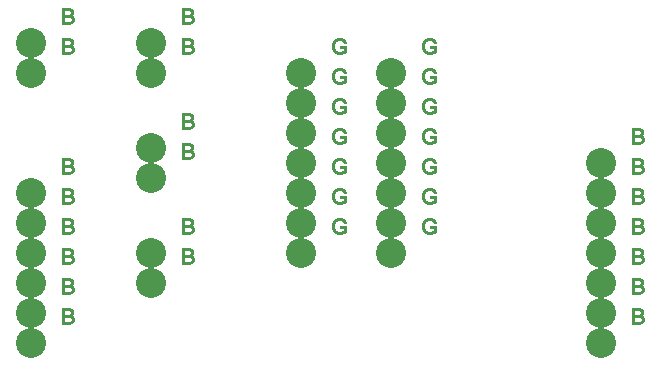
<source format=gbr>
G04 EasyPC Gerber Version 21.0.3 Build 4286 *
G04 #@! TF.Part,Single*
G04 #@! TF.FileFunction,Drillmap *
G04 #@! TF.FilePolarity,Positive *
%FSLAX35Y35*%
%MOIN*%
%ADD17C,0.00100*%
G04 #@! TA.AperFunction,WasherPad*
%ADD82C,0.10000*%
X0Y0D02*
D02*
D17*
X30644Y221316D02*
Y226441D01*
X32565*
X32710Y226437*
X32846Y226429*
X32976Y226417*
X33096Y226402*
X33210Y226378*
X33315Y226351*
X33417Y226320*
X33507Y226284*
X33593Y226241*
X33675Y226194*
X33753Y226144*
X33823Y226085*
X33890Y226023*
X33952Y225956*
X34011Y225882*
X34065Y225804*
X34112Y225726*
X34151Y225644*
X34187Y225558*
X34214Y225476*
X34237Y225390*
X34253Y225304*
X34261Y225218*
X34265Y225128*
X34261Y225046*
X34253Y224968*
X34241Y224890*
X34222Y224812*
X34194Y224733*
X34163Y224659*
X34128Y224585*
X34085Y224511*
X34038Y224441*
X33987Y224370*
X33929Y224308*
X33862Y224249*
X33792Y224191*
X33718Y224140*
X33636Y224089*
X33546Y224042*
X33659Y224003*
X33769Y223960*
X33866Y223913*
X33960Y223859*
X34046Y223796*
X34124Y223730*
X34198Y223656*
X34265Y223577*
X34323Y223491*
X34374Y223406*
X34417Y223312*
X34452Y223218*
X34480Y223120*
X34499Y223019*
X34511Y222909*
X34515Y222800*
X34511Y222710*
X34507Y222624*
X34495Y222538*
X34476Y222452*
X34456Y222370*
X34429Y222288*
X34397Y222210*
X34362Y222132*
X34323Y222058*
X34280Y221987*
X34237Y221921*
X34194Y221859*
X34144Y221800*
X34093Y221745*
X34042Y221698*
X33987Y221656*
X33866Y221577*
X33733Y221507*
X33589Y221448*
X33425Y221402*
X33339Y221382*
X33249Y221363*
X33151Y221347*
X33050Y221335*
X32944Y221327*
X32835Y221320*
X32718Y221316*
X32596*
X30644*
X31323Y224288D02*
X32429D01*
X32538*
X32640Y224292*
X32733Y224296*
X32815Y224304*
X32894Y224312*
X32964Y224320*
X33022Y224335*
X33077Y224347*
X33140Y224367*
X33198Y224394*
X33253Y224417*
X33304Y224448*
X33350Y224483*
X33394Y224519*
X33433Y224558*
X33468Y224601*
X33495Y224648*
X33522Y224698*
X33546Y224749*
X33565Y224804*
X33577Y224859*
X33589Y224921*
X33596Y224983*
Y225050*
X33589Y225171*
X33565Y225288*
X33526Y225398*
X33476Y225499*
X33405Y225585*
X33327Y225659*
X33233Y225718*
X33124Y225765*
X33065Y225780*
X32991Y225796*
X32909Y225808*
X32815Y225816*
X32714Y225824*
X32600Y225831*
X32480Y225835*
X32346*
X31323*
Y224288*
Y221921D02*
X32600D01*
X32679*
X32753*
X32819Y221925*
X32882*
X32937Y221929*
X32983Y221933*
X33026Y221941*
X33061Y221944*
X33175Y221968*
X33276Y221999*
X33370Y222038*
X33456Y222085*
X33530Y222140*
X33596Y222206*
X33659Y222280*
X33714Y222370*
X33757Y222468*
X33792Y222570*
X33807Y222683*
X33815Y222800*
X33811Y222870*
X33807Y222941*
X33796Y223007*
X33776Y223070*
X33757Y223132*
X33733Y223191*
X33702Y223245*
X33667Y223300*
X33628Y223351*
X33585Y223398*
X33538Y223441*
X33487Y223480*
X33437Y223515*
X33378Y223546*
X33319Y223574*
X33257Y223597*
X33187Y223617*
X33112Y223636*
X33030Y223648*
X32941Y223659*
X32843Y223671*
X32737Y223679*
X32624Y223683*
X32507*
X31323*
Y221921*
X30644Y221393D02*
X33387D01*
X30644Y221487D02*
X33683D01*
X30644Y221580D02*
X33871D01*
X30644Y221674D02*
X34011D01*
X30644Y221768D02*
X34114D01*
X30644Y221861D02*
X34196D01*
X30644Y221955D02*
X31323D01*
X33113D02*
X34259D01*
X30644Y222049D02*
X31323D01*
X33389D02*
X34318D01*
X30644Y222143D02*
X31323D01*
X33533D02*
X34367D01*
X30644Y222236D02*
X31323D01*
X33622D02*
X34408D01*
X30644Y222330D02*
X31323D01*
X33689D02*
X34443D01*
X30644Y222424D02*
X31323D01*
X33737D02*
X34469D01*
X30644Y222517D02*
X31323D01*
X33774D02*
X34491D01*
X30644Y222611D02*
X31323D01*
X33798D02*
X34505D01*
X30644Y222705D02*
X31323D01*
X33809D02*
X34510D01*
X30644Y222798D02*
X31323D01*
X33815D02*
X34515D01*
X30644Y222892D02*
X31323D01*
X33810D02*
X34511D01*
X30644Y222986D02*
X31323D01*
X33800D02*
X34502D01*
X30644Y223080D02*
X31323D01*
X33773D02*
X34487D01*
X30644Y223173D02*
X31323D01*
X33740D02*
X34465D01*
X30644Y223267D02*
X31323D01*
X33688D02*
X34434D01*
X30644Y223361D02*
X31323D01*
X33619D02*
X34394D01*
X30644Y223454D02*
X31323D01*
X33520D02*
X34345D01*
X30644Y223548D02*
X31323D01*
X33374D02*
X34285D01*
X30644Y223642D02*
X31323D01*
X33071D02*
X34210D01*
X30644Y223735D02*
X34117D01*
X30644Y223829D02*
X34000D01*
X30644Y223923D02*
X33846D01*
X30644Y224017D02*
X33620D01*
X30644Y224110D02*
X33670D01*
X30644Y224204D02*
X33808D01*
X30644Y224298D02*
X31323D01*
X32750D02*
X33917D01*
X30644Y224391D02*
X31323D01*
X33193D02*
X34002D01*
X30644Y224485D02*
X31323D01*
X33352D02*
X34068D01*
X30644Y224579D02*
X31323D01*
X33450D02*
X34124D01*
X30644Y224672D02*
X31323D01*
X33509D02*
X34169D01*
X30644Y224766D02*
X31323D01*
X33552D02*
X34206D01*
X30644Y224860D02*
X31323D01*
X33578D02*
X34234D01*
X30644Y224954D02*
X31323D01*
X33593D02*
X34251D01*
X30644Y225047D02*
X31323D01*
X33596D02*
X34261D01*
X30644Y225141D02*
X31323D01*
X33591D02*
X34264D01*
X30644Y225235D02*
X31323D01*
X33576D02*
X34259D01*
X30644Y225328D02*
X31323D01*
X33551D02*
X34248D01*
X30644Y225422D02*
X31323D01*
X33514D02*
X34228D01*
X30644Y225516D02*
X31323D01*
X33462D02*
X34200D01*
X30644Y225609D02*
X31323D01*
X33380D02*
X34165D01*
X30644Y225703D02*
X31323D01*
X33257D02*
X34123D01*
X30644Y225797D02*
X31323D01*
X32986D02*
X34070D01*
X30644Y225891D02*
X34004D01*
X30644Y225984D02*
X33926D01*
X30644Y226078D02*
X33831D01*
X30644Y226172D02*
X33710D01*
X30644Y226265D02*
X33544D01*
X30644Y226359D02*
X33283D01*
X30644Y231316D02*
Y236441D01*
X32565*
X32710Y236437*
X32846Y236429*
X32976Y236417*
X33096Y236402*
X33210Y236378*
X33315Y236351*
X33417Y236320*
X33507Y236284*
X33593Y236241*
X33675Y236194*
X33753Y236144*
X33823Y236085*
X33890Y236023*
X33952Y235956*
X34011Y235882*
X34065Y235804*
X34112Y235726*
X34151Y235644*
X34187Y235558*
X34214Y235476*
X34237Y235390*
X34253Y235304*
X34261Y235218*
X34265Y235128*
X34261Y235046*
X34253Y234968*
X34241Y234890*
X34222Y234812*
X34194Y234733*
X34163Y234659*
X34128Y234585*
X34085Y234511*
X34038Y234441*
X33987Y234370*
X33929Y234308*
X33862Y234249*
X33792Y234191*
X33718Y234140*
X33636Y234089*
X33546Y234042*
X33659Y234003*
X33769Y233960*
X33866Y233913*
X33960Y233859*
X34046Y233796*
X34124Y233730*
X34198Y233656*
X34265Y233577*
X34323Y233491*
X34374Y233406*
X34417Y233312*
X34452Y233218*
X34480Y233120*
X34499Y233019*
X34511Y232909*
X34515Y232800*
X34511Y232710*
X34507Y232624*
X34495Y232538*
X34476Y232452*
X34456Y232370*
X34429Y232288*
X34397Y232210*
X34362Y232132*
X34323Y232058*
X34280Y231987*
X34237Y231921*
X34194Y231859*
X34144Y231800*
X34093Y231745*
X34042Y231698*
X33987Y231656*
X33866Y231577*
X33733Y231507*
X33589Y231448*
X33425Y231402*
X33339Y231382*
X33249Y231363*
X33151Y231347*
X33050Y231335*
X32944Y231327*
X32835Y231320*
X32718Y231316*
X32596*
X30644*
X31323Y234288D02*
X32429D01*
X32538*
X32640Y234292*
X32733Y234296*
X32815Y234304*
X32894Y234312*
X32964Y234320*
X33022Y234335*
X33077Y234347*
X33140Y234367*
X33198Y234394*
X33253Y234417*
X33304Y234448*
X33350Y234483*
X33394Y234519*
X33433Y234558*
X33468Y234601*
X33495Y234648*
X33522Y234698*
X33546Y234749*
X33565Y234804*
X33577Y234859*
X33589Y234921*
X33596Y234983*
Y235050*
X33589Y235171*
X33565Y235288*
X33526Y235398*
X33476Y235499*
X33405Y235585*
X33327Y235659*
X33233Y235718*
X33124Y235765*
X33065Y235780*
X32991Y235796*
X32909Y235808*
X32815Y235816*
X32714Y235824*
X32600Y235831*
X32480Y235835*
X32346*
X31323*
Y234288*
Y231921D02*
X32600D01*
X32679*
X32753*
X32819Y231925*
X32882*
X32937Y231929*
X32983Y231933*
X33026Y231941*
X33061Y231944*
X33175Y231968*
X33276Y231999*
X33370Y232038*
X33456Y232085*
X33530Y232140*
X33596Y232206*
X33659Y232280*
X33714Y232370*
X33757Y232468*
X33792Y232570*
X33807Y232683*
X33815Y232800*
X33811Y232870*
X33807Y232941*
X33796Y233007*
X33776Y233070*
X33757Y233132*
X33733Y233191*
X33702Y233245*
X33667Y233300*
X33628Y233351*
X33585Y233398*
X33538Y233441*
X33487Y233480*
X33437Y233515*
X33378Y233546*
X33319Y233574*
X33257Y233597*
X33187Y233617*
X33112Y233636*
X33030Y233648*
X32941Y233659*
X32843Y233671*
X32737Y233679*
X32624Y233683*
X32507*
X31323*
Y231921*
X30644Y231393D02*
X33387D01*
X30644Y231487D02*
X33683D01*
X30644Y231580D02*
X33871D01*
X30644Y231674D02*
X34011D01*
X30644Y231768D02*
X34114D01*
X30644Y231861D02*
X34196D01*
X30644Y231955D02*
X31323D01*
X33113D02*
X34259D01*
X30644Y232049D02*
X31323D01*
X33389D02*
X34318D01*
X30644Y232143D02*
X31323D01*
X33533D02*
X34367D01*
X30644Y232236D02*
X31323D01*
X33622D02*
X34408D01*
X30644Y232330D02*
X31323D01*
X33689D02*
X34443D01*
X30644Y232424D02*
X31323D01*
X33737D02*
X34469D01*
X30644Y232517D02*
X31323D01*
X33774D02*
X34491D01*
X30644Y232611D02*
X31323D01*
X33798D02*
X34505D01*
X30644Y232705D02*
X31323D01*
X33809D02*
X34510D01*
X30644Y232798D02*
X31323D01*
X33815D02*
X34515D01*
X30644Y232892D02*
X31323D01*
X33810D02*
X34511D01*
X30644Y232986D02*
X31323D01*
X33800D02*
X34502D01*
X30644Y233080D02*
X31323D01*
X33773D02*
X34487D01*
X30644Y233173D02*
X31323D01*
X33740D02*
X34465D01*
X30644Y233267D02*
X31323D01*
X33688D02*
X34434D01*
X30644Y233361D02*
X31323D01*
X33619D02*
X34394D01*
X30644Y233454D02*
X31323D01*
X33520D02*
X34345D01*
X30644Y233548D02*
X31323D01*
X33374D02*
X34285D01*
X30644Y233642D02*
X31323D01*
X33071D02*
X34210D01*
X30644Y233735D02*
X34117D01*
X30644Y233829D02*
X34000D01*
X30644Y233923D02*
X33846D01*
X30644Y234017D02*
X33620D01*
X30644Y234110D02*
X33670D01*
X30644Y234204D02*
X33808D01*
X30644Y234298D02*
X31323D01*
X32750D02*
X33917D01*
X30644Y234391D02*
X31323D01*
X33193D02*
X34002D01*
X30644Y234485D02*
X31323D01*
X33352D02*
X34068D01*
X30644Y234579D02*
X31323D01*
X33450D02*
X34124D01*
X30644Y234672D02*
X31323D01*
X33509D02*
X34169D01*
X30644Y234766D02*
X31323D01*
X33552D02*
X34206D01*
X30644Y234860D02*
X31323D01*
X33578D02*
X34234D01*
X30644Y234954D02*
X31323D01*
X33593D02*
X34251D01*
X30644Y235047D02*
X31323D01*
X33596D02*
X34261D01*
X30644Y235141D02*
X31323D01*
X33591D02*
X34264D01*
X30644Y235235D02*
X31323D01*
X33576D02*
X34259D01*
X30644Y235328D02*
X31323D01*
X33551D02*
X34248D01*
X30644Y235422D02*
X31323D01*
X33514D02*
X34228D01*
X30644Y235516D02*
X31323D01*
X33462D02*
X34200D01*
X30644Y235609D02*
X31323D01*
X33380D02*
X34165D01*
X30644Y235703D02*
X31323D01*
X33257D02*
X34123D01*
X30644Y235797D02*
X31323D01*
X32986D02*
X34070D01*
X30644Y235891D02*
X34004D01*
X30644Y235984D02*
X33926D01*
X30644Y236078D02*
X33831D01*
X30644Y236172D02*
X33710D01*
X30644Y236265D02*
X33544D01*
X30644Y236359D02*
X33283D01*
X30644Y241316D02*
Y246441D01*
X32565*
X32710Y246437*
X32846Y246429*
X32976Y246417*
X33096Y246402*
X33210Y246378*
X33315Y246351*
X33417Y246320*
X33507Y246284*
X33593Y246241*
X33675Y246194*
X33753Y246144*
X33823Y246085*
X33890Y246023*
X33952Y245956*
X34011Y245882*
X34065Y245804*
X34112Y245726*
X34151Y245644*
X34187Y245558*
X34214Y245476*
X34237Y245390*
X34253Y245304*
X34261Y245218*
X34265Y245128*
X34261Y245046*
X34253Y244968*
X34241Y244890*
X34222Y244812*
X34194Y244733*
X34163Y244659*
X34128Y244585*
X34085Y244511*
X34038Y244441*
X33987Y244370*
X33929Y244308*
X33862Y244249*
X33792Y244191*
X33718Y244140*
X33636Y244089*
X33546Y244042*
X33659Y244003*
X33769Y243960*
X33866Y243913*
X33960Y243859*
X34046Y243796*
X34124Y243730*
X34198Y243656*
X34265Y243577*
X34323Y243491*
X34374Y243406*
X34417Y243312*
X34452Y243218*
X34480Y243120*
X34499Y243019*
X34511Y242909*
X34515Y242800*
X34511Y242710*
X34507Y242624*
X34495Y242538*
X34476Y242452*
X34456Y242370*
X34429Y242288*
X34397Y242210*
X34362Y242132*
X34323Y242058*
X34280Y241987*
X34237Y241921*
X34194Y241859*
X34144Y241800*
X34093Y241745*
X34042Y241698*
X33987Y241656*
X33866Y241577*
X33733Y241507*
X33589Y241448*
X33425Y241402*
X33339Y241382*
X33249Y241363*
X33151Y241347*
X33050Y241335*
X32944Y241327*
X32835Y241320*
X32718Y241316*
X32596*
X30644*
X31323Y244288D02*
X32429D01*
X32538*
X32640Y244292*
X32733Y244296*
X32815Y244304*
X32894Y244312*
X32964Y244320*
X33022Y244335*
X33077Y244347*
X33140Y244367*
X33198Y244394*
X33253Y244417*
X33304Y244448*
X33350Y244483*
X33394Y244519*
X33433Y244558*
X33468Y244601*
X33495Y244648*
X33522Y244698*
X33546Y244749*
X33565Y244804*
X33577Y244859*
X33589Y244921*
X33596Y244983*
Y245050*
X33589Y245171*
X33565Y245288*
X33526Y245398*
X33476Y245499*
X33405Y245585*
X33327Y245659*
X33233Y245718*
X33124Y245765*
X33065Y245780*
X32991Y245796*
X32909Y245808*
X32815Y245816*
X32714Y245824*
X32600Y245831*
X32480Y245835*
X32346*
X31323*
Y244288*
Y241921D02*
X32600D01*
X32679*
X32753*
X32819Y241925*
X32882*
X32937Y241929*
X32983Y241933*
X33026Y241941*
X33061Y241944*
X33175Y241968*
X33276Y241999*
X33370Y242038*
X33456Y242085*
X33530Y242140*
X33596Y242206*
X33659Y242280*
X33714Y242370*
X33757Y242468*
X33792Y242570*
X33807Y242683*
X33815Y242800*
X33811Y242870*
X33807Y242941*
X33796Y243007*
X33776Y243070*
X33757Y243132*
X33733Y243191*
X33702Y243245*
X33667Y243300*
X33628Y243351*
X33585Y243398*
X33538Y243441*
X33487Y243480*
X33437Y243515*
X33378Y243546*
X33319Y243574*
X33257Y243597*
X33187Y243617*
X33112Y243636*
X33030Y243648*
X32941Y243659*
X32843Y243671*
X32737Y243679*
X32624Y243683*
X32507*
X31323*
Y241921*
X30644Y241393D02*
X33387D01*
X30644Y241487D02*
X33683D01*
X30644Y241580D02*
X33871D01*
X30644Y241674D02*
X34011D01*
X30644Y241768D02*
X34114D01*
X30644Y241861D02*
X34196D01*
X30644Y241955D02*
X31323D01*
X33113D02*
X34259D01*
X30644Y242049D02*
X31323D01*
X33389D02*
X34318D01*
X30644Y242143D02*
X31323D01*
X33533D02*
X34367D01*
X30644Y242236D02*
X31323D01*
X33622D02*
X34408D01*
X30644Y242330D02*
X31323D01*
X33689D02*
X34443D01*
X30644Y242424D02*
X31323D01*
X33737D02*
X34469D01*
X30644Y242517D02*
X31323D01*
X33774D02*
X34491D01*
X30644Y242611D02*
X31323D01*
X33798D02*
X34505D01*
X30644Y242705D02*
X31323D01*
X33809D02*
X34510D01*
X30644Y242798D02*
X31323D01*
X33815D02*
X34515D01*
X30644Y242892D02*
X31323D01*
X33810D02*
X34511D01*
X30644Y242986D02*
X31323D01*
X33800D02*
X34502D01*
X30644Y243080D02*
X31323D01*
X33773D02*
X34487D01*
X30644Y243173D02*
X31323D01*
X33740D02*
X34465D01*
X30644Y243267D02*
X31323D01*
X33688D02*
X34434D01*
X30644Y243361D02*
X31323D01*
X33619D02*
X34394D01*
X30644Y243454D02*
X31323D01*
X33520D02*
X34345D01*
X30644Y243548D02*
X31323D01*
X33374D02*
X34285D01*
X30644Y243642D02*
X31323D01*
X33071D02*
X34210D01*
X30644Y243735D02*
X34117D01*
X30644Y243829D02*
X34000D01*
X30644Y243923D02*
X33846D01*
X30644Y244017D02*
X33620D01*
X30644Y244110D02*
X33670D01*
X30644Y244204D02*
X33808D01*
X30644Y244298D02*
X31323D01*
X32750D02*
X33917D01*
X30644Y244391D02*
X31323D01*
X33193D02*
X34002D01*
X30644Y244485D02*
X31323D01*
X33352D02*
X34068D01*
X30644Y244579D02*
X31323D01*
X33450D02*
X34124D01*
X30644Y244672D02*
X31323D01*
X33509D02*
X34169D01*
X30644Y244766D02*
X31323D01*
X33552D02*
X34206D01*
X30644Y244860D02*
X31323D01*
X33578D02*
X34234D01*
X30644Y244954D02*
X31323D01*
X33593D02*
X34251D01*
X30644Y245047D02*
X31323D01*
X33596D02*
X34261D01*
X30644Y245141D02*
X31323D01*
X33591D02*
X34264D01*
X30644Y245235D02*
X31323D01*
X33576D02*
X34259D01*
X30644Y245328D02*
X31323D01*
X33551D02*
X34248D01*
X30644Y245422D02*
X31323D01*
X33514D02*
X34228D01*
X30644Y245516D02*
X31323D01*
X33462D02*
X34200D01*
X30644Y245609D02*
X31323D01*
X33380D02*
X34165D01*
X30644Y245703D02*
X31323D01*
X33257D02*
X34123D01*
X30644Y245797D02*
X31323D01*
X32986D02*
X34070D01*
X30644Y245891D02*
X34004D01*
X30644Y245984D02*
X33926D01*
X30644Y246078D02*
X33831D01*
X30644Y246172D02*
X33710D01*
X30644Y246265D02*
X33544D01*
X30644Y246359D02*
X33283D01*
X30644Y251316D02*
Y256441D01*
X32565*
X32710Y256437*
X32846Y256429*
X32976Y256417*
X33096Y256402*
X33210Y256378*
X33315Y256351*
X33417Y256320*
X33507Y256284*
X33593Y256241*
X33675Y256194*
X33753Y256144*
X33823Y256085*
X33890Y256023*
X33952Y255956*
X34011Y255882*
X34065Y255804*
X34112Y255726*
X34151Y255644*
X34187Y255558*
X34214Y255476*
X34237Y255390*
X34253Y255304*
X34261Y255218*
X34265Y255128*
X34261Y255046*
X34253Y254968*
X34241Y254890*
X34222Y254812*
X34194Y254733*
X34163Y254659*
X34128Y254585*
X34085Y254511*
X34038Y254441*
X33987Y254370*
X33929Y254308*
X33862Y254249*
X33792Y254191*
X33718Y254140*
X33636Y254089*
X33546Y254042*
X33659Y254003*
X33769Y253960*
X33866Y253913*
X33960Y253859*
X34046Y253796*
X34124Y253730*
X34198Y253656*
X34265Y253577*
X34323Y253491*
X34374Y253406*
X34417Y253312*
X34452Y253218*
X34480Y253120*
X34499Y253019*
X34511Y252909*
X34515Y252800*
X34511Y252710*
X34507Y252624*
X34495Y252538*
X34476Y252452*
X34456Y252370*
X34429Y252288*
X34397Y252210*
X34362Y252132*
X34323Y252058*
X34280Y251987*
X34237Y251921*
X34194Y251859*
X34144Y251800*
X34093Y251745*
X34042Y251698*
X33987Y251656*
X33866Y251577*
X33733Y251507*
X33589Y251448*
X33425Y251402*
X33339Y251382*
X33249Y251363*
X33151Y251347*
X33050Y251335*
X32944Y251327*
X32835Y251320*
X32718Y251316*
X32596*
X30644*
X31323Y254288D02*
X32429D01*
X32538*
X32640Y254292*
X32733Y254296*
X32815Y254304*
X32894Y254312*
X32964Y254320*
X33022Y254335*
X33077Y254347*
X33140Y254367*
X33198Y254394*
X33253Y254417*
X33304Y254448*
X33350Y254483*
X33394Y254519*
X33433Y254558*
X33468Y254601*
X33495Y254648*
X33522Y254698*
X33546Y254749*
X33565Y254804*
X33577Y254859*
X33589Y254921*
X33596Y254983*
Y255050*
X33589Y255171*
X33565Y255288*
X33526Y255398*
X33476Y255499*
X33405Y255585*
X33327Y255659*
X33233Y255718*
X33124Y255765*
X33065Y255780*
X32991Y255796*
X32909Y255808*
X32815Y255816*
X32714Y255824*
X32600Y255831*
X32480Y255835*
X32346*
X31323*
Y254288*
Y251921D02*
X32600D01*
X32679*
X32753*
X32819Y251925*
X32882*
X32937Y251929*
X32983Y251933*
X33026Y251941*
X33061Y251944*
X33175Y251968*
X33276Y251999*
X33370Y252038*
X33456Y252085*
X33530Y252140*
X33596Y252206*
X33659Y252280*
X33714Y252370*
X33757Y252468*
X33792Y252570*
X33807Y252683*
X33815Y252800*
X33811Y252870*
X33807Y252941*
X33796Y253007*
X33776Y253070*
X33757Y253132*
X33733Y253191*
X33702Y253245*
X33667Y253300*
X33628Y253351*
X33585Y253398*
X33538Y253441*
X33487Y253480*
X33437Y253515*
X33378Y253546*
X33319Y253574*
X33257Y253597*
X33187Y253617*
X33112Y253636*
X33030Y253648*
X32941Y253659*
X32843Y253671*
X32737Y253679*
X32624Y253683*
X32507*
X31323*
Y251921*
X30644Y251393D02*
X33387D01*
X30644Y251487D02*
X33683D01*
X30644Y251580D02*
X33871D01*
X30644Y251674D02*
X34011D01*
X30644Y251768D02*
X34114D01*
X30644Y251861D02*
X34196D01*
X30644Y251955D02*
X31323D01*
X33113D02*
X34259D01*
X30644Y252049D02*
X31323D01*
X33389D02*
X34318D01*
X30644Y252143D02*
X31323D01*
X33533D02*
X34367D01*
X30644Y252236D02*
X31323D01*
X33622D02*
X34408D01*
X30644Y252330D02*
X31323D01*
X33689D02*
X34443D01*
X30644Y252424D02*
X31323D01*
X33737D02*
X34469D01*
X30644Y252517D02*
X31323D01*
X33774D02*
X34491D01*
X30644Y252611D02*
X31323D01*
X33798D02*
X34505D01*
X30644Y252705D02*
X31323D01*
X33809D02*
X34510D01*
X30644Y252798D02*
X31323D01*
X33815D02*
X34515D01*
X30644Y252892D02*
X31323D01*
X33810D02*
X34511D01*
X30644Y252986D02*
X31323D01*
X33800D02*
X34502D01*
X30644Y253080D02*
X31323D01*
X33773D02*
X34487D01*
X30644Y253173D02*
X31323D01*
X33740D02*
X34465D01*
X30644Y253267D02*
X31323D01*
X33688D02*
X34434D01*
X30644Y253361D02*
X31323D01*
X33619D02*
X34394D01*
X30644Y253454D02*
X31323D01*
X33520D02*
X34345D01*
X30644Y253548D02*
X31323D01*
X33374D02*
X34285D01*
X30644Y253642D02*
X31323D01*
X33071D02*
X34210D01*
X30644Y253735D02*
X34117D01*
X30644Y253829D02*
X34000D01*
X30644Y253923D02*
X33846D01*
X30644Y254017D02*
X33620D01*
X30644Y254110D02*
X33670D01*
X30644Y254204D02*
X33808D01*
X30644Y254298D02*
X31323D01*
X32750D02*
X33917D01*
X30644Y254391D02*
X31323D01*
X33193D02*
X34002D01*
X30644Y254485D02*
X31323D01*
X33352D02*
X34068D01*
X30644Y254579D02*
X31323D01*
X33450D02*
X34124D01*
X30644Y254672D02*
X31323D01*
X33509D02*
X34169D01*
X30644Y254766D02*
X31323D01*
X33552D02*
X34206D01*
X30644Y254860D02*
X31323D01*
X33578D02*
X34234D01*
X30644Y254954D02*
X31323D01*
X33593D02*
X34251D01*
X30644Y255047D02*
X31323D01*
X33596D02*
X34261D01*
X30644Y255141D02*
X31323D01*
X33591D02*
X34264D01*
X30644Y255235D02*
X31323D01*
X33576D02*
X34259D01*
X30644Y255328D02*
X31323D01*
X33551D02*
X34248D01*
X30644Y255422D02*
X31323D01*
X33514D02*
X34228D01*
X30644Y255516D02*
X31323D01*
X33462D02*
X34200D01*
X30644Y255609D02*
X31323D01*
X33380D02*
X34165D01*
X30644Y255703D02*
X31323D01*
X33257D02*
X34123D01*
X30644Y255797D02*
X31323D01*
X32986D02*
X34070D01*
X30644Y255891D02*
X34004D01*
X30644Y255984D02*
X33926D01*
X30644Y256078D02*
X33831D01*
X30644Y256172D02*
X33710D01*
X30644Y256265D02*
X33544D01*
X30644Y256359D02*
X33283D01*
X30644Y261316D02*
Y266441D01*
X32565*
X32710Y266437*
X32846Y266429*
X32976Y266417*
X33096Y266402*
X33210Y266378*
X33315Y266351*
X33417Y266320*
X33507Y266284*
X33593Y266241*
X33675Y266194*
X33753Y266144*
X33823Y266085*
X33890Y266023*
X33952Y265956*
X34011Y265882*
X34065Y265804*
X34112Y265726*
X34151Y265644*
X34187Y265558*
X34214Y265476*
X34237Y265390*
X34253Y265304*
X34261Y265218*
X34265Y265128*
X34261Y265046*
X34253Y264968*
X34241Y264890*
X34222Y264812*
X34194Y264733*
X34163Y264659*
X34128Y264585*
X34085Y264511*
X34038Y264441*
X33987Y264370*
X33929Y264308*
X33862Y264249*
X33792Y264191*
X33718Y264140*
X33636Y264089*
X33546Y264042*
X33659Y264003*
X33769Y263960*
X33866Y263913*
X33960Y263859*
X34046Y263796*
X34124Y263730*
X34198Y263656*
X34265Y263577*
X34323Y263491*
X34374Y263406*
X34417Y263312*
X34452Y263218*
X34480Y263120*
X34499Y263019*
X34511Y262909*
X34515Y262800*
X34511Y262710*
X34507Y262624*
X34495Y262538*
X34476Y262452*
X34456Y262370*
X34429Y262288*
X34397Y262210*
X34362Y262132*
X34323Y262058*
X34280Y261987*
X34237Y261921*
X34194Y261859*
X34144Y261800*
X34093Y261745*
X34042Y261698*
X33987Y261656*
X33866Y261577*
X33733Y261507*
X33589Y261448*
X33425Y261402*
X33339Y261382*
X33249Y261363*
X33151Y261347*
X33050Y261335*
X32944Y261327*
X32835Y261320*
X32718Y261316*
X32596*
X30644*
X31323Y264288D02*
X32429D01*
X32538*
X32640Y264292*
X32733Y264296*
X32815Y264304*
X32894Y264312*
X32964Y264320*
X33022Y264335*
X33077Y264347*
X33140Y264367*
X33198Y264394*
X33253Y264417*
X33304Y264448*
X33350Y264483*
X33394Y264519*
X33433Y264558*
X33468Y264601*
X33495Y264648*
X33522Y264698*
X33546Y264749*
X33565Y264804*
X33577Y264859*
X33589Y264921*
X33596Y264983*
Y265050*
X33589Y265171*
X33565Y265288*
X33526Y265398*
X33476Y265499*
X33405Y265585*
X33327Y265659*
X33233Y265718*
X33124Y265765*
X33065Y265780*
X32991Y265796*
X32909Y265808*
X32815Y265816*
X32714Y265824*
X32600Y265831*
X32480Y265835*
X32346*
X31323*
Y264288*
Y261921D02*
X32600D01*
X32679*
X32753*
X32819Y261925*
X32882*
X32937Y261929*
X32983Y261933*
X33026Y261941*
X33061Y261944*
X33175Y261968*
X33276Y261999*
X33370Y262038*
X33456Y262085*
X33530Y262140*
X33596Y262206*
X33659Y262280*
X33714Y262370*
X33757Y262468*
X33792Y262570*
X33807Y262683*
X33815Y262800*
X33811Y262870*
X33807Y262941*
X33796Y263007*
X33776Y263070*
X33757Y263132*
X33733Y263191*
X33702Y263245*
X33667Y263300*
X33628Y263351*
X33585Y263398*
X33538Y263441*
X33487Y263480*
X33437Y263515*
X33378Y263546*
X33319Y263574*
X33257Y263597*
X33187Y263617*
X33112Y263636*
X33030Y263648*
X32941Y263659*
X32843Y263671*
X32737Y263679*
X32624Y263683*
X32507*
X31323*
Y261921*
X30644Y261393D02*
X33387D01*
X30644Y261487D02*
X33683D01*
X30644Y261580D02*
X33871D01*
X30644Y261674D02*
X34011D01*
X30644Y261768D02*
X34114D01*
X30644Y261861D02*
X34196D01*
X30644Y261955D02*
X31323D01*
X33113D02*
X34259D01*
X30644Y262049D02*
X31323D01*
X33389D02*
X34318D01*
X30644Y262143D02*
X31323D01*
X33533D02*
X34367D01*
X30644Y262236D02*
X31323D01*
X33622D02*
X34408D01*
X30644Y262330D02*
X31323D01*
X33689D02*
X34443D01*
X30644Y262424D02*
X31323D01*
X33737D02*
X34469D01*
X30644Y262517D02*
X31323D01*
X33774D02*
X34491D01*
X30644Y262611D02*
X31323D01*
X33798D02*
X34505D01*
X30644Y262705D02*
X31323D01*
X33809D02*
X34510D01*
X30644Y262798D02*
X31323D01*
X33815D02*
X34515D01*
X30644Y262892D02*
X31323D01*
X33810D02*
X34511D01*
X30644Y262986D02*
X31323D01*
X33800D02*
X34502D01*
X30644Y263080D02*
X31323D01*
X33773D02*
X34487D01*
X30644Y263173D02*
X31323D01*
X33740D02*
X34465D01*
X30644Y263267D02*
X31323D01*
X33688D02*
X34434D01*
X30644Y263361D02*
X31323D01*
X33619D02*
X34394D01*
X30644Y263454D02*
X31323D01*
X33520D02*
X34345D01*
X30644Y263548D02*
X31323D01*
X33374D02*
X34285D01*
X30644Y263642D02*
X31323D01*
X33071D02*
X34210D01*
X30644Y263735D02*
X34117D01*
X30644Y263829D02*
X34000D01*
X30644Y263923D02*
X33846D01*
X30644Y264017D02*
X33620D01*
X30644Y264110D02*
X33670D01*
X30644Y264204D02*
X33808D01*
X30644Y264298D02*
X31323D01*
X32750D02*
X33917D01*
X30644Y264391D02*
X31323D01*
X33193D02*
X34002D01*
X30644Y264485D02*
X31323D01*
X33352D02*
X34068D01*
X30644Y264579D02*
X31323D01*
X33450D02*
X34124D01*
X30644Y264672D02*
X31323D01*
X33509D02*
X34169D01*
X30644Y264766D02*
X31323D01*
X33552D02*
X34206D01*
X30644Y264860D02*
X31323D01*
X33578D02*
X34234D01*
X30644Y264954D02*
X31323D01*
X33593D02*
X34251D01*
X30644Y265047D02*
X31323D01*
X33596D02*
X34261D01*
X30644Y265141D02*
X31323D01*
X33591D02*
X34264D01*
X30644Y265235D02*
X31323D01*
X33576D02*
X34259D01*
X30644Y265328D02*
X31323D01*
X33551D02*
X34248D01*
X30644Y265422D02*
X31323D01*
X33514D02*
X34228D01*
X30644Y265516D02*
X31323D01*
X33462D02*
X34200D01*
X30644Y265609D02*
X31323D01*
X33380D02*
X34165D01*
X30644Y265703D02*
X31323D01*
X33257D02*
X34123D01*
X30644Y265797D02*
X31323D01*
X32986D02*
X34070D01*
X30644Y265891D02*
X34004D01*
X30644Y265984D02*
X33926D01*
X30644Y266078D02*
X33831D01*
X30644Y266172D02*
X33710D01*
X30644Y266265D02*
X33544D01*
X30644Y266359D02*
X33283D01*
X30644Y271316D02*
Y276441D01*
X32565*
X32710Y276437*
X32846Y276429*
X32976Y276417*
X33096Y276402*
X33210Y276378*
X33315Y276351*
X33417Y276320*
X33507Y276284*
X33593Y276241*
X33675Y276194*
X33753Y276144*
X33823Y276085*
X33890Y276023*
X33952Y275956*
X34011Y275882*
X34065Y275804*
X34112Y275726*
X34151Y275644*
X34187Y275558*
X34214Y275476*
X34237Y275390*
X34253Y275304*
X34261Y275218*
X34265Y275128*
X34261Y275046*
X34253Y274968*
X34241Y274890*
X34222Y274812*
X34194Y274733*
X34163Y274659*
X34128Y274585*
X34085Y274511*
X34038Y274441*
X33987Y274370*
X33929Y274308*
X33862Y274249*
X33792Y274191*
X33718Y274140*
X33636Y274089*
X33546Y274042*
X33659Y274003*
X33769Y273960*
X33866Y273913*
X33960Y273859*
X34046Y273796*
X34124Y273730*
X34198Y273656*
X34265Y273577*
X34323Y273491*
X34374Y273406*
X34417Y273312*
X34452Y273218*
X34480Y273120*
X34499Y273019*
X34511Y272909*
X34515Y272800*
X34511Y272710*
X34507Y272624*
X34495Y272538*
X34476Y272452*
X34456Y272370*
X34429Y272288*
X34397Y272210*
X34362Y272132*
X34323Y272058*
X34280Y271987*
X34237Y271921*
X34194Y271859*
X34144Y271800*
X34093Y271745*
X34042Y271698*
X33987Y271656*
X33866Y271577*
X33733Y271507*
X33589Y271448*
X33425Y271402*
X33339Y271382*
X33249Y271363*
X33151Y271347*
X33050Y271335*
X32944Y271327*
X32835Y271320*
X32718Y271316*
X32596*
X30644*
X31323Y274288D02*
X32429D01*
X32538*
X32640Y274292*
X32733Y274296*
X32815Y274304*
X32894Y274312*
X32964Y274320*
X33022Y274335*
X33077Y274347*
X33140Y274367*
X33198Y274394*
X33253Y274417*
X33304Y274448*
X33350Y274483*
X33394Y274519*
X33433Y274558*
X33468Y274601*
X33495Y274648*
X33522Y274698*
X33546Y274749*
X33565Y274804*
X33577Y274859*
X33589Y274921*
X33596Y274983*
Y275050*
X33589Y275171*
X33565Y275288*
X33526Y275398*
X33476Y275499*
X33405Y275585*
X33327Y275659*
X33233Y275718*
X33124Y275765*
X33065Y275780*
X32991Y275796*
X32909Y275808*
X32815Y275816*
X32714Y275824*
X32600Y275831*
X32480Y275835*
X32346*
X31323*
Y274288*
Y271921D02*
X32600D01*
X32679*
X32753*
X32819Y271925*
X32882*
X32937Y271929*
X32983Y271933*
X33026Y271941*
X33061Y271944*
X33175Y271968*
X33276Y271999*
X33370Y272038*
X33456Y272085*
X33530Y272140*
X33596Y272206*
X33659Y272280*
X33714Y272370*
X33757Y272468*
X33792Y272570*
X33807Y272683*
X33815Y272800*
X33811Y272870*
X33807Y272941*
X33796Y273007*
X33776Y273070*
X33757Y273132*
X33733Y273191*
X33702Y273245*
X33667Y273300*
X33628Y273351*
X33585Y273398*
X33538Y273441*
X33487Y273480*
X33437Y273515*
X33378Y273546*
X33319Y273574*
X33257Y273597*
X33187Y273617*
X33112Y273636*
X33030Y273648*
X32941Y273659*
X32843Y273671*
X32737Y273679*
X32624Y273683*
X32507*
X31323*
Y271921*
X30644Y271393D02*
X33387D01*
X30644Y271487D02*
X33683D01*
X30644Y271580D02*
X33871D01*
X30644Y271674D02*
X34011D01*
X30644Y271768D02*
X34114D01*
X30644Y271861D02*
X34196D01*
X30644Y271955D02*
X31323D01*
X33113D02*
X34259D01*
X30644Y272049D02*
X31323D01*
X33389D02*
X34318D01*
X30644Y272143D02*
X31323D01*
X33533D02*
X34367D01*
X30644Y272236D02*
X31323D01*
X33622D02*
X34408D01*
X30644Y272330D02*
X31323D01*
X33689D02*
X34443D01*
X30644Y272424D02*
X31323D01*
X33737D02*
X34469D01*
X30644Y272517D02*
X31323D01*
X33774D02*
X34491D01*
X30644Y272611D02*
X31323D01*
X33798D02*
X34505D01*
X30644Y272705D02*
X31323D01*
X33809D02*
X34510D01*
X30644Y272798D02*
X31323D01*
X33815D02*
X34515D01*
X30644Y272892D02*
X31323D01*
X33810D02*
X34511D01*
X30644Y272986D02*
X31323D01*
X33800D02*
X34502D01*
X30644Y273080D02*
X31323D01*
X33773D02*
X34487D01*
X30644Y273173D02*
X31323D01*
X33740D02*
X34465D01*
X30644Y273267D02*
X31323D01*
X33688D02*
X34434D01*
X30644Y273361D02*
X31323D01*
X33619D02*
X34394D01*
X30644Y273454D02*
X31323D01*
X33520D02*
X34345D01*
X30644Y273548D02*
X31323D01*
X33374D02*
X34285D01*
X30644Y273642D02*
X31323D01*
X33071D02*
X34210D01*
X30644Y273735D02*
X34117D01*
X30644Y273829D02*
X34000D01*
X30644Y273923D02*
X33846D01*
X30644Y274017D02*
X33620D01*
X30644Y274110D02*
X33670D01*
X30644Y274204D02*
X33808D01*
X30644Y274298D02*
X31323D01*
X32750D02*
X33917D01*
X30644Y274391D02*
X31323D01*
X33193D02*
X34002D01*
X30644Y274485D02*
X31323D01*
X33352D02*
X34068D01*
X30644Y274579D02*
X31323D01*
X33450D02*
X34124D01*
X30644Y274672D02*
X31323D01*
X33509D02*
X34169D01*
X30644Y274766D02*
X31323D01*
X33552D02*
X34206D01*
X30644Y274860D02*
X31323D01*
X33578D02*
X34234D01*
X30644Y274954D02*
X31323D01*
X33593D02*
X34251D01*
X30644Y275047D02*
X31323D01*
X33596D02*
X34261D01*
X30644Y275141D02*
X31323D01*
X33591D02*
X34264D01*
X30644Y275235D02*
X31323D01*
X33576D02*
X34259D01*
X30644Y275328D02*
X31323D01*
X33551D02*
X34248D01*
X30644Y275422D02*
X31323D01*
X33514D02*
X34228D01*
X30644Y275516D02*
X31323D01*
X33462D02*
X34200D01*
X30644Y275609D02*
X31323D01*
X33380D02*
X34165D01*
X30644Y275703D02*
X31323D01*
X33257D02*
X34123D01*
X30644Y275797D02*
X31323D01*
X32986D02*
X34070D01*
X30644Y275891D02*
X34004D01*
X30644Y275984D02*
X33926D01*
X30644Y276078D02*
X33831D01*
X30644Y276172D02*
X33710D01*
X30644Y276265D02*
X33544D01*
X30644Y276359D02*
X33283D01*
X30644Y311316D02*
Y316441D01*
X32565*
X32710Y316437*
X32846Y316429*
X32976Y316417*
X33096Y316402*
X33210Y316378*
X33315Y316351*
X33417Y316320*
X33507Y316284*
X33593Y316241*
X33675Y316194*
X33753Y316144*
X33823Y316085*
X33890Y316023*
X33952Y315956*
X34011Y315882*
X34065Y315804*
X34112Y315726*
X34151Y315644*
X34187Y315558*
X34214Y315476*
X34237Y315390*
X34253Y315304*
X34261Y315218*
X34265Y315128*
X34261Y315046*
X34253Y314968*
X34241Y314890*
X34222Y314812*
X34194Y314733*
X34163Y314659*
X34128Y314585*
X34085Y314511*
X34038Y314441*
X33987Y314370*
X33929Y314308*
X33862Y314249*
X33792Y314191*
X33718Y314140*
X33636Y314089*
X33546Y314042*
X33659Y314003*
X33769Y313960*
X33866Y313913*
X33960Y313859*
X34046Y313796*
X34124Y313730*
X34198Y313656*
X34265Y313577*
X34323Y313491*
X34374Y313406*
X34417Y313312*
X34452Y313218*
X34480Y313120*
X34499Y313019*
X34511Y312909*
X34515Y312800*
X34511Y312710*
X34507Y312624*
X34495Y312538*
X34476Y312452*
X34456Y312370*
X34429Y312288*
X34397Y312210*
X34362Y312132*
X34323Y312058*
X34280Y311987*
X34237Y311921*
X34194Y311859*
X34144Y311800*
X34093Y311745*
X34042Y311698*
X33987Y311656*
X33866Y311577*
X33733Y311507*
X33589Y311448*
X33425Y311402*
X33339Y311382*
X33249Y311363*
X33151Y311347*
X33050Y311335*
X32944Y311327*
X32835Y311320*
X32718Y311316*
X32596*
X30644*
X31323Y314288D02*
X32429D01*
X32538*
X32640Y314292*
X32733Y314296*
X32815Y314304*
X32894Y314312*
X32964Y314320*
X33022Y314335*
X33077Y314347*
X33140Y314367*
X33198Y314394*
X33253Y314417*
X33304Y314448*
X33350Y314483*
X33394Y314519*
X33433Y314558*
X33468Y314601*
X33495Y314648*
X33522Y314698*
X33546Y314749*
X33565Y314804*
X33577Y314859*
X33589Y314921*
X33596Y314983*
Y315050*
X33589Y315171*
X33565Y315288*
X33526Y315398*
X33476Y315499*
X33405Y315585*
X33327Y315659*
X33233Y315718*
X33124Y315765*
X33065Y315780*
X32991Y315796*
X32909Y315808*
X32815Y315816*
X32714Y315824*
X32600Y315831*
X32480Y315835*
X32346*
X31323*
Y314288*
Y311921D02*
X32600D01*
X32679*
X32753*
X32819Y311925*
X32882*
X32937Y311929*
X32983Y311933*
X33026Y311941*
X33061Y311944*
X33175Y311968*
X33276Y311999*
X33370Y312038*
X33456Y312085*
X33530Y312140*
X33596Y312206*
X33659Y312280*
X33714Y312370*
X33757Y312468*
X33792Y312570*
X33807Y312683*
X33815Y312800*
X33811Y312870*
X33807Y312941*
X33796Y313007*
X33776Y313070*
X33757Y313132*
X33733Y313191*
X33702Y313245*
X33667Y313300*
X33628Y313351*
X33585Y313398*
X33538Y313441*
X33487Y313480*
X33437Y313515*
X33378Y313546*
X33319Y313574*
X33257Y313597*
X33187Y313617*
X33112Y313636*
X33030Y313648*
X32941Y313659*
X32843Y313671*
X32737Y313679*
X32624Y313683*
X32507*
X31323*
Y311921*
X30644Y311393D02*
X33387D01*
X30644Y311487D02*
X33683D01*
X30644Y311580D02*
X33871D01*
X30644Y311674D02*
X34011D01*
X30644Y311768D02*
X34114D01*
X30644Y311861D02*
X34196D01*
X30644Y311955D02*
X31323D01*
X33113D02*
X34259D01*
X30644Y312049D02*
X31323D01*
X33389D02*
X34318D01*
X30644Y312143D02*
X31323D01*
X33533D02*
X34367D01*
X30644Y312236D02*
X31323D01*
X33622D02*
X34408D01*
X30644Y312330D02*
X31323D01*
X33689D02*
X34443D01*
X30644Y312424D02*
X31323D01*
X33737D02*
X34469D01*
X30644Y312517D02*
X31323D01*
X33774D02*
X34491D01*
X30644Y312611D02*
X31323D01*
X33798D02*
X34505D01*
X30644Y312705D02*
X31323D01*
X33809D02*
X34510D01*
X30644Y312798D02*
X31323D01*
X33815D02*
X34515D01*
X30644Y312892D02*
X31323D01*
X33810D02*
X34511D01*
X30644Y312986D02*
X31323D01*
X33800D02*
X34502D01*
X30644Y313080D02*
X31323D01*
X33773D02*
X34487D01*
X30644Y313173D02*
X31323D01*
X33740D02*
X34465D01*
X30644Y313267D02*
X31323D01*
X33688D02*
X34434D01*
X30644Y313361D02*
X31323D01*
X33619D02*
X34394D01*
X30644Y313454D02*
X31323D01*
X33520D02*
X34345D01*
X30644Y313548D02*
X31323D01*
X33374D02*
X34285D01*
X30644Y313642D02*
X31323D01*
X33071D02*
X34210D01*
X30644Y313735D02*
X34117D01*
X30644Y313829D02*
X34000D01*
X30644Y313923D02*
X33846D01*
X30644Y314017D02*
X33620D01*
X30644Y314110D02*
X33670D01*
X30644Y314204D02*
X33808D01*
X30644Y314298D02*
X31323D01*
X32750D02*
X33917D01*
X30644Y314391D02*
X31323D01*
X33193D02*
X34002D01*
X30644Y314485D02*
X31323D01*
X33352D02*
X34068D01*
X30644Y314579D02*
X31323D01*
X33450D02*
X34124D01*
X30644Y314672D02*
X31323D01*
X33509D02*
X34169D01*
X30644Y314766D02*
X31323D01*
X33552D02*
X34206D01*
X30644Y314860D02*
X31323D01*
X33578D02*
X34234D01*
X30644Y314954D02*
X31323D01*
X33593D02*
X34251D01*
X30644Y315047D02*
X31323D01*
X33596D02*
X34261D01*
X30644Y315141D02*
X31323D01*
X33591D02*
X34264D01*
X30644Y315235D02*
X31323D01*
X33576D02*
X34259D01*
X30644Y315328D02*
X31323D01*
X33551D02*
X34248D01*
X30644Y315422D02*
X31323D01*
X33514D02*
X34228D01*
X30644Y315516D02*
X31323D01*
X33462D02*
X34200D01*
X30644Y315609D02*
X31323D01*
X33380D02*
X34165D01*
X30644Y315703D02*
X31323D01*
X33257D02*
X34123D01*
X30644Y315797D02*
X31323D01*
X32986D02*
X34070D01*
X30644Y315891D02*
X34004D01*
X30644Y315984D02*
X33926D01*
X30644Y316078D02*
X33831D01*
X30644Y316172D02*
X33710D01*
X30644Y316265D02*
X33544D01*
X30644Y316359D02*
X33283D01*
X30644Y321316D02*
Y326441D01*
X32565*
X32710Y326437*
X32846Y326429*
X32976Y326417*
X33096Y326402*
X33210Y326378*
X33315Y326351*
X33417Y326320*
X33507Y326284*
X33593Y326241*
X33675Y326194*
X33753Y326144*
X33823Y326085*
X33890Y326023*
X33952Y325956*
X34011Y325882*
X34065Y325804*
X34112Y325726*
X34151Y325644*
X34187Y325558*
X34214Y325476*
X34237Y325390*
X34253Y325304*
X34261Y325218*
X34265Y325128*
X34261Y325046*
X34253Y324968*
X34241Y324890*
X34222Y324812*
X34194Y324733*
X34163Y324659*
X34128Y324585*
X34085Y324511*
X34038Y324441*
X33987Y324370*
X33929Y324308*
X33862Y324249*
X33792Y324191*
X33718Y324140*
X33636Y324089*
X33546Y324042*
X33659Y324003*
X33769Y323960*
X33866Y323913*
X33960Y323859*
X34046Y323796*
X34124Y323730*
X34198Y323656*
X34265Y323577*
X34323Y323491*
X34374Y323406*
X34417Y323312*
X34452Y323218*
X34480Y323120*
X34499Y323019*
X34511Y322909*
X34515Y322800*
X34511Y322710*
X34507Y322624*
X34495Y322538*
X34476Y322452*
X34456Y322370*
X34429Y322288*
X34397Y322210*
X34362Y322132*
X34323Y322058*
X34280Y321987*
X34237Y321921*
X34194Y321859*
X34144Y321800*
X34093Y321745*
X34042Y321698*
X33987Y321656*
X33866Y321577*
X33733Y321507*
X33589Y321448*
X33425Y321402*
X33339Y321382*
X33249Y321363*
X33151Y321347*
X33050Y321335*
X32944Y321327*
X32835Y321320*
X32718Y321316*
X32596*
X30644*
X31323Y324288D02*
X32429D01*
X32538*
X32640Y324292*
X32733Y324296*
X32815Y324304*
X32894Y324312*
X32964Y324320*
X33022Y324335*
X33077Y324347*
X33140Y324367*
X33198Y324394*
X33253Y324417*
X33304Y324448*
X33350Y324483*
X33394Y324519*
X33433Y324558*
X33468Y324601*
X33495Y324648*
X33522Y324698*
X33546Y324749*
X33565Y324804*
X33577Y324859*
X33589Y324921*
X33596Y324983*
Y325050*
X33589Y325171*
X33565Y325288*
X33526Y325398*
X33476Y325499*
X33405Y325585*
X33327Y325659*
X33233Y325718*
X33124Y325765*
X33065Y325780*
X32991Y325796*
X32909Y325808*
X32815Y325816*
X32714Y325824*
X32600Y325831*
X32480Y325835*
X32346*
X31323*
Y324288*
Y321921D02*
X32600D01*
X32679*
X32753*
X32819Y321925*
X32882*
X32937Y321929*
X32983Y321933*
X33026Y321941*
X33061Y321944*
X33175Y321968*
X33276Y321999*
X33370Y322038*
X33456Y322085*
X33530Y322140*
X33596Y322206*
X33659Y322280*
X33714Y322370*
X33757Y322468*
X33792Y322570*
X33807Y322683*
X33815Y322800*
X33811Y322870*
X33807Y322941*
X33796Y323007*
X33776Y323070*
X33757Y323132*
X33733Y323191*
X33702Y323245*
X33667Y323300*
X33628Y323351*
X33585Y323398*
X33538Y323441*
X33487Y323480*
X33437Y323515*
X33378Y323546*
X33319Y323574*
X33257Y323597*
X33187Y323617*
X33112Y323636*
X33030Y323648*
X32941Y323659*
X32843Y323671*
X32737Y323679*
X32624Y323683*
X32507*
X31323*
Y321921*
X30644Y321393D02*
X33387D01*
X30644Y321487D02*
X33683D01*
X30644Y321580D02*
X33871D01*
X30644Y321674D02*
X34011D01*
X30644Y321768D02*
X34114D01*
X30644Y321861D02*
X34196D01*
X30644Y321955D02*
X31323D01*
X33113D02*
X34259D01*
X30644Y322049D02*
X31323D01*
X33389D02*
X34318D01*
X30644Y322143D02*
X31323D01*
X33533D02*
X34367D01*
X30644Y322236D02*
X31323D01*
X33622D02*
X34408D01*
X30644Y322330D02*
X31323D01*
X33689D02*
X34443D01*
X30644Y322424D02*
X31323D01*
X33737D02*
X34469D01*
X30644Y322517D02*
X31323D01*
X33774D02*
X34491D01*
X30644Y322611D02*
X31323D01*
X33798D02*
X34505D01*
X30644Y322705D02*
X31323D01*
X33809D02*
X34510D01*
X30644Y322798D02*
X31323D01*
X33815D02*
X34515D01*
X30644Y322892D02*
X31323D01*
X33810D02*
X34511D01*
X30644Y322986D02*
X31323D01*
X33800D02*
X34502D01*
X30644Y323080D02*
X31323D01*
X33773D02*
X34487D01*
X30644Y323173D02*
X31323D01*
X33740D02*
X34465D01*
X30644Y323267D02*
X31323D01*
X33688D02*
X34434D01*
X30644Y323361D02*
X31323D01*
X33619D02*
X34394D01*
X30644Y323454D02*
X31323D01*
X33520D02*
X34345D01*
X30644Y323548D02*
X31323D01*
X33374D02*
X34285D01*
X30644Y323642D02*
X31323D01*
X33071D02*
X34210D01*
X30644Y323735D02*
X34117D01*
X30644Y323829D02*
X34000D01*
X30644Y323923D02*
X33846D01*
X30644Y324017D02*
X33620D01*
X30644Y324110D02*
X33670D01*
X30644Y324204D02*
X33808D01*
X30644Y324298D02*
X31323D01*
X32750D02*
X33917D01*
X30644Y324391D02*
X31323D01*
X33193D02*
X34002D01*
X30644Y324485D02*
X31323D01*
X33352D02*
X34068D01*
X30644Y324579D02*
X31323D01*
X33450D02*
X34124D01*
X30644Y324672D02*
X31323D01*
X33509D02*
X34169D01*
X30644Y324766D02*
X31323D01*
X33552D02*
X34206D01*
X30644Y324860D02*
X31323D01*
X33578D02*
X34234D01*
X30644Y324954D02*
X31323D01*
X33593D02*
X34251D01*
X30644Y325047D02*
X31323D01*
X33596D02*
X34261D01*
X30644Y325141D02*
X31323D01*
X33591D02*
X34264D01*
X30644Y325235D02*
X31323D01*
X33576D02*
X34259D01*
X30644Y325328D02*
X31323D01*
X33551D02*
X34248D01*
X30644Y325422D02*
X31323D01*
X33514D02*
X34228D01*
X30644Y325516D02*
X31323D01*
X33462D02*
X34200D01*
X30644Y325609D02*
X31323D01*
X33380D02*
X34165D01*
X30644Y325703D02*
X31323D01*
X33257D02*
X34123D01*
X30644Y325797D02*
X31323D01*
X32986D02*
X34070D01*
X30644Y325891D02*
X34004D01*
X30644Y325984D02*
X33926D01*
X30644Y326078D02*
X33831D01*
X30644Y326172D02*
X33710D01*
X30644Y326265D02*
X33544D01*
X30644Y326359D02*
X33283D01*
X70644Y241316D02*
Y246441D01*
X72565*
X72710Y246437*
X72846Y246429*
X72976Y246417*
X73096Y246402*
X73210Y246378*
X73315Y246351*
X73417Y246320*
X73507Y246284*
X73593Y246241*
X73675Y246194*
X73753Y246144*
X73823Y246085*
X73890Y246023*
X73952Y245956*
X74011Y245882*
X74065Y245804*
X74112Y245726*
X74151Y245644*
X74187Y245558*
X74214Y245476*
X74237Y245390*
X74253Y245304*
X74261Y245218*
X74265Y245128*
X74261Y245046*
X74253Y244968*
X74241Y244890*
X74222Y244812*
X74194Y244733*
X74163Y244659*
X74128Y244585*
X74085Y244511*
X74038Y244441*
X73987Y244370*
X73929Y244308*
X73862Y244249*
X73792Y244191*
X73718Y244140*
X73636Y244089*
X73546Y244042*
X73659Y244003*
X73769Y243960*
X73866Y243913*
X73960Y243859*
X74046Y243796*
X74124Y243730*
X74198Y243656*
X74265Y243577*
X74323Y243491*
X74374Y243406*
X74417Y243312*
X74452Y243218*
X74480Y243120*
X74499Y243019*
X74511Y242909*
X74515Y242800*
X74511Y242710*
X74507Y242624*
X74495Y242538*
X74476Y242452*
X74456Y242370*
X74429Y242288*
X74397Y242210*
X74362Y242132*
X74323Y242058*
X74280Y241987*
X74237Y241921*
X74194Y241859*
X74144Y241800*
X74093Y241745*
X74042Y241698*
X73987Y241656*
X73866Y241577*
X73733Y241507*
X73589Y241448*
X73425Y241402*
X73339Y241382*
X73249Y241363*
X73151Y241347*
X73050Y241335*
X72944Y241327*
X72835Y241320*
X72718Y241316*
X72596*
X70644*
X71323Y244288D02*
X72429D01*
X72538*
X72640Y244292*
X72733Y244296*
X72815Y244304*
X72894Y244312*
X72964Y244320*
X73022Y244335*
X73077Y244347*
X73140Y244367*
X73198Y244394*
X73253Y244417*
X73304Y244448*
X73350Y244483*
X73394Y244519*
X73433Y244558*
X73468Y244601*
X73495Y244648*
X73522Y244698*
X73546Y244749*
X73565Y244804*
X73577Y244859*
X73589Y244921*
X73596Y244983*
Y245050*
X73589Y245171*
X73565Y245288*
X73526Y245398*
X73476Y245499*
X73405Y245585*
X73327Y245659*
X73233Y245718*
X73124Y245765*
X73065Y245780*
X72991Y245796*
X72909Y245808*
X72815Y245816*
X72714Y245824*
X72600Y245831*
X72480Y245835*
X72346*
X71323*
Y244288*
Y241921D02*
X72600D01*
X72679*
X72753*
X72819Y241925*
X72882*
X72937Y241929*
X72983Y241933*
X73026Y241941*
X73061Y241944*
X73175Y241968*
X73276Y241999*
X73370Y242038*
X73456Y242085*
X73530Y242140*
X73596Y242206*
X73659Y242280*
X73714Y242370*
X73757Y242468*
X73792Y242570*
X73807Y242683*
X73815Y242800*
X73811Y242870*
X73807Y242941*
X73796Y243007*
X73776Y243070*
X73757Y243132*
X73733Y243191*
X73702Y243245*
X73667Y243300*
X73628Y243351*
X73585Y243398*
X73538Y243441*
X73487Y243480*
X73437Y243515*
X73378Y243546*
X73319Y243574*
X73257Y243597*
X73187Y243617*
X73112Y243636*
X73030Y243648*
X72941Y243659*
X72843Y243671*
X72737Y243679*
X72624Y243683*
X72507*
X71323*
Y241921*
X70644Y241393D02*
X73387D01*
X70644Y241487D02*
X73683D01*
X70644Y241580D02*
X73871D01*
X70644Y241674D02*
X74011D01*
X70644Y241768D02*
X74114D01*
X70644Y241861D02*
X74196D01*
X70644Y241955D02*
X71323D01*
X73113D02*
X74259D01*
X70644Y242049D02*
X71323D01*
X73389D02*
X74318D01*
X70644Y242143D02*
X71323D01*
X73533D02*
X74367D01*
X70644Y242236D02*
X71323D01*
X73622D02*
X74408D01*
X70644Y242330D02*
X71323D01*
X73689D02*
X74443D01*
X70644Y242424D02*
X71323D01*
X73737D02*
X74469D01*
X70644Y242517D02*
X71323D01*
X73774D02*
X74491D01*
X70644Y242611D02*
X71323D01*
X73798D02*
X74505D01*
X70644Y242705D02*
X71323D01*
X73809D02*
X74510D01*
X70644Y242798D02*
X71323D01*
X73815D02*
X74515D01*
X70644Y242892D02*
X71323D01*
X73810D02*
X74511D01*
X70644Y242986D02*
X71323D01*
X73800D02*
X74502D01*
X70644Y243080D02*
X71323D01*
X73773D02*
X74487D01*
X70644Y243173D02*
X71323D01*
X73740D02*
X74465D01*
X70644Y243267D02*
X71323D01*
X73688D02*
X74434D01*
X70644Y243361D02*
X71323D01*
X73619D02*
X74394D01*
X70644Y243454D02*
X71323D01*
X73520D02*
X74345D01*
X70644Y243548D02*
X71323D01*
X73374D02*
X74285D01*
X70644Y243642D02*
X71323D01*
X73071D02*
X74210D01*
X70644Y243735D02*
X74117D01*
X70644Y243829D02*
X74000D01*
X70644Y243923D02*
X73846D01*
X70644Y244017D02*
X73620D01*
X70644Y244110D02*
X73670D01*
X70644Y244204D02*
X73808D01*
X70644Y244298D02*
X71323D01*
X72750D02*
X73917D01*
X70644Y244391D02*
X71323D01*
X73193D02*
X74002D01*
X70644Y244485D02*
X71323D01*
X73352D02*
X74068D01*
X70644Y244579D02*
X71323D01*
X73450D02*
X74124D01*
X70644Y244672D02*
X71323D01*
X73509D02*
X74169D01*
X70644Y244766D02*
X71323D01*
X73552D02*
X74206D01*
X70644Y244860D02*
X71323D01*
X73578D02*
X74234D01*
X70644Y244954D02*
X71323D01*
X73593D02*
X74251D01*
X70644Y245047D02*
X71323D01*
X73596D02*
X74261D01*
X70644Y245141D02*
X71323D01*
X73591D02*
X74264D01*
X70644Y245235D02*
X71323D01*
X73576D02*
X74259D01*
X70644Y245328D02*
X71323D01*
X73551D02*
X74248D01*
X70644Y245422D02*
X71323D01*
X73514D02*
X74228D01*
X70644Y245516D02*
X71323D01*
X73462D02*
X74200D01*
X70644Y245609D02*
X71323D01*
X73380D02*
X74165D01*
X70644Y245703D02*
X71323D01*
X73257D02*
X74123D01*
X70644Y245797D02*
X71323D01*
X72986D02*
X74070D01*
X70644Y245891D02*
X74004D01*
X70644Y245984D02*
X73926D01*
X70644Y246078D02*
X73831D01*
X70644Y246172D02*
X73710D01*
X70644Y246265D02*
X73544D01*
X70644Y246359D02*
X73283D01*
X70644Y251316D02*
Y256441D01*
X72565*
X72710Y256437*
X72846Y256429*
X72976Y256417*
X73096Y256402*
X73210Y256378*
X73315Y256351*
X73417Y256320*
X73507Y256284*
X73593Y256241*
X73675Y256194*
X73753Y256144*
X73823Y256085*
X73890Y256023*
X73952Y255956*
X74011Y255882*
X74065Y255804*
X74112Y255726*
X74151Y255644*
X74187Y255558*
X74214Y255476*
X74237Y255390*
X74253Y255304*
X74261Y255218*
X74265Y255128*
X74261Y255046*
X74253Y254968*
X74241Y254890*
X74222Y254812*
X74194Y254733*
X74163Y254659*
X74128Y254585*
X74085Y254511*
X74038Y254441*
X73987Y254370*
X73929Y254308*
X73862Y254249*
X73792Y254191*
X73718Y254140*
X73636Y254089*
X73546Y254042*
X73659Y254003*
X73769Y253960*
X73866Y253913*
X73960Y253859*
X74046Y253796*
X74124Y253730*
X74198Y253656*
X74265Y253577*
X74323Y253491*
X74374Y253406*
X74417Y253312*
X74452Y253218*
X74480Y253120*
X74499Y253019*
X74511Y252909*
X74515Y252800*
X74511Y252710*
X74507Y252624*
X74495Y252538*
X74476Y252452*
X74456Y252370*
X74429Y252288*
X74397Y252210*
X74362Y252132*
X74323Y252058*
X74280Y251987*
X74237Y251921*
X74194Y251859*
X74144Y251800*
X74093Y251745*
X74042Y251698*
X73987Y251656*
X73866Y251577*
X73733Y251507*
X73589Y251448*
X73425Y251402*
X73339Y251382*
X73249Y251363*
X73151Y251347*
X73050Y251335*
X72944Y251327*
X72835Y251320*
X72718Y251316*
X72596*
X70644*
X71323Y254288D02*
X72429D01*
X72538*
X72640Y254292*
X72733Y254296*
X72815Y254304*
X72894Y254312*
X72964Y254320*
X73022Y254335*
X73077Y254347*
X73140Y254367*
X73198Y254394*
X73253Y254417*
X73304Y254448*
X73350Y254483*
X73394Y254519*
X73433Y254558*
X73468Y254601*
X73495Y254648*
X73522Y254698*
X73546Y254749*
X73565Y254804*
X73577Y254859*
X73589Y254921*
X73596Y254983*
Y255050*
X73589Y255171*
X73565Y255288*
X73526Y255398*
X73476Y255499*
X73405Y255585*
X73327Y255659*
X73233Y255718*
X73124Y255765*
X73065Y255780*
X72991Y255796*
X72909Y255808*
X72815Y255816*
X72714Y255824*
X72600Y255831*
X72480Y255835*
X72346*
X71323*
Y254288*
Y251921D02*
X72600D01*
X72679*
X72753*
X72819Y251925*
X72882*
X72937Y251929*
X72983Y251933*
X73026Y251941*
X73061Y251944*
X73175Y251968*
X73276Y251999*
X73370Y252038*
X73456Y252085*
X73530Y252140*
X73596Y252206*
X73659Y252280*
X73714Y252370*
X73757Y252468*
X73792Y252570*
X73807Y252683*
X73815Y252800*
X73811Y252870*
X73807Y252941*
X73796Y253007*
X73776Y253070*
X73757Y253132*
X73733Y253191*
X73702Y253245*
X73667Y253300*
X73628Y253351*
X73585Y253398*
X73538Y253441*
X73487Y253480*
X73437Y253515*
X73378Y253546*
X73319Y253574*
X73257Y253597*
X73187Y253617*
X73112Y253636*
X73030Y253648*
X72941Y253659*
X72843Y253671*
X72737Y253679*
X72624Y253683*
X72507*
X71323*
Y251921*
X70644Y251393D02*
X73387D01*
X70644Y251487D02*
X73683D01*
X70644Y251580D02*
X73871D01*
X70644Y251674D02*
X74011D01*
X70644Y251768D02*
X74114D01*
X70644Y251861D02*
X74196D01*
X70644Y251955D02*
X71323D01*
X73113D02*
X74259D01*
X70644Y252049D02*
X71323D01*
X73389D02*
X74318D01*
X70644Y252143D02*
X71323D01*
X73533D02*
X74367D01*
X70644Y252236D02*
X71323D01*
X73622D02*
X74408D01*
X70644Y252330D02*
X71323D01*
X73689D02*
X74443D01*
X70644Y252424D02*
X71323D01*
X73737D02*
X74469D01*
X70644Y252517D02*
X71323D01*
X73774D02*
X74491D01*
X70644Y252611D02*
X71323D01*
X73798D02*
X74505D01*
X70644Y252705D02*
X71323D01*
X73809D02*
X74510D01*
X70644Y252798D02*
X71323D01*
X73815D02*
X74515D01*
X70644Y252892D02*
X71323D01*
X73810D02*
X74511D01*
X70644Y252986D02*
X71323D01*
X73800D02*
X74502D01*
X70644Y253080D02*
X71323D01*
X73773D02*
X74487D01*
X70644Y253173D02*
X71323D01*
X73740D02*
X74465D01*
X70644Y253267D02*
X71323D01*
X73688D02*
X74434D01*
X70644Y253361D02*
X71323D01*
X73619D02*
X74394D01*
X70644Y253454D02*
X71323D01*
X73520D02*
X74345D01*
X70644Y253548D02*
X71323D01*
X73374D02*
X74285D01*
X70644Y253642D02*
X71323D01*
X73071D02*
X74210D01*
X70644Y253735D02*
X74117D01*
X70644Y253829D02*
X74000D01*
X70644Y253923D02*
X73846D01*
X70644Y254017D02*
X73620D01*
X70644Y254110D02*
X73670D01*
X70644Y254204D02*
X73808D01*
X70644Y254298D02*
X71323D01*
X72750D02*
X73917D01*
X70644Y254391D02*
X71323D01*
X73193D02*
X74002D01*
X70644Y254485D02*
X71323D01*
X73352D02*
X74068D01*
X70644Y254579D02*
X71323D01*
X73450D02*
X74124D01*
X70644Y254672D02*
X71323D01*
X73509D02*
X74169D01*
X70644Y254766D02*
X71323D01*
X73552D02*
X74206D01*
X70644Y254860D02*
X71323D01*
X73578D02*
X74234D01*
X70644Y254954D02*
X71323D01*
X73593D02*
X74251D01*
X70644Y255047D02*
X71323D01*
X73596D02*
X74261D01*
X70644Y255141D02*
X71323D01*
X73591D02*
X74264D01*
X70644Y255235D02*
X71323D01*
X73576D02*
X74259D01*
X70644Y255328D02*
X71323D01*
X73551D02*
X74248D01*
X70644Y255422D02*
X71323D01*
X73514D02*
X74228D01*
X70644Y255516D02*
X71323D01*
X73462D02*
X74200D01*
X70644Y255609D02*
X71323D01*
X73380D02*
X74165D01*
X70644Y255703D02*
X71323D01*
X73257D02*
X74123D01*
X70644Y255797D02*
X71323D01*
X72986D02*
X74070D01*
X70644Y255891D02*
X74004D01*
X70644Y255984D02*
X73926D01*
X70644Y256078D02*
X73831D01*
X70644Y256172D02*
X73710D01*
X70644Y256265D02*
X73544D01*
X70644Y256359D02*
X73283D01*
X70644Y276316D02*
Y281441D01*
X72565*
X72710Y281437*
X72846Y281429*
X72976Y281417*
X73096Y281402*
X73210Y281378*
X73315Y281351*
X73417Y281320*
X73507Y281284*
X73593Y281241*
X73675Y281194*
X73753Y281144*
X73823Y281085*
X73890Y281023*
X73952Y280956*
X74011Y280882*
X74065Y280804*
X74112Y280726*
X74151Y280644*
X74187Y280558*
X74214Y280476*
X74237Y280390*
X74253Y280304*
X74261Y280218*
X74265Y280128*
X74261Y280046*
X74253Y279968*
X74241Y279890*
X74222Y279812*
X74194Y279733*
X74163Y279659*
X74128Y279585*
X74085Y279511*
X74038Y279441*
X73987Y279370*
X73929Y279308*
X73862Y279249*
X73792Y279191*
X73718Y279140*
X73636Y279089*
X73546Y279042*
X73659Y279003*
X73769Y278960*
X73866Y278913*
X73960Y278859*
X74046Y278796*
X74124Y278730*
X74198Y278656*
X74265Y278577*
X74323Y278491*
X74374Y278406*
X74417Y278312*
X74452Y278218*
X74480Y278120*
X74499Y278019*
X74511Y277909*
X74515Y277800*
X74511Y277710*
X74507Y277624*
X74495Y277538*
X74476Y277452*
X74456Y277370*
X74429Y277288*
X74397Y277210*
X74362Y277132*
X74323Y277058*
X74280Y276987*
X74237Y276921*
X74194Y276859*
X74144Y276800*
X74093Y276745*
X74042Y276698*
X73987Y276656*
X73866Y276577*
X73733Y276507*
X73589Y276448*
X73425Y276402*
X73339Y276382*
X73249Y276363*
X73151Y276347*
X73050Y276335*
X72944Y276327*
X72835Y276320*
X72718Y276316*
X72596*
X70644*
X71323Y279288D02*
X72429D01*
X72538*
X72640Y279292*
X72733Y279296*
X72815Y279304*
X72894Y279312*
X72964Y279320*
X73022Y279335*
X73077Y279347*
X73140Y279367*
X73198Y279394*
X73253Y279417*
X73304Y279448*
X73350Y279483*
X73394Y279519*
X73433Y279558*
X73468Y279601*
X73495Y279648*
X73522Y279698*
X73546Y279749*
X73565Y279804*
X73577Y279859*
X73589Y279921*
X73596Y279983*
Y280050*
X73589Y280171*
X73565Y280288*
X73526Y280398*
X73476Y280499*
X73405Y280585*
X73327Y280659*
X73233Y280718*
X73124Y280765*
X73065Y280780*
X72991Y280796*
X72909Y280808*
X72815Y280816*
X72714Y280824*
X72600Y280831*
X72480Y280835*
X72346*
X71323*
Y279288*
Y276921D02*
X72600D01*
X72679*
X72753*
X72819Y276925*
X72882*
X72937Y276929*
X72983Y276933*
X73026Y276941*
X73061Y276944*
X73175Y276968*
X73276Y276999*
X73370Y277038*
X73456Y277085*
X73530Y277140*
X73596Y277206*
X73659Y277280*
X73714Y277370*
X73757Y277468*
X73792Y277570*
X73807Y277683*
X73815Y277800*
X73811Y277870*
X73807Y277941*
X73796Y278007*
X73776Y278070*
X73757Y278132*
X73733Y278191*
X73702Y278245*
X73667Y278300*
X73628Y278351*
X73585Y278398*
X73538Y278441*
X73487Y278480*
X73437Y278515*
X73378Y278546*
X73319Y278574*
X73257Y278597*
X73187Y278617*
X73112Y278636*
X73030Y278648*
X72941Y278659*
X72843Y278671*
X72737Y278679*
X72624Y278683*
X72507*
X71323*
Y276921*
X70644Y276393D02*
X73387D01*
X70644Y276487D02*
X73683D01*
X70644Y276580D02*
X73871D01*
X70644Y276674D02*
X74011D01*
X70644Y276768D02*
X74114D01*
X70644Y276861D02*
X74196D01*
X70644Y276955D02*
X71323D01*
X73113D02*
X74259D01*
X70644Y277049D02*
X71323D01*
X73389D02*
X74318D01*
X70644Y277143D02*
X71323D01*
X73533D02*
X74367D01*
X70644Y277236D02*
X71323D01*
X73622D02*
X74408D01*
X70644Y277330D02*
X71323D01*
X73689D02*
X74443D01*
X70644Y277424D02*
X71323D01*
X73737D02*
X74469D01*
X70644Y277517D02*
X71323D01*
X73774D02*
X74491D01*
X70644Y277611D02*
X71323D01*
X73798D02*
X74505D01*
X70644Y277705D02*
X71323D01*
X73809D02*
X74510D01*
X70644Y277798D02*
X71323D01*
X73815D02*
X74515D01*
X70644Y277892D02*
X71323D01*
X73810D02*
X74511D01*
X70644Y277986D02*
X71323D01*
X73800D02*
X74502D01*
X70644Y278080D02*
X71323D01*
X73773D02*
X74487D01*
X70644Y278173D02*
X71323D01*
X73740D02*
X74465D01*
X70644Y278267D02*
X71323D01*
X73688D02*
X74434D01*
X70644Y278361D02*
X71323D01*
X73619D02*
X74394D01*
X70644Y278454D02*
X71323D01*
X73520D02*
X74345D01*
X70644Y278548D02*
X71323D01*
X73374D02*
X74285D01*
X70644Y278642D02*
X71323D01*
X73071D02*
X74210D01*
X70644Y278735D02*
X74117D01*
X70644Y278829D02*
X74000D01*
X70644Y278923D02*
X73846D01*
X70644Y279017D02*
X73620D01*
X70644Y279110D02*
X73670D01*
X70644Y279204D02*
X73808D01*
X70644Y279298D02*
X71323D01*
X72750D02*
X73917D01*
X70644Y279391D02*
X71323D01*
X73193D02*
X74002D01*
X70644Y279485D02*
X71323D01*
X73352D02*
X74068D01*
X70644Y279579D02*
X71323D01*
X73450D02*
X74124D01*
X70644Y279672D02*
X71323D01*
X73509D02*
X74169D01*
X70644Y279766D02*
X71323D01*
X73552D02*
X74206D01*
X70644Y279860D02*
X71323D01*
X73578D02*
X74234D01*
X70644Y279954D02*
X71323D01*
X73593D02*
X74251D01*
X70644Y280047D02*
X71323D01*
X73596D02*
X74261D01*
X70644Y280141D02*
X71323D01*
X73591D02*
X74264D01*
X70644Y280235D02*
X71323D01*
X73576D02*
X74259D01*
X70644Y280328D02*
X71323D01*
X73551D02*
X74248D01*
X70644Y280422D02*
X71323D01*
X73514D02*
X74228D01*
X70644Y280516D02*
X71323D01*
X73462D02*
X74200D01*
X70644Y280609D02*
X71323D01*
X73380D02*
X74165D01*
X70644Y280703D02*
X71323D01*
X73257D02*
X74123D01*
X70644Y280797D02*
X71323D01*
X72986D02*
X74070D01*
X70644Y280891D02*
X74004D01*
X70644Y280984D02*
X73926D01*
X70644Y281078D02*
X73831D01*
X70644Y281172D02*
X73710D01*
X70644Y281265D02*
X73544D01*
X70644Y281359D02*
X73283D01*
X70644Y286316D02*
Y291441D01*
X72565*
X72710Y291437*
X72846Y291429*
X72976Y291417*
X73096Y291402*
X73210Y291378*
X73315Y291351*
X73417Y291320*
X73507Y291284*
X73593Y291241*
X73675Y291194*
X73753Y291144*
X73823Y291085*
X73890Y291023*
X73952Y290956*
X74011Y290882*
X74065Y290804*
X74112Y290726*
X74151Y290644*
X74187Y290558*
X74214Y290476*
X74237Y290390*
X74253Y290304*
X74261Y290218*
X74265Y290128*
X74261Y290046*
X74253Y289968*
X74241Y289890*
X74222Y289812*
X74194Y289733*
X74163Y289659*
X74128Y289585*
X74085Y289511*
X74038Y289441*
X73987Y289370*
X73929Y289308*
X73862Y289249*
X73792Y289191*
X73718Y289140*
X73636Y289089*
X73546Y289042*
X73659Y289003*
X73769Y288960*
X73866Y288913*
X73960Y288859*
X74046Y288796*
X74124Y288730*
X74198Y288656*
X74265Y288577*
X74323Y288491*
X74374Y288406*
X74417Y288312*
X74452Y288218*
X74480Y288120*
X74499Y288019*
X74511Y287909*
X74515Y287800*
X74511Y287710*
X74507Y287624*
X74495Y287538*
X74476Y287452*
X74456Y287370*
X74429Y287288*
X74397Y287210*
X74362Y287132*
X74323Y287058*
X74280Y286987*
X74237Y286921*
X74194Y286859*
X74144Y286800*
X74093Y286745*
X74042Y286698*
X73987Y286656*
X73866Y286577*
X73733Y286507*
X73589Y286448*
X73425Y286402*
X73339Y286382*
X73249Y286363*
X73151Y286347*
X73050Y286335*
X72944Y286327*
X72835Y286320*
X72718Y286316*
X72596*
X70644*
X71323Y289288D02*
X72429D01*
X72538*
X72640Y289292*
X72733Y289296*
X72815Y289304*
X72894Y289312*
X72964Y289320*
X73022Y289335*
X73077Y289347*
X73140Y289367*
X73198Y289394*
X73253Y289417*
X73304Y289448*
X73350Y289483*
X73394Y289519*
X73433Y289558*
X73468Y289601*
X73495Y289648*
X73522Y289698*
X73546Y289749*
X73565Y289804*
X73577Y289859*
X73589Y289921*
X73596Y289983*
Y290050*
X73589Y290171*
X73565Y290288*
X73526Y290398*
X73476Y290499*
X73405Y290585*
X73327Y290659*
X73233Y290718*
X73124Y290765*
X73065Y290780*
X72991Y290796*
X72909Y290808*
X72815Y290816*
X72714Y290824*
X72600Y290831*
X72480Y290835*
X72346*
X71323*
Y289288*
Y286921D02*
X72600D01*
X72679*
X72753*
X72819Y286925*
X72882*
X72937Y286929*
X72983Y286933*
X73026Y286941*
X73061Y286944*
X73175Y286968*
X73276Y286999*
X73370Y287038*
X73456Y287085*
X73530Y287140*
X73596Y287206*
X73659Y287280*
X73714Y287370*
X73757Y287468*
X73792Y287570*
X73807Y287683*
X73815Y287800*
X73811Y287870*
X73807Y287941*
X73796Y288007*
X73776Y288070*
X73757Y288132*
X73733Y288191*
X73702Y288245*
X73667Y288300*
X73628Y288351*
X73585Y288398*
X73538Y288441*
X73487Y288480*
X73437Y288515*
X73378Y288546*
X73319Y288574*
X73257Y288597*
X73187Y288617*
X73112Y288636*
X73030Y288648*
X72941Y288659*
X72843Y288671*
X72737Y288679*
X72624Y288683*
X72507*
X71323*
Y286921*
X70644Y286393D02*
X73387D01*
X70644Y286487D02*
X73683D01*
X70644Y286580D02*
X73871D01*
X70644Y286674D02*
X74011D01*
X70644Y286768D02*
X74114D01*
X70644Y286861D02*
X74196D01*
X70644Y286955D02*
X71323D01*
X73113D02*
X74259D01*
X70644Y287049D02*
X71323D01*
X73389D02*
X74318D01*
X70644Y287143D02*
X71323D01*
X73533D02*
X74367D01*
X70644Y287236D02*
X71323D01*
X73622D02*
X74408D01*
X70644Y287330D02*
X71323D01*
X73689D02*
X74443D01*
X70644Y287424D02*
X71323D01*
X73737D02*
X74469D01*
X70644Y287517D02*
X71323D01*
X73774D02*
X74491D01*
X70644Y287611D02*
X71323D01*
X73798D02*
X74505D01*
X70644Y287705D02*
X71323D01*
X73809D02*
X74510D01*
X70644Y287798D02*
X71323D01*
X73815D02*
X74515D01*
X70644Y287892D02*
X71323D01*
X73810D02*
X74511D01*
X70644Y287986D02*
X71323D01*
X73800D02*
X74502D01*
X70644Y288080D02*
X71323D01*
X73773D02*
X74487D01*
X70644Y288173D02*
X71323D01*
X73740D02*
X74465D01*
X70644Y288267D02*
X71323D01*
X73688D02*
X74434D01*
X70644Y288361D02*
X71323D01*
X73619D02*
X74394D01*
X70644Y288454D02*
X71323D01*
X73520D02*
X74345D01*
X70644Y288548D02*
X71323D01*
X73374D02*
X74285D01*
X70644Y288642D02*
X71323D01*
X73071D02*
X74210D01*
X70644Y288735D02*
X74117D01*
X70644Y288829D02*
X74000D01*
X70644Y288923D02*
X73846D01*
X70644Y289017D02*
X73620D01*
X70644Y289110D02*
X73670D01*
X70644Y289204D02*
X73808D01*
X70644Y289298D02*
X71323D01*
X72750D02*
X73917D01*
X70644Y289391D02*
X71323D01*
X73193D02*
X74002D01*
X70644Y289485D02*
X71323D01*
X73352D02*
X74068D01*
X70644Y289579D02*
X71323D01*
X73450D02*
X74124D01*
X70644Y289672D02*
X71323D01*
X73509D02*
X74169D01*
X70644Y289766D02*
X71323D01*
X73552D02*
X74206D01*
X70644Y289860D02*
X71323D01*
X73578D02*
X74234D01*
X70644Y289954D02*
X71323D01*
X73593D02*
X74251D01*
X70644Y290047D02*
X71323D01*
X73596D02*
X74261D01*
X70644Y290141D02*
X71323D01*
X73591D02*
X74264D01*
X70644Y290235D02*
X71323D01*
X73576D02*
X74259D01*
X70644Y290328D02*
X71323D01*
X73551D02*
X74248D01*
X70644Y290422D02*
X71323D01*
X73514D02*
X74228D01*
X70644Y290516D02*
X71323D01*
X73462D02*
X74200D01*
X70644Y290609D02*
X71323D01*
X73380D02*
X74165D01*
X70644Y290703D02*
X71323D01*
X73257D02*
X74123D01*
X70644Y290797D02*
X71323D01*
X72986D02*
X74070D01*
X70644Y290891D02*
X74004D01*
X70644Y290984D02*
X73926D01*
X70644Y291078D02*
X73831D01*
X70644Y291172D02*
X73710D01*
X70644Y291265D02*
X73544D01*
X70644Y291359D02*
X73283D01*
X70644Y311316D02*
Y316441D01*
X72565*
X72710Y316437*
X72846Y316429*
X72976Y316417*
X73096Y316402*
X73210Y316378*
X73315Y316351*
X73417Y316320*
X73507Y316284*
X73593Y316241*
X73675Y316194*
X73753Y316144*
X73823Y316085*
X73890Y316023*
X73952Y315956*
X74011Y315882*
X74065Y315804*
X74112Y315726*
X74151Y315644*
X74187Y315558*
X74214Y315476*
X74237Y315390*
X74253Y315304*
X74261Y315218*
X74265Y315128*
X74261Y315046*
X74253Y314968*
X74241Y314890*
X74222Y314812*
X74194Y314733*
X74163Y314659*
X74128Y314585*
X74085Y314511*
X74038Y314441*
X73987Y314370*
X73929Y314308*
X73862Y314249*
X73792Y314191*
X73718Y314140*
X73636Y314089*
X73546Y314042*
X73659Y314003*
X73769Y313960*
X73866Y313913*
X73960Y313859*
X74046Y313796*
X74124Y313730*
X74198Y313656*
X74265Y313577*
X74323Y313491*
X74374Y313406*
X74417Y313312*
X74452Y313218*
X74480Y313120*
X74499Y313019*
X74511Y312909*
X74515Y312800*
X74511Y312710*
X74507Y312624*
X74495Y312538*
X74476Y312452*
X74456Y312370*
X74429Y312288*
X74397Y312210*
X74362Y312132*
X74323Y312058*
X74280Y311987*
X74237Y311921*
X74194Y311859*
X74144Y311800*
X74093Y311745*
X74042Y311698*
X73987Y311656*
X73866Y311577*
X73733Y311507*
X73589Y311448*
X73425Y311402*
X73339Y311382*
X73249Y311363*
X73151Y311347*
X73050Y311335*
X72944Y311327*
X72835Y311320*
X72718Y311316*
X72596*
X70644*
X71323Y314288D02*
X72429D01*
X72538*
X72640Y314292*
X72733Y314296*
X72815Y314304*
X72894Y314312*
X72964Y314320*
X73022Y314335*
X73077Y314347*
X73140Y314367*
X73198Y314394*
X73253Y314417*
X73304Y314448*
X73350Y314483*
X73394Y314519*
X73433Y314558*
X73468Y314601*
X73495Y314648*
X73522Y314698*
X73546Y314749*
X73565Y314804*
X73577Y314859*
X73589Y314921*
X73596Y314983*
Y315050*
X73589Y315171*
X73565Y315288*
X73526Y315398*
X73476Y315499*
X73405Y315585*
X73327Y315659*
X73233Y315718*
X73124Y315765*
X73065Y315780*
X72991Y315796*
X72909Y315808*
X72815Y315816*
X72714Y315824*
X72600Y315831*
X72480Y315835*
X72346*
X71323*
Y314288*
Y311921D02*
X72600D01*
X72679*
X72753*
X72819Y311925*
X72882*
X72937Y311929*
X72983Y311933*
X73026Y311941*
X73061Y311944*
X73175Y311968*
X73276Y311999*
X73370Y312038*
X73456Y312085*
X73530Y312140*
X73596Y312206*
X73659Y312280*
X73714Y312370*
X73757Y312468*
X73792Y312570*
X73807Y312683*
X73815Y312800*
X73811Y312870*
X73807Y312941*
X73796Y313007*
X73776Y313070*
X73757Y313132*
X73733Y313191*
X73702Y313245*
X73667Y313300*
X73628Y313351*
X73585Y313398*
X73538Y313441*
X73487Y313480*
X73437Y313515*
X73378Y313546*
X73319Y313574*
X73257Y313597*
X73187Y313617*
X73112Y313636*
X73030Y313648*
X72941Y313659*
X72843Y313671*
X72737Y313679*
X72624Y313683*
X72507*
X71323*
Y311921*
X70644Y311393D02*
X73387D01*
X70644Y311487D02*
X73683D01*
X70644Y311580D02*
X73871D01*
X70644Y311674D02*
X74011D01*
X70644Y311768D02*
X74114D01*
X70644Y311861D02*
X74196D01*
X70644Y311955D02*
X71323D01*
X73113D02*
X74259D01*
X70644Y312049D02*
X71323D01*
X73389D02*
X74318D01*
X70644Y312143D02*
X71323D01*
X73533D02*
X74367D01*
X70644Y312236D02*
X71323D01*
X73622D02*
X74408D01*
X70644Y312330D02*
X71323D01*
X73689D02*
X74443D01*
X70644Y312424D02*
X71323D01*
X73737D02*
X74469D01*
X70644Y312517D02*
X71323D01*
X73774D02*
X74491D01*
X70644Y312611D02*
X71323D01*
X73798D02*
X74505D01*
X70644Y312705D02*
X71323D01*
X73809D02*
X74510D01*
X70644Y312798D02*
X71323D01*
X73815D02*
X74515D01*
X70644Y312892D02*
X71323D01*
X73810D02*
X74511D01*
X70644Y312986D02*
X71323D01*
X73800D02*
X74502D01*
X70644Y313080D02*
X71323D01*
X73773D02*
X74487D01*
X70644Y313173D02*
X71323D01*
X73740D02*
X74465D01*
X70644Y313267D02*
X71323D01*
X73688D02*
X74434D01*
X70644Y313361D02*
X71323D01*
X73619D02*
X74394D01*
X70644Y313454D02*
X71323D01*
X73520D02*
X74345D01*
X70644Y313548D02*
X71323D01*
X73374D02*
X74285D01*
X70644Y313642D02*
X71323D01*
X73071D02*
X74210D01*
X70644Y313735D02*
X74117D01*
X70644Y313829D02*
X74000D01*
X70644Y313923D02*
X73846D01*
X70644Y314017D02*
X73620D01*
X70644Y314110D02*
X73670D01*
X70644Y314204D02*
X73808D01*
X70644Y314298D02*
X71323D01*
X72750D02*
X73917D01*
X70644Y314391D02*
X71323D01*
X73193D02*
X74002D01*
X70644Y314485D02*
X71323D01*
X73352D02*
X74068D01*
X70644Y314579D02*
X71323D01*
X73450D02*
X74124D01*
X70644Y314672D02*
X71323D01*
X73509D02*
X74169D01*
X70644Y314766D02*
X71323D01*
X73552D02*
X74206D01*
X70644Y314860D02*
X71323D01*
X73578D02*
X74234D01*
X70644Y314954D02*
X71323D01*
X73593D02*
X74251D01*
X70644Y315047D02*
X71323D01*
X73596D02*
X74261D01*
X70644Y315141D02*
X71323D01*
X73591D02*
X74264D01*
X70644Y315235D02*
X71323D01*
X73576D02*
X74259D01*
X70644Y315328D02*
X71323D01*
X73551D02*
X74248D01*
X70644Y315422D02*
X71323D01*
X73514D02*
X74228D01*
X70644Y315516D02*
X71323D01*
X73462D02*
X74200D01*
X70644Y315609D02*
X71323D01*
X73380D02*
X74165D01*
X70644Y315703D02*
X71323D01*
X73257D02*
X74123D01*
X70644Y315797D02*
X71323D01*
X72986D02*
X74070D01*
X70644Y315891D02*
X74004D01*
X70644Y315984D02*
X73926D01*
X70644Y316078D02*
X73831D01*
X70644Y316172D02*
X73710D01*
X70644Y316265D02*
X73544D01*
X70644Y316359D02*
X73283D01*
X70644Y321316D02*
Y326441D01*
X72565*
X72710Y326437*
X72846Y326429*
X72976Y326417*
X73096Y326402*
X73210Y326378*
X73315Y326351*
X73417Y326320*
X73507Y326284*
X73593Y326241*
X73675Y326194*
X73753Y326144*
X73823Y326085*
X73890Y326023*
X73952Y325956*
X74011Y325882*
X74065Y325804*
X74112Y325726*
X74151Y325644*
X74187Y325558*
X74214Y325476*
X74237Y325390*
X74253Y325304*
X74261Y325218*
X74265Y325128*
X74261Y325046*
X74253Y324968*
X74241Y324890*
X74222Y324812*
X74194Y324733*
X74163Y324659*
X74128Y324585*
X74085Y324511*
X74038Y324441*
X73987Y324370*
X73929Y324308*
X73862Y324249*
X73792Y324191*
X73718Y324140*
X73636Y324089*
X73546Y324042*
X73659Y324003*
X73769Y323960*
X73866Y323913*
X73960Y323859*
X74046Y323796*
X74124Y323730*
X74198Y323656*
X74265Y323577*
X74323Y323491*
X74374Y323406*
X74417Y323312*
X74452Y323218*
X74480Y323120*
X74499Y323019*
X74511Y322909*
X74515Y322800*
X74511Y322710*
X74507Y322624*
X74495Y322538*
X74476Y322452*
X74456Y322370*
X74429Y322288*
X74397Y322210*
X74362Y322132*
X74323Y322058*
X74280Y321987*
X74237Y321921*
X74194Y321859*
X74144Y321800*
X74093Y321745*
X74042Y321698*
X73987Y321656*
X73866Y321577*
X73733Y321507*
X73589Y321448*
X73425Y321402*
X73339Y321382*
X73249Y321363*
X73151Y321347*
X73050Y321335*
X72944Y321327*
X72835Y321320*
X72718Y321316*
X72596*
X70644*
X71323Y324288D02*
X72429D01*
X72538*
X72640Y324292*
X72733Y324296*
X72815Y324304*
X72894Y324312*
X72964Y324320*
X73022Y324335*
X73077Y324347*
X73140Y324367*
X73198Y324394*
X73253Y324417*
X73304Y324448*
X73350Y324483*
X73394Y324519*
X73433Y324558*
X73468Y324601*
X73495Y324648*
X73522Y324698*
X73546Y324749*
X73565Y324804*
X73577Y324859*
X73589Y324921*
X73596Y324983*
Y325050*
X73589Y325171*
X73565Y325288*
X73526Y325398*
X73476Y325499*
X73405Y325585*
X73327Y325659*
X73233Y325718*
X73124Y325765*
X73065Y325780*
X72991Y325796*
X72909Y325808*
X72815Y325816*
X72714Y325824*
X72600Y325831*
X72480Y325835*
X72346*
X71323*
Y324288*
Y321921D02*
X72600D01*
X72679*
X72753*
X72819Y321925*
X72882*
X72937Y321929*
X72983Y321933*
X73026Y321941*
X73061Y321944*
X73175Y321968*
X73276Y321999*
X73370Y322038*
X73456Y322085*
X73530Y322140*
X73596Y322206*
X73659Y322280*
X73714Y322370*
X73757Y322468*
X73792Y322570*
X73807Y322683*
X73815Y322800*
X73811Y322870*
X73807Y322941*
X73796Y323007*
X73776Y323070*
X73757Y323132*
X73733Y323191*
X73702Y323245*
X73667Y323300*
X73628Y323351*
X73585Y323398*
X73538Y323441*
X73487Y323480*
X73437Y323515*
X73378Y323546*
X73319Y323574*
X73257Y323597*
X73187Y323617*
X73112Y323636*
X73030Y323648*
X72941Y323659*
X72843Y323671*
X72737Y323679*
X72624Y323683*
X72507*
X71323*
Y321921*
X70644Y321393D02*
X73387D01*
X70644Y321487D02*
X73683D01*
X70644Y321580D02*
X73871D01*
X70644Y321674D02*
X74011D01*
X70644Y321768D02*
X74114D01*
X70644Y321861D02*
X74196D01*
X70644Y321955D02*
X71323D01*
X73113D02*
X74259D01*
X70644Y322049D02*
X71323D01*
X73389D02*
X74318D01*
X70644Y322143D02*
X71323D01*
X73533D02*
X74367D01*
X70644Y322236D02*
X71323D01*
X73622D02*
X74408D01*
X70644Y322330D02*
X71323D01*
X73689D02*
X74443D01*
X70644Y322424D02*
X71323D01*
X73737D02*
X74469D01*
X70644Y322517D02*
X71323D01*
X73774D02*
X74491D01*
X70644Y322611D02*
X71323D01*
X73798D02*
X74505D01*
X70644Y322705D02*
X71323D01*
X73809D02*
X74510D01*
X70644Y322798D02*
X71323D01*
X73815D02*
X74515D01*
X70644Y322892D02*
X71323D01*
X73810D02*
X74511D01*
X70644Y322986D02*
X71323D01*
X73800D02*
X74502D01*
X70644Y323080D02*
X71323D01*
X73773D02*
X74487D01*
X70644Y323173D02*
X71323D01*
X73740D02*
X74465D01*
X70644Y323267D02*
X71323D01*
X73688D02*
X74434D01*
X70644Y323361D02*
X71323D01*
X73619D02*
X74394D01*
X70644Y323454D02*
X71323D01*
X73520D02*
X74345D01*
X70644Y323548D02*
X71323D01*
X73374D02*
X74285D01*
X70644Y323642D02*
X71323D01*
X73071D02*
X74210D01*
X70644Y323735D02*
X74117D01*
X70644Y323829D02*
X74000D01*
X70644Y323923D02*
X73846D01*
X70644Y324017D02*
X73620D01*
X70644Y324110D02*
X73670D01*
X70644Y324204D02*
X73808D01*
X70644Y324298D02*
X71323D01*
X72750D02*
X73917D01*
X70644Y324391D02*
X71323D01*
X73193D02*
X74002D01*
X70644Y324485D02*
X71323D01*
X73352D02*
X74068D01*
X70644Y324579D02*
X71323D01*
X73450D02*
X74124D01*
X70644Y324672D02*
X71323D01*
X73509D02*
X74169D01*
X70644Y324766D02*
X71323D01*
X73552D02*
X74206D01*
X70644Y324860D02*
X71323D01*
X73578D02*
X74234D01*
X70644Y324954D02*
X71323D01*
X73593D02*
X74251D01*
X70644Y325047D02*
X71323D01*
X73596D02*
X74261D01*
X70644Y325141D02*
X71323D01*
X73591D02*
X74264D01*
X70644Y325235D02*
X71323D01*
X73576D02*
X74259D01*
X70644Y325328D02*
X71323D01*
X73551D02*
X74248D01*
X70644Y325422D02*
X71323D01*
X73514D02*
X74228D01*
X70644Y325516D02*
X71323D01*
X73462D02*
X74200D01*
X70644Y325609D02*
X71323D01*
X73380D02*
X74165D01*
X70644Y325703D02*
X71323D01*
X73257D02*
X74123D01*
X70644Y325797D02*
X71323D01*
X72986D02*
X74070D01*
X70644Y325891D02*
X74004D01*
X70644Y325984D02*
X73926D01*
X70644Y326078D02*
X73831D01*
X70644Y326172D02*
X73710D01*
X70644Y326265D02*
X73544D01*
X70644Y326359D02*
X73283D01*
X123073Y253324D02*
Y253929D01*
X125241*
Y252030*
X125116Y251933*
X124991Y251843*
X124862Y251757*
X124733Y251679*
X124604Y251609*
X124476Y251542*
X124343Y251483*
X124210Y251429*
X124077Y251382*
X123944Y251343*
X123807Y251308*
X123671Y251280*
X123534Y251257*
X123397Y251241*
X123261Y251233*
X123120Y251230*
X122933Y251233*
X122753Y251249*
X122573Y251276*
X122401Y251312*
X122230Y251355*
X122065Y251409*
X121905Y251476*
X121749Y251554*
X121600Y251640*
X121460Y251733*
X121327Y251835*
X121206Y251948*
X121096Y252070*
X120995Y252198*
X120901Y252339*
X120819Y252487*
X120745Y252644*
X120679Y252804*
X120624Y252968*
X120581Y253136*
X120546Y253308*
X120522Y253487*
X120507Y253667*
X120503Y253855*
X120507Y254042*
X120522Y254222*
X120546Y254402*
X120581Y254577*
X120624Y254753*
X120679Y254921*
X120741Y255089*
X120815Y255253*
X120897Y255409*
X120991Y255554*
X121089Y255691*
X121198Y255816*
X121315Y255933*
X121441Y256038*
X121573Y256132*
X121714Y256214*
X121866Y256288*
X122019Y256355*
X122183Y256406*
X122346Y256452*
X122519Y256487*
X122698Y256511*
X122878Y256526*
X123069Y256530*
X123206Y256526*
X123339Y256519*
X123468Y256503*
X123596Y256483*
X123722Y256460*
X123843Y256429*
X123960Y256394*
X124073Y256351*
X124183Y256304*
X124284Y256249*
X124382Y256194*
X124472Y256132*
X124557Y256070*
X124636Y255999*
X124710Y255925*
X124776Y255847*
X124839Y255765*
X124897Y255675*
X124952Y255577*
X125003Y255476*
X125046Y255367*
X125089Y255253*
X125128Y255132*
X125163Y255007*
X124554Y254839*
X124522Y254933*
X124491Y255023*
X124460Y255109*
X124425Y255187*
X124386Y255265*
X124346Y255331*
X124307Y255398*
X124265Y255456*
X124222Y255511*
X124171Y255562*
X124116Y255609*
X124057Y255656*
X123995Y255698*
X123929Y255741*
X123854Y255776*
X123776Y255812*
X123698Y255843*
X123612Y255874*
X123530Y255894*
X123441Y255913*
X123350Y255929*
X123261Y255941*
X123167Y255944*
X123073Y255948*
X122956Y255944*
X122846Y255941*
X122741Y255929*
X122640Y255913*
X122538Y255894*
X122444Y255867*
X122354Y255839*
X122269Y255808*
X122187Y255769*
X122108Y255730*
X122030Y255687*
X121960Y255644*
X121894Y255593*
X121835Y255542*
X121776Y255491*
X121722Y255433*
X121624Y255316*
X121538Y255191*
X121460Y255062*
X121397Y254929*
X121350Y254808*
X121311Y254687*
X121280Y254562*
X121253Y254433*
X121230Y254304*
X121214Y254171*
X121206Y254034*
X121202Y253898*
X121206Y253730*
X121218Y253570*
X121237Y253413*
X121261Y253269*
X121296Y253128*
X121335Y252995*
X121382Y252870*
X121437Y252749*
X121499Y252640*
X121569Y252534*
X121644Y252437*
X121730Y252351*
X121815Y252269*
X121913Y252194*
X122015Y252124*
X122124Y252066*
X122237Y252015*
X122354Y251968*
X122472Y251929*
X122589Y251898*
X122710Y251874*
X122831Y251859*
X122956Y251847*
X123081Y251843*
X123191Y251847*
X123300Y251855*
X123409Y251867*
X123519Y251886*
X123624Y251909*
X123730Y251937*
X123835Y251972*
X123941Y252011*
X124042Y252054*
X124140Y252097*
X124226Y252140*
X124311Y252187*
X124386Y252230*
X124456Y252276*
X124519Y252324*
X124577Y252370*
Y253324*
X123073*
X122462Y251299D02*
X123765D01*
X122115Y251393D02*
X124108D01*
X121883Y251487D02*
X124350D01*
X121703Y251580D02*
X124550D01*
X121549Y251674D02*
X124725D01*
X121415Y251768D02*
X124878D01*
X121299Y251861D02*
X122810D01*
X123362D02*
X125017D01*
X121200Y251955D02*
X122393D01*
X123785D02*
X125145D01*
X121115Y252049D02*
X122162D01*
X124030D02*
X125241D01*
X121039Y252143D02*
X121988D01*
X124231D02*
X125241D01*
X120970Y252236D02*
X121858D01*
X124396D02*
X125241D01*
X120907Y252330D02*
X121752D01*
X124526D02*
X125241D01*
X120854Y252424D02*
X121657D01*
X124577D02*
X125241D01*
X120805Y252517D02*
X121582D01*
X124577D02*
X125241D01*
X120761Y252611D02*
X121518D01*
X124577D02*
X125241D01*
X120720Y252705D02*
X121462D01*
X124577D02*
X125241D01*
X120681Y252798D02*
X121415D01*
X124577D02*
X125241D01*
X120649Y252892D02*
X121374D01*
X124577D02*
X125241D01*
X120619Y252986D02*
X121339D01*
X124577D02*
X125241D01*
X120596Y253080D02*
X121310D01*
X124577D02*
X125241D01*
X120573Y253173D02*
X121284D01*
X124577D02*
X125241D01*
X120554Y253267D02*
X121261D01*
X124577D02*
X125241D01*
X120539Y253361D02*
X121246D01*
X123073D02*
X125241D01*
X120527Y253454D02*
X121232D01*
X123073D02*
X125241D01*
X120517Y253548D02*
X121220D01*
X123073D02*
X125241D01*
X120509Y253642D02*
X121212D01*
X123073D02*
X125241D01*
X120505Y253735D02*
X121206D01*
X123073D02*
X125241D01*
X120503Y253829D02*
X121204D01*
X123073D02*
X125241D01*
X120504Y253923D02*
X121203D01*
X123073D02*
X125241D01*
X120506Y254017D02*
X121206D01*
X120513Y254110D02*
X121210D01*
X120521Y254204D02*
X121218D01*
X120532Y254298D02*
X121229D01*
X120544Y254391D02*
X121245D01*
X120563Y254485D02*
X121264D01*
X120581Y254579D02*
X121285D01*
X120604Y254672D02*
X121308D01*
X120628Y254766D02*
X121337D01*
X120659Y254860D02*
X121370D01*
X124546D02*
X124629D01*
X120691Y254954D02*
X121409D01*
X124515D02*
X124969D01*
X120726Y255047D02*
X121453D01*
X124482D02*
X125152D01*
X120765Y255141D02*
X121508D01*
X124445D02*
X125125D01*
X120807Y255235D02*
X121569D01*
X124401D02*
X125095D01*
X120855Y255328D02*
X121635D01*
X124348D02*
X125060D01*
X120906Y255422D02*
X121713D01*
X124290D02*
X125024D01*
X120967Y255516D02*
X121805D01*
X124217D02*
X124983D01*
X121031Y255609D02*
X121915D01*
X124115D02*
X124934D01*
X121100Y255703D02*
X122060D01*
X123988D02*
X124879D01*
X121181Y255797D02*
X122245D01*
X123809D02*
X124815D01*
X121273Y255891D02*
X122527D01*
X123544D02*
X124739D01*
X121376Y255984D02*
X124651D01*
X121497Y256078D02*
X124546D01*
X121641Y256172D02*
X124415D01*
X121819Y256265D02*
X124254D01*
X122033Y256359D02*
X124052D01*
X122348Y256453D02*
X123750D01*
X123073Y263324D02*
Y263929D01*
X125241*
Y262030*
X125116Y261933*
X124991Y261843*
X124862Y261757*
X124733Y261679*
X124604Y261609*
X124476Y261542*
X124343Y261483*
X124210Y261429*
X124077Y261382*
X123944Y261343*
X123807Y261308*
X123671Y261280*
X123534Y261257*
X123397Y261241*
X123261Y261233*
X123120Y261230*
X122933Y261233*
X122753Y261249*
X122573Y261276*
X122401Y261312*
X122230Y261355*
X122065Y261409*
X121905Y261476*
X121749Y261554*
X121600Y261640*
X121460Y261733*
X121327Y261835*
X121206Y261948*
X121096Y262070*
X120995Y262198*
X120901Y262339*
X120819Y262487*
X120745Y262644*
X120679Y262804*
X120624Y262968*
X120581Y263136*
X120546Y263308*
X120522Y263487*
X120507Y263667*
X120503Y263855*
X120507Y264042*
X120522Y264222*
X120546Y264402*
X120581Y264577*
X120624Y264753*
X120679Y264921*
X120741Y265089*
X120815Y265253*
X120897Y265409*
X120991Y265554*
X121089Y265691*
X121198Y265816*
X121315Y265933*
X121441Y266038*
X121573Y266132*
X121714Y266214*
X121866Y266288*
X122019Y266355*
X122183Y266406*
X122346Y266452*
X122519Y266487*
X122698Y266511*
X122878Y266526*
X123069Y266530*
X123206Y266526*
X123339Y266519*
X123468Y266503*
X123596Y266483*
X123722Y266460*
X123843Y266429*
X123960Y266394*
X124073Y266351*
X124183Y266304*
X124284Y266249*
X124382Y266194*
X124472Y266132*
X124557Y266070*
X124636Y265999*
X124710Y265925*
X124776Y265847*
X124839Y265765*
X124897Y265675*
X124952Y265577*
X125003Y265476*
X125046Y265367*
X125089Y265253*
X125128Y265132*
X125163Y265007*
X124554Y264839*
X124522Y264933*
X124491Y265023*
X124460Y265109*
X124425Y265187*
X124386Y265265*
X124346Y265331*
X124307Y265398*
X124265Y265456*
X124222Y265511*
X124171Y265562*
X124116Y265609*
X124057Y265656*
X123995Y265698*
X123929Y265741*
X123854Y265776*
X123776Y265812*
X123698Y265843*
X123612Y265874*
X123530Y265894*
X123441Y265913*
X123350Y265929*
X123261Y265941*
X123167Y265944*
X123073Y265948*
X122956Y265944*
X122846Y265941*
X122741Y265929*
X122640Y265913*
X122538Y265894*
X122444Y265867*
X122354Y265839*
X122269Y265808*
X122187Y265769*
X122108Y265730*
X122030Y265687*
X121960Y265644*
X121894Y265593*
X121835Y265542*
X121776Y265491*
X121722Y265433*
X121624Y265316*
X121538Y265191*
X121460Y265062*
X121397Y264929*
X121350Y264808*
X121311Y264687*
X121280Y264562*
X121253Y264433*
X121230Y264304*
X121214Y264171*
X121206Y264034*
X121202Y263898*
X121206Y263730*
X121218Y263570*
X121237Y263413*
X121261Y263269*
X121296Y263128*
X121335Y262995*
X121382Y262870*
X121437Y262749*
X121499Y262640*
X121569Y262534*
X121644Y262437*
X121730Y262351*
X121815Y262269*
X121913Y262194*
X122015Y262124*
X122124Y262066*
X122237Y262015*
X122354Y261968*
X122472Y261929*
X122589Y261898*
X122710Y261874*
X122831Y261859*
X122956Y261847*
X123081Y261843*
X123191Y261847*
X123300Y261855*
X123409Y261867*
X123519Y261886*
X123624Y261909*
X123730Y261937*
X123835Y261972*
X123941Y262011*
X124042Y262054*
X124140Y262097*
X124226Y262140*
X124311Y262187*
X124386Y262230*
X124456Y262276*
X124519Y262324*
X124577Y262370*
Y263324*
X123073*
X122462Y261299D02*
X123765D01*
X122115Y261393D02*
X124108D01*
X121883Y261487D02*
X124350D01*
X121703Y261580D02*
X124550D01*
X121549Y261674D02*
X124725D01*
X121415Y261768D02*
X124878D01*
X121299Y261861D02*
X122810D01*
X123362D02*
X125017D01*
X121200Y261955D02*
X122393D01*
X123785D02*
X125145D01*
X121115Y262049D02*
X122162D01*
X124030D02*
X125241D01*
X121039Y262143D02*
X121988D01*
X124231D02*
X125241D01*
X120970Y262236D02*
X121858D01*
X124396D02*
X125241D01*
X120907Y262330D02*
X121752D01*
X124526D02*
X125241D01*
X120854Y262424D02*
X121657D01*
X124577D02*
X125241D01*
X120805Y262517D02*
X121582D01*
X124577D02*
X125241D01*
X120761Y262611D02*
X121518D01*
X124577D02*
X125241D01*
X120720Y262705D02*
X121462D01*
X124577D02*
X125241D01*
X120681Y262798D02*
X121415D01*
X124577D02*
X125241D01*
X120649Y262892D02*
X121374D01*
X124577D02*
X125241D01*
X120619Y262986D02*
X121339D01*
X124577D02*
X125241D01*
X120596Y263080D02*
X121310D01*
X124577D02*
X125241D01*
X120573Y263173D02*
X121284D01*
X124577D02*
X125241D01*
X120554Y263267D02*
X121261D01*
X124577D02*
X125241D01*
X120539Y263361D02*
X121246D01*
X123073D02*
X125241D01*
X120527Y263454D02*
X121232D01*
X123073D02*
X125241D01*
X120517Y263548D02*
X121220D01*
X123073D02*
X125241D01*
X120509Y263642D02*
X121212D01*
X123073D02*
X125241D01*
X120505Y263735D02*
X121206D01*
X123073D02*
X125241D01*
X120503Y263829D02*
X121204D01*
X123073D02*
X125241D01*
X120504Y263923D02*
X121203D01*
X123073D02*
X125241D01*
X120506Y264017D02*
X121206D01*
X120513Y264110D02*
X121210D01*
X120521Y264204D02*
X121218D01*
X120532Y264298D02*
X121229D01*
X120544Y264391D02*
X121245D01*
X120563Y264485D02*
X121264D01*
X120581Y264579D02*
X121285D01*
X120604Y264672D02*
X121308D01*
X120628Y264766D02*
X121337D01*
X120659Y264860D02*
X121370D01*
X124546D02*
X124629D01*
X120691Y264954D02*
X121409D01*
X124515D02*
X124969D01*
X120726Y265047D02*
X121453D01*
X124482D02*
X125152D01*
X120765Y265141D02*
X121508D01*
X124445D02*
X125125D01*
X120807Y265235D02*
X121569D01*
X124401D02*
X125095D01*
X120855Y265328D02*
X121635D01*
X124348D02*
X125060D01*
X120906Y265422D02*
X121713D01*
X124290D02*
X125024D01*
X120967Y265516D02*
X121805D01*
X124217D02*
X124983D01*
X121031Y265609D02*
X121915D01*
X124115D02*
X124934D01*
X121100Y265703D02*
X122060D01*
X123988D02*
X124879D01*
X121181Y265797D02*
X122245D01*
X123809D02*
X124815D01*
X121273Y265891D02*
X122527D01*
X123544D02*
X124739D01*
X121376Y265984D02*
X124651D01*
X121497Y266078D02*
X124546D01*
X121641Y266172D02*
X124415D01*
X121819Y266265D02*
X124254D01*
X122033Y266359D02*
X124052D01*
X122348Y266453D02*
X123750D01*
X123073Y273324D02*
Y273929D01*
X125241*
Y272030*
X125116Y271933*
X124991Y271843*
X124862Y271757*
X124733Y271679*
X124604Y271609*
X124476Y271542*
X124343Y271483*
X124210Y271429*
X124077Y271382*
X123944Y271343*
X123807Y271308*
X123671Y271280*
X123534Y271257*
X123397Y271241*
X123261Y271233*
X123120Y271230*
X122933Y271233*
X122753Y271249*
X122573Y271276*
X122401Y271312*
X122230Y271355*
X122065Y271409*
X121905Y271476*
X121749Y271554*
X121600Y271640*
X121460Y271733*
X121327Y271835*
X121206Y271948*
X121096Y272070*
X120995Y272198*
X120901Y272339*
X120819Y272487*
X120745Y272644*
X120679Y272804*
X120624Y272968*
X120581Y273136*
X120546Y273308*
X120522Y273487*
X120507Y273667*
X120503Y273855*
X120507Y274042*
X120522Y274222*
X120546Y274402*
X120581Y274577*
X120624Y274753*
X120679Y274921*
X120741Y275089*
X120815Y275253*
X120897Y275409*
X120991Y275554*
X121089Y275691*
X121198Y275816*
X121315Y275933*
X121441Y276038*
X121573Y276132*
X121714Y276214*
X121866Y276288*
X122019Y276355*
X122183Y276406*
X122346Y276452*
X122519Y276487*
X122698Y276511*
X122878Y276526*
X123069Y276530*
X123206Y276526*
X123339Y276519*
X123468Y276503*
X123596Y276483*
X123722Y276460*
X123843Y276429*
X123960Y276394*
X124073Y276351*
X124183Y276304*
X124284Y276249*
X124382Y276194*
X124472Y276132*
X124557Y276070*
X124636Y275999*
X124710Y275925*
X124776Y275847*
X124839Y275765*
X124897Y275675*
X124952Y275577*
X125003Y275476*
X125046Y275367*
X125089Y275253*
X125128Y275132*
X125163Y275007*
X124554Y274839*
X124522Y274933*
X124491Y275023*
X124460Y275109*
X124425Y275187*
X124386Y275265*
X124346Y275331*
X124307Y275398*
X124265Y275456*
X124222Y275511*
X124171Y275562*
X124116Y275609*
X124057Y275656*
X123995Y275698*
X123929Y275741*
X123854Y275776*
X123776Y275812*
X123698Y275843*
X123612Y275874*
X123530Y275894*
X123441Y275913*
X123350Y275929*
X123261Y275941*
X123167Y275944*
X123073Y275948*
X122956Y275944*
X122846Y275941*
X122741Y275929*
X122640Y275913*
X122538Y275894*
X122444Y275867*
X122354Y275839*
X122269Y275808*
X122187Y275769*
X122108Y275730*
X122030Y275687*
X121960Y275644*
X121894Y275593*
X121835Y275542*
X121776Y275491*
X121722Y275433*
X121624Y275316*
X121538Y275191*
X121460Y275062*
X121397Y274929*
X121350Y274808*
X121311Y274687*
X121280Y274562*
X121253Y274433*
X121230Y274304*
X121214Y274171*
X121206Y274034*
X121202Y273898*
X121206Y273730*
X121218Y273570*
X121237Y273413*
X121261Y273269*
X121296Y273128*
X121335Y272995*
X121382Y272870*
X121437Y272749*
X121499Y272640*
X121569Y272534*
X121644Y272437*
X121730Y272351*
X121815Y272269*
X121913Y272194*
X122015Y272124*
X122124Y272066*
X122237Y272015*
X122354Y271968*
X122472Y271929*
X122589Y271898*
X122710Y271874*
X122831Y271859*
X122956Y271847*
X123081Y271843*
X123191Y271847*
X123300Y271855*
X123409Y271867*
X123519Y271886*
X123624Y271909*
X123730Y271937*
X123835Y271972*
X123941Y272011*
X124042Y272054*
X124140Y272097*
X124226Y272140*
X124311Y272187*
X124386Y272230*
X124456Y272276*
X124519Y272324*
X124577Y272370*
Y273324*
X123073*
X122462Y271299D02*
X123765D01*
X122115Y271393D02*
X124108D01*
X121883Y271487D02*
X124350D01*
X121703Y271580D02*
X124550D01*
X121549Y271674D02*
X124725D01*
X121415Y271768D02*
X124878D01*
X121299Y271861D02*
X122810D01*
X123362D02*
X125017D01*
X121200Y271955D02*
X122393D01*
X123785D02*
X125145D01*
X121115Y272049D02*
X122162D01*
X124030D02*
X125241D01*
X121039Y272143D02*
X121988D01*
X124231D02*
X125241D01*
X120970Y272236D02*
X121858D01*
X124396D02*
X125241D01*
X120907Y272330D02*
X121752D01*
X124526D02*
X125241D01*
X120854Y272424D02*
X121657D01*
X124577D02*
X125241D01*
X120805Y272517D02*
X121582D01*
X124577D02*
X125241D01*
X120761Y272611D02*
X121518D01*
X124577D02*
X125241D01*
X120720Y272705D02*
X121462D01*
X124577D02*
X125241D01*
X120681Y272798D02*
X121415D01*
X124577D02*
X125241D01*
X120649Y272892D02*
X121374D01*
X124577D02*
X125241D01*
X120619Y272986D02*
X121339D01*
X124577D02*
X125241D01*
X120596Y273080D02*
X121310D01*
X124577D02*
X125241D01*
X120573Y273173D02*
X121284D01*
X124577D02*
X125241D01*
X120554Y273267D02*
X121261D01*
X124577D02*
X125241D01*
X120539Y273361D02*
X121246D01*
X123073D02*
X125241D01*
X120527Y273454D02*
X121232D01*
X123073D02*
X125241D01*
X120517Y273548D02*
X121220D01*
X123073D02*
X125241D01*
X120509Y273642D02*
X121212D01*
X123073D02*
X125241D01*
X120505Y273735D02*
X121206D01*
X123073D02*
X125241D01*
X120503Y273829D02*
X121204D01*
X123073D02*
X125241D01*
X120504Y273923D02*
X121203D01*
X123073D02*
X125241D01*
X120506Y274017D02*
X121206D01*
X120513Y274110D02*
X121210D01*
X120521Y274204D02*
X121218D01*
X120532Y274298D02*
X121229D01*
X120544Y274391D02*
X121245D01*
X120563Y274485D02*
X121264D01*
X120581Y274579D02*
X121285D01*
X120604Y274672D02*
X121308D01*
X120628Y274766D02*
X121337D01*
X120659Y274860D02*
X121370D01*
X124546D02*
X124629D01*
X120691Y274954D02*
X121409D01*
X124515D02*
X124969D01*
X120726Y275047D02*
X121453D01*
X124482D02*
X125152D01*
X120765Y275141D02*
X121508D01*
X124445D02*
X125125D01*
X120807Y275235D02*
X121569D01*
X124401D02*
X125095D01*
X120855Y275328D02*
X121635D01*
X124348D02*
X125060D01*
X120906Y275422D02*
X121713D01*
X124290D02*
X125024D01*
X120967Y275516D02*
X121805D01*
X124217D02*
X124983D01*
X121031Y275609D02*
X121915D01*
X124115D02*
X124934D01*
X121100Y275703D02*
X122060D01*
X123988D02*
X124879D01*
X121181Y275797D02*
X122245D01*
X123809D02*
X124815D01*
X121273Y275891D02*
X122527D01*
X123544D02*
X124739D01*
X121376Y275984D02*
X124651D01*
X121497Y276078D02*
X124546D01*
X121641Y276172D02*
X124415D01*
X121819Y276265D02*
X124254D01*
X122033Y276359D02*
X124052D01*
X122348Y276453D02*
X123750D01*
X123073Y283324D02*
Y283929D01*
X125241*
Y282030*
X125116Y281933*
X124991Y281843*
X124862Y281757*
X124733Y281679*
X124604Y281609*
X124476Y281542*
X124343Y281483*
X124210Y281429*
X124077Y281382*
X123944Y281343*
X123807Y281308*
X123671Y281280*
X123534Y281257*
X123397Y281241*
X123261Y281233*
X123120Y281230*
X122933Y281233*
X122753Y281249*
X122573Y281276*
X122401Y281312*
X122230Y281355*
X122065Y281409*
X121905Y281476*
X121749Y281554*
X121600Y281640*
X121460Y281733*
X121327Y281835*
X121206Y281948*
X121096Y282070*
X120995Y282198*
X120901Y282339*
X120819Y282487*
X120745Y282644*
X120679Y282804*
X120624Y282968*
X120581Y283136*
X120546Y283308*
X120522Y283487*
X120507Y283667*
X120503Y283855*
X120507Y284042*
X120522Y284222*
X120546Y284402*
X120581Y284577*
X120624Y284753*
X120679Y284921*
X120741Y285089*
X120815Y285253*
X120897Y285409*
X120991Y285554*
X121089Y285691*
X121198Y285816*
X121315Y285933*
X121441Y286038*
X121573Y286132*
X121714Y286214*
X121866Y286288*
X122019Y286355*
X122183Y286406*
X122346Y286452*
X122519Y286487*
X122698Y286511*
X122878Y286526*
X123069Y286530*
X123206Y286526*
X123339Y286519*
X123468Y286503*
X123596Y286483*
X123722Y286460*
X123843Y286429*
X123960Y286394*
X124073Y286351*
X124183Y286304*
X124284Y286249*
X124382Y286194*
X124472Y286132*
X124557Y286070*
X124636Y285999*
X124710Y285925*
X124776Y285847*
X124839Y285765*
X124897Y285675*
X124952Y285577*
X125003Y285476*
X125046Y285367*
X125089Y285253*
X125128Y285132*
X125163Y285007*
X124554Y284839*
X124522Y284933*
X124491Y285023*
X124460Y285109*
X124425Y285187*
X124386Y285265*
X124346Y285331*
X124307Y285398*
X124265Y285456*
X124222Y285511*
X124171Y285562*
X124116Y285609*
X124057Y285656*
X123995Y285698*
X123929Y285741*
X123854Y285776*
X123776Y285812*
X123698Y285843*
X123612Y285874*
X123530Y285894*
X123441Y285913*
X123350Y285929*
X123261Y285941*
X123167Y285944*
X123073Y285948*
X122956Y285944*
X122846Y285941*
X122741Y285929*
X122640Y285913*
X122538Y285894*
X122444Y285867*
X122354Y285839*
X122269Y285808*
X122187Y285769*
X122108Y285730*
X122030Y285687*
X121960Y285644*
X121894Y285593*
X121835Y285542*
X121776Y285491*
X121722Y285433*
X121624Y285316*
X121538Y285191*
X121460Y285062*
X121397Y284929*
X121350Y284808*
X121311Y284687*
X121280Y284562*
X121253Y284433*
X121230Y284304*
X121214Y284171*
X121206Y284034*
X121202Y283898*
X121206Y283730*
X121218Y283570*
X121237Y283413*
X121261Y283269*
X121296Y283128*
X121335Y282995*
X121382Y282870*
X121437Y282749*
X121499Y282640*
X121569Y282534*
X121644Y282437*
X121730Y282351*
X121815Y282269*
X121913Y282194*
X122015Y282124*
X122124Y282066*
X122237Y282015*
X122354Y281968*
X122472Y281929*
X122589Y281898*
X122710Y281874*
X122831Y281859*
X122956Y281847*
X123081Y281843*
X123191Y281847*
X123300Y281855*
X123409Y281867*
X123519Y281886*
X123624Y281909*
X123730Y281937*
X123835Y281972*
X123941Y282011*
X124042Y282054*
X124140Y282097*
X124226Y282140*
X124311Y282187*
X124386Y282230*
X124456Y282276*
X124519Y282324*
X124577Y282370*
Y283324*
X123073*
X122462Y281299D02*
X123765D01*
X122115Y281393D02*
X124108D01*
X121883Y281487D02*
X124350D01*
X121703Y281580D02*
X124550D01*
X121549Y281674D02*
X124725D01*
X121415Y281768D02*
X124878D01*
X121299Y281861D02*
X122810D01*
X123362D02*
X125017D01*
X121200Y281955D02*
X122393D01*
X123785D02*
X125145D01*
X121115Y282049D02*
X122162D01*
X124030D02*
X125241D01*
X121039Y282143D02*
X121988D01*
X124231D02*
X125241D01*
X120970Y282236D02*
X121858D01*
X124396D02*
X125241D01*
X120907Y282330D02*
X121752D01*
X124526D02*
X125241D01*
X120854Y282424D02*
X121657D01*
X124577D02*
X125241D01*
X120805Y282517D02*
X121582D01*
X124577D02*
X125241D01*
X120761Y282611D02*
X121518D01*
X124577D02*
X125241D01*
X120720Y282705D02*
X121462D01*
X124577D02*
X125241D01*
X120681Y282798D02*
X121415D01*
X124577D02*
X125241D01*
X120649Y282892D02*
X121374D01*
X124577D02*
X125241D01*
X120619Y282986D02*
X121339D01*
X124577D02*
X125241D01*
X120596Y283080D02*
X121310D01*
X124577D02*
X125241D01*
X120573Y283173D02*
X121284D01*
X124577D02*
X125241D01*
X120554Y283267D02*
X121261D01*
X124577D02*
X125241D01*
X120539Y283361D02*
X121246D01*
X123073D02*
X125241D01*
X120527Y283454D02*
X121232D01*
X123073D02*
X125241D01*
X120517Y283548D02*
X121220D01*
X123073D02*
X125241D01*
X120509Y283642D02*
X121212D01*
X123073D02*
X125241D01*
X120505Y283735D02*
X121206D01*
X123073D02*
X125241D01*
X120503Y283829D02*
X121204D01*
X123073D02*
X125241D01*
X120504Y283923D02*
X121203D01*
X123073D02*
X125241D01*
X120506Y284017D02*
X121206D01*
X120513Y284110D02*
X121210D01*
X120521Y284204D02*
X121218D01*
X120532Y284298D02*
X121229D01*
X120544Y284391D02*
X121245D01*
X120563Y284485D02*
X121264D01*
X120581Y284579D02*
X121285D01*
X120604Y284672D02*
X121308D01*
X120628Y284766D02*
X121337D01*
X120659Y284860D02*
X121370D01*
X124546D02*
X124629D01*
X120691Y284954D02*
X121409D01*
X124515D02*
X124969D01*
X120726Y285047D02*
X121453D01*
X124482D02*
X125152D01*
X120765Y285141D02*
X121508D01*
X124445D02*
X125125D01*
X120807Y285235D02*
X121569D01*
X124401D02*
X125095D01*
X120855Y285328D02*
X121635D01*
X124348D02*
X125060D01*
X120906Y285422D02*
X121713D01*
X124290D02*
X125024D01*
X120967Y285516D02*
X121805D01*
X124217D02*
X124983D01*
X121031Y285609D02*
X121915D01*
X124115D02*
X124934D01*
X121100Y285703D02*
X122060D01*
X123988D02*
X124879D01*
X121181Y285797D02*
X122245D01*
X123809D02*
X124815D01*
X121273Y285891D02*
X122527D01*
X123544D02*
X124739D01*
X121376Y285984D02*
X124651D01*
X121497Y286078D02*
X124546D01*
X121641Y286172D02*
X124415D01*
X121819Y286265D02*
X124254D01*
X122033Y286359D02*
X124052D01*
X122348Y286453D02*
X123750D01*
X123073Y293324D02*
Y293929D01*
X125241*
Y292030*
X125116Y291933*
X124991Y291843*
X124862Y291757*
X124733Y291679*
X124604Y291609*
X124476Y291542*
X124343Y291483*
X124210Y291429*
X124077Y291382*
X123944Y291343*
X123807Y291308*
X123671Y291280*
X123534Y291257*
X123397Y291241*
X123261Y291233*
X123120Y291230*
X122933Y291233*
X122753Y291249*
X122573Y291276*
X122401Y291312*
X122230Y291355*
X122065Y291409*
X121905Y291476*
X121749Y291554*
X121600Y291640*
X121460Y291733*
X121327Y291835*
X121206Y291948*
X121096Y292070*
X120995Y292198*
X120901Y292339*
X120819Y292487*
X120745Y292644*
X120679Y292804*
X120624Y292968*
X120581Y293136*
X120546Y293308*
X120522Y293487*
X120507Y293667*
X120503Y293855*
X120507Y294042*
X120522Y294222*
X120546Y294402*
X120581Y294577*
X120624Y294753*
X120679Y294921*
X120741Y295089*
X120815Y295253*
X120897Y295409*
X120991Y295554*
X121089Y295691*
X121198Y295816*
X121315Y295933*
X121441Y296038*
X121573Y296132*
X121714Y296214*
X121866Y296288*
X122019Y296355*
X122183Y296406*
X122346Y296452*
X122519Y296487*
X122698Y296511*
X122878Y296526*
X123069Y296530*
X123206Y296526*
X123339Y296519*
X123468Y296503*
X123596Y296483*
X123722Y296460*
X123843Y296429*
X123960Y296394*
X124073Y296351*
X124183Y296304*
X124284Y296249*
X124382Y296194*
X124472Y296132*
X124557Y296070*
X124636Y295999*
X124710Y295925*
X124776Y295847*
X124839Y295765*
X124897Y295675*
X124952Y295577*
X125003Y295476*
X125046Y295367*
X125089Y295253*
X125128Y295132*
X125163Y295007*
X124554Y294839*
X124522Y294933*
X124491Y295023*
X124460Y295109*
X124425Y295187*
X124386Y295265*
X124346Y295331*
X124307Y295398*
X124265Y295456*
X124222Y295511*
X124171Y295562*
X124116Y295609*
X124057Y295656*
X123995Y295698*
X123929Y295741*
X123854Y295776*
X123776Y295812*
X123698Y295843*
X123612Y295874*
X123530Y295894*
X123441Y295913*
X123350Y295929*
X123261Y295941*
X123167Y295944*
X123073Y295948*
X122956Y295944*
X122846Y295941*
X122741Y295929*
X122640Y295913*
X122538Y295894*
X122444Y295867*
X122354Y295839*
X122269Y295808*
X122187Y295769*
X122108Y295730*
X122030Y295687*
X121960Y295644*
X121894Y295593*
X121835Y295542*
X121776Y295491*
X121722Y295433*
X121624Y295316*
X121538Y295191*
X121460Y295062*
X121397Y294929*
X121350Y294808*
X121311Y294687*
X121280Y294562*
X121253Y294433*
X121230Y294304*
X121214Y294171*
X121206Y294034*
X121202Y293898*
X121206Y293730*
X121218Y293570*
X121237Y293413*
X121261Y293269*
X121296Y293128*
X121335Y292995*
X121382Y292870*
X121437Y292749*
X121499Y292640*
X121569Y292534*
X121644Y292437*
X121730Y292351*
X121815Y292269*
X121913Y292194*
X122015Y292124*
X122124Y292066*
X122237Y292015*
X122354Y291968*
X122472Y291929*
X122589Y291898*
X122710Y291874*
X122831Y291859*
X122956Y291847*
X123081Y291843*
X123191Y291847*
X123300Y291855*
X123409Y291867*
X123519Y291886*
X123624Y291909*
X123730Y291937*
X123835Y291972*
X123941Y292011*
X124042Y292054*
X124140Y292097*
X124226Y292140*
X124311Y292187*
X124386Y292230*
X124456Y292276*
X124519Y292324*
X124577Y292370*
Y293324*
X123073*
X122462Y291299D02*
X123765D01*
X122115Y291393D02*
X124108D01*
X121883Y291487D02*
X124350D01*
X121703Y291580D02*
X124550D01*
X121549Y291674D02*
X124725D01*
X121415Y291768D02*
X124878D01*
X121299Y291861D02*
X122810D01*
X123362D02*
X125017D01*
X121200Y291955D02*
X122393D01*
X123785D02*
X125145D01*
X121115Y292049D02*
X122162D01*
X124030D02*
X125241D01*
X121039Y292143D02*
X121988D01*
X124231D02*
X125241D01*
X120970Y292236D02*
X121858D01*
X124396D02*
X125241D01*
X120907Y292330D02*
X121752D01*
X124526D02*
X125241D01*
X120854Y292424D02*
X121657D01*
X124577D02*
X125241D01*
X120805Y292517D02*
X121582D01*
X124577D02*
X125241D01*
X120761Y292611D02*
X121518D01*
X124577D02*
X125241D01*
X120720Y292705D02*
X121462D01*
X124577D02*
X125241D01*
X120681Y292798D02*
X121415D01*
X124577D02*
X125241D01*
X120649Y292892D02*
X121374D01*
X124577D02*
X125241D01*
X120619Y292986D02*
X121339D01*
X124577D02*
X125241D01*
X120596Y293080D02*
X121310D01*
X124577D02*
X125241D01*
X120573Y293173D02*
X121284D01*
X124577D02*
X125241D01*
X120554Y293267D02*
X121261D01*
X124577D02*
X125241D01*
X120539Y293361D02*
X121246D01*
X123073D02*
X125241D01*
X120527Y293454D02*
X121232D01*
X123073D02*
X125241D01*
X120517Y293548D02*
X121220D01*
X123073D02*
X125241D01*
X120509Y293642D02*
X121212D01*
X123073D02*
X125241D01*
X120505Y293735D02*
X121206D01*
X123073D02*
X125241D01*
X120503Y293829D02*
X121204D01*
X123073D02*
X125241D01*
X120504Y293923D02*
X121203D01*
X123073D02*
X125241D01*
X120506Y294017D02*
X121206D01*
X120513Y294110D02*
X121210D01*
X120521Y294204D02*
X121218D01*
X120532Y294298D02*
X121229D01*
X120544Y294391D02*
X121245D01*
X120563Y294485D02*
X121264D01*
X120581Y294579D02*
X121285D01*
X120604Y294672D02*
X121308D01*
X120628Y294766D02*
X121337D01*
X120659Y294860D02*
X121370D01*
X124546D02*
X124629D01*
X120691Y294954D02*
X121409D01*
X124515D02*
X124969D01*
X120726Y295047D02*
X121453D01*
X124482D02*
X125152D01*
X120765Y295141D02*
X121508D01*
X124445D02*
X125125D01*
X120807Y295235D02*
X121569D01*
X124401D02*
X125095D01*
X120855Y295328D02*
X121635D01*
X124348D02*
X125060D01*
X120906Y295422D02*
X121713D01*
X124290D02*
X125024D01*
X120967Y295516D02*
X121805D01*
X124217D02*
X124983D01*
X121031Y295609D02*
X121915D01*
X124115D02*
X124934D01*
X121100Y295703D02*
X122060D01*
X123988D02*
X124879D01*
X121181Y295797D02*
X122245D01*
X123809D02*
X124815D01*
X121273Y295891D02*
X122527D01*
X123544D02*
X124739D01*
X121376Y295984D02*
X124651D01*
X121497Y296078D02*
X124546D01*
X121641Y296172D02*
X124415D01*
X121819Y296265D02*
X124254D01*
X122033Y296359D02*
X124052D01*
X122348Y296453D02*
X123750D01*
X123073Y303324D02*
Y303929D01*
X125241*
Y302030*
X125116Y301933*
X124991Y301843*
X124862Y301757*
X124733Y301679*
X124604Y301609*
X124476Y301542*
X124343Y301483*
X124210Y301429*
X124077Y301382*
X123944Y301343*
X123807Y301308*
X123671Y301280*
X123534Y301257*
X123397Y301241*
X123261Y301233*
X123120Y301230*
X122933Y301233*
X122753Y301249*
X122573Y301276*
X122401Y301312*
X122230Y301355*
X122065Y301409*
X121905Y301476*
X121749Y301554*
X121600Y301640*
X121460Y301733*
X121327Y301835*
X121206Y301948*
X121096Y302070*
X120995Y302198*
X120901Y302339*
X120819Y302487*
X120745Y302644*
X120679Y302804*
X120624Y302968*
X120581Y303136*
X120546Y303308*
X120522Y303487*
X120507Y303667*
X120503Y303855*
X120507Y304042*
X120522Y304222*
X120546Y304402*
X120581Y304577*
X120624Y304753*
X120679Y304921*
X120741Y305089*
X120815Y305253*
X120897Y305409*
X120991Y305554*
X121089Y305691*
X121198Y305816*
X121315Y305933*
X121441Y306038*
X121573Y306132*
X121714Y306214*
X121866Y306288*
X122019Y306355*
X122183Y306406*
X122346Y306452*
X122519Y306487*
X122698Y306511*
X122878Y306526*
X123069Y306530*
X123206Y306526*
X123339Y306519*
X123468Y306503*
X123596Y306483*
X123722Y306460*
X123843Y306429*
X123960Y306394*
X124073Y306351*
X124183Y306304*
X124284Y306249*
X124382Y306194*
X124472Y306132*
X124557Y306070*
X124636Y305999*
X124710Y305925*
X124776Y305847*
X124839Y305765*
X124897Y305675*
X124952Y305577*
X125003Y305476*
X125046Y305367*
X125089Y305253*
X125128Y305132*
X125163Y305007*
X124554Y304839*
X124522Y304933*
X124491Y305023*
X124460Y305109*
X124425Y305187*
X124386Y305265*
X124346Y305331*
X124307Y305398*
X124265Y305456*
X124222Y305511*
X124171Y305562*
X124116Y305609*
X124057Y305656*
X123995Y305698*
X123929Y305741*
X123854Y305776*
X123776Y305812*
X123698Y305843*
X123612Y305874*
X123530Y305894*
X123441Y305913*
X123350Y305929*
X123261Y305941*
X123167Y305944*
X123073Y305948*
X122956Y305944*
X122846Y305941*
X122741Y305929*
X122640Y305913*
X122538Y305894*
X122444Y305867*
X122354Y305839*
X122269Y305808*
X122187Y305769*
X122108Y305730*
X122030Y305687*
X121960Y305644*
X121894Y305593*
X121835Y305542*
X121776Y305491*
X121722Y305433*
X121624Y305316*
X121538Y305191*
X121460Y305062*
X121397Y304929*
X121350Y304808*
X121311Y304687*
X121280Y304562*
X121253Y304433*
X121230Y304304*
X121214Y304171*
X121206Y304034*
X121202Y303898*
X121206Y303730*
X121218Y303570*
X121237Y303413*
X121261Y303269*
X121296Y303128*
X121335Y302995*
X121382Y302870*
X121437Y302749*
X121499Y302640*
X121569Y302534*
X121644Y302437*
X121730Y302351*
X121815Y302269*
X121913Y302194*
X122015Y302124*
X122124Y302066*
X122237Y302015*
X122354Y301968*
X122472Y301929*
X122589Y301898*
X122710Y301874*
X122831Y301859*
X122956Y301847*
X123081Y301843*
X123191Y301847*
X123300Y301855*
X123409Y301867*
X123519Y301886*
X123624Y301909*
X123730Y301937*
X123835Y301972*
X123941Y302011*
X124042Y302054*
X124140Y302097*
X124226Y302140*
X124311Y302187*
X124386Y302230*
X124456Y302276*
X124519Y302324*
X124577Y302370*
Y303324*
X123073*
X122462Y301299D02*
X123765D01*
X122115Y301393D02*
X124108D01*
X121883Y301487D02*
X124350D01*
X121703Y301580D02*
X124550D01*
X121549Y301674D02*
X124725D01*
X121415Y301768D02*
X124878D01*
X121299Y301861D02*
X122810D01*
X123362D02*
X125017D01*
X121200Y301955D02*
X122393D01*
X123785D02*
X125145D01*
X121115Y302049D02*
X122162D01*
X124030D02*
X125241D01*
X121039Y302143D02*
X121988D01*
X124231D02*
X125241D01*
X120970Y302236D02*
X121858D01*
X124396D02*
X125241D01*
X120907Y302330D02*
X121752D01*
X124526D02*
X125241D01*
X120854Y302424D02*
X121657D01*
X124577D02*
X125241D01*
X120805Y302517D02*
X121582D01*
X124577D02*
X125241D01*
X120761Y302611D02*
X121518D01*
X124577D02*
X125241D01*
X120720Y302705D02*
X121462D01*
X124577D02*
X125241D01*
X120681Y302798D02*
X121415D01*
X124577D02*
X125241D01*
X120649Y302892D02*
X121374D01*
X124577D02*
X125241D01*
X120619Y302986D02*
X121339D01*
X124577D02*
X125241D01*
X120596Y303080D02*
X121310D01*
X124577D02*
X125241D01*
X120573Y303173D02*
X121284D01*
X124577D02*
X125241D01*
X120554Y303267D02*
X121261D01*
X124577D02*
X125241D01*
X120539Y303361D02*
X121246D01*
X123073D02*
X125241D01*
X120527Y303454D02*
X121232D01*
X123073D02*
X125241D01*
X120517Y303548D02*
X121220D01*
X123073D02*
X125241D01*
X120509Y303642D02*
X121212D01*
X123073D02*
X125241D01*
X120505Y303735D02*
X121206D01*
X123073D02*
X125241D01*
X120503Y303829D02*
X121204D01*
X123073D02*
X125241D01*
X120504Y303923D02*
X121203D01*
X123073D02*
X125241D01*
X120506Y304017D02*
X121206D01*
X120513Y304110D02*
X121210D01*
X120521Y304204D02*
X121218D01*
X120532Y304298D02*
X121229D01*
X120544Y304391D02*
X121245D01*
X120563Y304485D02*
X121264D01*
X120581Y304579D02*
X121285D01*
X120604Y304672D02*
X121308D01*
X120628Y304766D02*
X121337D01*
X120659Y304860D02*
X121370D01*
X124546D02*
X124629D01*
X120691Y304954D02*
X121409D01*
X124515D02*
X124969D01*
X120726Y305047D02*
X121453D01*
X124482D02*
X125152D01*
X120765Y305141D02*
X121508D01*
X124445D02*
X125125D01*
X120807Y305235D02*
X121569D01*
X124401D02*
X125095D01*
X120855Y305328D02*
X121635D01*
X124348D02*
X125060D01*
X120906Y305422D02*
X121713D01*
X124290D02*
X125024D01*
X120967Y305516D02*
X121805D01*
X124217D02*
X124983D01*
X121031Y305609D02*
X121915D01*
X124115D02*
X124934D01*
X121100Y305703D02*
X122060D01*
X123988D02*
X124879D01*
X121181Y305797D02*
X122245D01*
X123809D02*
X124815D01*
X121273Y305891D02*
X122527D01*
X123544D02*
X124739D01*
X121376Y305984D02*
X124651D01*
X121497Y306078D02*
X124546D01*
X121641Y306172D02*
X124415D01*
X121819Y306265D02*
X124254D01*
X122033Y306359D02*
X124052D01*
X122348Y306453D02*
X123750D01*
X123073Y313324D02*
Y313929D01*
X125241*
Y312030*
X125116Y311933*
X124991Y311843*
X124862Y311757*
X124733Y311679*
X124604Y311609*
X124476Y311542*
X124343Y311483*
X124210Y311429*
X124077Y311382*
X123944Y311343*
X123807Y311308*
X123671Y311280*
X123534Y311257*
X123397Y311241*
X123261Y311233*
X123120Y311230*
X122933Y311233*
X122753Y311249*
X122573Y311276*
X122401Y311312*
X122230Y311355*
X122065Y311409*
X121905Y311476*
X121749Y311554*
X121600Y311640*
X121460Y311733*
X121327Y311835*
X121206Y311948*
X121096Y312070*
X120995Y312198*
X120901Y312339*
X120819Y312487*
X120745Y312644*
X120679Y312804*
X120624Y312968*
X120581Y313136*
X120546Y313308*
X120522Y313487*
X120507Y313667*
X120503Y313855*
X120507Y314042*
X120522Y314222*
X120546Y314402*
X120581Y314577*
X120624Y314753*
X120679Y314921*
X120741Y315089*
X120815Y315253*
X120897Y315409*
X120991Y315554*
X121089Y315691*
X121198Y315816*
X121315Y315933*
X121441Y316038*
X121573Y316132*
X121714Y316214*
X121866Y316288*
X122019Y316355*
X122183Y316406*
X122346Y316452*
X122519Y316487*
X122698Y316511*
X122878Y316526*
X123069Y316530*
X123206Y316526*
X123339Y316519*
X123468Y316503*
X123596Y316483*
X123722Y316460*
X123843Y316429*
X123960Y316394*
X124073Y316351*
X124183Y316304*
X124284Y316249*
X124382Y316194*
X124472Y316132*
X124557Y316070*
X124636Y315999*
X124710Y315925*
X124776Y315847*
X124839Y315765*
X124897Y315675*
X124952Y315577*
X125003Y315476*
X125046Y315367*
X125089Y315253*
X125128Y315132*
X125163Y315007*
X124554Y314839*
X124522Y314933*
X124491Y315023*
X124460Y315109*
X124425Y315187*
X124386Y315265*
X124346Y315331*
X124307Y315398*
X124265Y315456*
X124222Y315511*
X124171Y315562*
X124116Y315609*
X124057Y315656*
X123995Y315698*
X123929Y315741*
X123854Y315776*
X123776Y315812*
X123698Y315843*
X123612Y315874*
X123530Y315894*
X123441Y315913*
X123350Y315929*
X123261Y315941*
X123167Y315944*
X123073Y315948*
X122956Y315944*
X122846Y315941*
X122741Y315929*
X122640Y315913*
X122538Y315894*
X122444Y315867*
X122354Y315839*
X122269Y315808*
X122187Y315769*
X122108Y315730*
X122030Y315687*
X121960Y315644*
X121894Y315593*
X121835Y315542*
X121776Y315491*
X121722Y315433*
X121624Y315316*
X121538Y315191*
X121460Y315062*
X121397Y314929*
X121350Y314808*
X121311Y314687*
X121280Y314562*
X121253Y314433*
X121230Y314304*
X121214Y314171*
X121206Y314034*
X121202Y313898*
X121206Y313730*
X121218Y313570*
X121237Y313413*
X121261Y313269*
X121296Y313128*
X121335Y312995*
X121382Y312870*
X121437Y312749*
X121499Y312640*
X121569Y312534*
X121644Y312437*
X121730Y312351*
X121815Y312269*
X121913Y312194*
X122015Y312124*
X122124Y312066*
X122237Y312015*
X122354Y311968*
X122472Y311929*
X122589Y311898*
X122710Y311874*
X122831Y311859*
X122956Y311847*
X123081Y311843*
X123191Y311847*
X123300Y311855*
X123409Y311867*
X123519Y311886*
X123624Y311909*
X123730Y311937*
X123835Y311972*
X123941Y312011*
X124042Y312054*
X124140Y312097*
X124226Y312140*
X124311Y312187*
X124386Y312230*
X124456Y312276*
X124519Y312324*
X124577Y312370*
Y313324*
X123073*
X122462Y311299D02*
X123765D01*
X122115Y311393D02*
X124108D01*
X121883Y311487D02*
X124350D01*
X121703Y311580D02*
X124550D01*
X121549Y311674D02*
X124725D01*
X121415Y311768D02*
X124878D01*
X121299Y311861D02*
X122810D01*
X123362D02*
X125017D01*
X121200Y311955D02*
X122393D01*
X123785D02*
X125145D01*
X121115Y312049D02*
X122162D01*
X124030D02*
X125241D01*
X121039Y312143D02*
X121988D01*
X124231D02*
X125241D01*
X120970Y312236D02*
X121858D01*
X124396D02*
X125241D01*
X120907Y312330D02*
X121752D01*
X124526D02*
X125241D01*
X120854Y312424D02*
X121657D01*
X124577D02*
X125241D01*
X120805Y312517D02*
X121582D01*
X124577D02*
X125241D01*
X120761Y312611D02*
X121518D01*
X124577D02*
X125241D01*
X120720Y312705D02*
X121462D01*
X124577D02*
X125241D01*
X120681Y312798D02*
X121415D01*
X124577D02*
X125241D01*
X120649Y312892D02*
X121374D01*
X124577D02*
X125241D01*
X120619Y312986D02*
X121339D01*
X124577D02*
X125241D01*
X120596Y313080D02*
X121310D01*
X124577D02*
X125241D01*
X120573Y313173D02*
X121284D01*
X124577D02*
X125241D01*
X120554Y313267D02*
X121261D01*
X124577D02*
X125241D01*
X120539Y313361D02*
X121246D01*
X123073D02*
X125241D01*
X120527Y313454D02*
X121232D01*
X123073D02*
X125241D01*
X120517Y313548D02*
X121220D01*
X123073D02*
X125241D01*
X120509Y313642D02*
X121212D01*
X123073D02*
X125241D01*
X120505Y313735D02*
X121206D01*
X123073D02*
X125241D01*
X120503Y313829D02*
X121204D01*
X123073D02*
X125241D01*
X120504Y313923D02*
X121203D01*
X123073D02*
X125241D01*
X120506Y314017D02*
X121206D01*
X120513Y314110D02*
X121210D01*
X120521Y314204D02*
X121218D01*
X120532Y314298D02*
X121229D01*
X120544Y314391D02*
X121245D01*
X120563Y314485D02*
X121264D01*
X120581Y314579D02*
X121285D01*
X120604Y314672D02*
X121308D01*
X120628Y314766D02*
X121337D01*
X120659Y314860D02*
X121370D01*
X124546D02*
X124629D01*
X120691Y314954D02*
X121409D01*
X124515D02*
X124969D01*
X120726Y315047D02*
X121453D01*
X124482D02*
X125152D01*
X120765Y315141D02*
X121508D01*
X124445D02*
X125125D01*
X120807Y315235D02*
X121569D01*
X124401D02*
X125095D01*
X120855Y315328D02*
X121635D01*
X124348D02*
X125060D01*
X120906Y315422D02*
X121713D01*
X124290D02*
X125024D01*
X120967Y315516D02*
X121805D01*
X124217D02*
X124983D01*
X121031Y315609D02*
X121915D01*
X124115D02*
X124934D01*
X121100Y315703D02*
X122060D01*
X123988D02*
X124879D01*
X121181Y315797D02*
X122245D01*
X123809D02*
X124815D01*
X121273Y315891D02*
X122527D01*
X123544D02*
X124739D01*
X121376Y315984D02*
X124651D01*
X121497Y316078D02*
X124546D01*
X121641Y316172D02*
X124415D01*
X121819Y316265D02*
X124254D01*
X122033Y316359D02*
X124052D01*
X122348Y316453D02*
X123750D01*
X153073Y253324D02*
Y253929D01*
X155241*
Y252030*
X155116Y251933*
X154991Y251843*
X154862Y251757*
X154733Y251679*
X154604Y251609*
X154476Y251542*
X154343Y251483*
X154210Y251429*
X154077Y251382*
X153944Y251343*
X153807Y251308*
X153671Y251280*
X153534Y251257*
X153397Y251241*
X153261Y251233*
X153120Y251230*
X152933Y251233*
X152753Y251249*
X152573Y251276*
X152401Y251312*
X152230Y251355*
X152065Y251409*
X151905Y251476*
X151749Y251554*
X151600Y251640*
X151460Y251733*
X151327Y251835*
X151206Y251948*
X151096Y252070*
X150995Y252198*
X150901Y252339*
X150819Y252487*
X150745Y252644*
X150679Y252804*
X150624Y252968*
X150581Y253136*
X150546Y253308*
X150522Y253487*
X150507Y253667*
X150503Y253855*
X150507Y254042*
X150522Y254222*
X150546Y254402*
X150581Y254577*
X150624Y254753*
X150679Y254921*
X150741Y255089*
X150815Y255253*
X150897Y255409*
X150991Y255554*
X151089Y255691*
X151198Y255816*
X151315Y255933*
X151441Y256038*
X151573Y256132*
X151714Y256214*
X151866Y256288*
X152019Y256355*
X152183Y256406*
X152346Y256452*
X152519Y256487*
X152698Y256511*
X152878Y256526*
X153069Y256530*
X153206Y256526*
X153339Y256519*
X153468Y256503*
X153596Y256483*
X153722Y256460*
X153843Y256429*
X153960Y256394*
X154073Y256351*
X154183Y256304*
X154284Y256249*
X154382Y256194*
X154472Y256132*
X154557Y256070*
X154636Y255999*
X154710Y255925*
X154776Y255847*
X154839Y255765*
X154897Y255675*
X154952Y255577*
X155003Y255476*
X155046Y255367*
X155089Y255253*
X155128Y255132*
X155163Y255007*
X154554Y254839*
X154522Y254933*
X154491Y255023*
X154460Y255109*
X154425Y255187*
X154386Y255265*
X154346Y255331*
X154307Y255398*
X154265Y255456*
X154222Y255511*
X154171Y255562*
X154116Y255609*
X154057Y255656*
X153995Y255698*
X153929Y255741*
X153854Y255776*
X153776Y255812*
X153698Y255843*
X153612Y255874*
X153530Y255894*
X153441Y255913*
X153350Y255929*
X153261Y255941*
X153167Y255944*
X153073Y255948*
X152956Y255944*
X152846Y255941*
X152741Y255929*
X152640Y255913*
X152538Y255894*
X152444Y255867*
X152354Y255839*
X152269Y255808*
X152187Y255769*
X152108Y255730*
X152030Y255687*
X151960Y255644*
X151894Y255593*
X151835Y255542*
X151776Y255491*
X151722Y255433*
X151624Y255316*
X151538Y255191*
X151460Y255062*
X151397Y254929*
X151350Y254808*
X151311Y254687*
X151280Y254562*
X151253Y254433*
X151230Y254304*
X151214Y254171*
X151206Y254034*
X151202Y253898*
X151206Y253730*
X151218Y253570*
X151237Y253413*
X151261Y253269*
X151296Y253128*
X151335Y252995*
X151382Y252870*
X151437Y252749*
X151499Y252640*
X151569Y252534*
X151644Y252437*
X151730Y252351*
X151815Y252269*
X151913Y252194*
X152015Y252124*
X152124Y252066*
X152237Y252015*
X152354Y251968*
X152472Y251929*
X152589Y251898*
X152710Y251874*
X152831Y251859*
X152956Y251847*
X153081Y251843*
X153191Y251847*
X153300Y251855*
X153409Y251867*
X153519Y251886*
X153624Y251909*
X153730Y251937*
X153835Y251972*
X153941Y252011*
X154042Y252054*
X154140Y252097*
X154226Y252140*
X154311Y252187*
X154386Y252230*
X154456Y252276*
X154519Y252324*
X154577Y252370*
Y253324*
X153073*
X152462Y251299D02*
X153765D01*
X152115Y251393D02*
X154108D01*
X151883Y251487D02*
X154350D01*
X151703Y251580D02*
X154550D01*
X151549Y251674D02*
X154725D01*
X151415Y251768D02*
X154878D01*
X151299Y251861D02*
X152810D01*
X153362D02*
X155017D01*
X151200Y251955D02*
X152393D01*
X153785D02*
X155145D01*
X151115Y252049D02*
X152162D01*
X154030D02*
X155241D01*
X151039Y252143D02*
X151988D01*
X154231D02*
X155241D01*
X150970Y252236D02*
X151858D01*
X154396D02*
X155241D01*
X150907Y252330D02*
X151752D01*
X154526D02*
X155241D01*
X150854Y252424D02*
X151657D01*
X154577D02*
X155241D01*
X150805Y252517D02*
X151582D01*
X154577D02*
X155241D01*
X150761Y252611D02*
X151518D01*
X154577D02*
X155241D01*
X150720Y252705D02*
X151462D01*
X154577D02*
X155241D01*
X150681Y252798D02*
X151415D01*
X154577D02*
X155241D01*
X150649Y252892D02*
X151374D01*
X154577D02*
X155241D01*
X150619Y252986D02*
X151339D01*
X154577D02*
X155241D01*
X150596Y253080D02*
X151310D01*
X154577D02*
X155241D01*
X150573Y253173D02*
X151284D01*
X154577D02*
X155241D01*
X150554Y253267D02*
X151261D01*
X154577D02*
X155241D01*
X150539Y253361D02*
X151246D01*
X153073D02*
X155241D01*
X150527Y253454D02*
X151232D01*
X153073D02*
X155241D01*
X150517Y253548D02*
X151220D01*
X153073D02*
X155241D01*
X150509Y253642D02*
X151212D01*
X153073D02*
X155241D01*
X150505Y253735D02*
X151206D01*
X153073D02*
X155241D01*
X150503Y253829D02*
X151204D01*
X153073D02*
X155241D01*
X150504Y253923D02*
X151203D01*
X153073D02*
X155241D01*
X150506Y254017D02*
X151206D01*
X150513Y254110D02*
X151210D01*
X150521Y254204D02*
X151218D01*
X150532Y254298D02*
X151229D01*
X150544Y254391D02*
X151245D01*
X150563Y254485D02*
X151264D01*
X150581Y254579D02*
X151285D01*
X150604Y254672D02*
X151308D01*
X150628Y254766D02*
X151337D01*
X150659Y254860D02*
X151370D01*
X154546D02*
X154629D01*
X150691Y254954D02*
X151409D01*
X154515D02*
X154969D01*
X150726Y255047D02*
X151453D01*
X154482D02*
X155152D01*
X150765Y255141D02*
X151508D01*
X154445D02*
X155125D01*
X150807Y255235D02*
X151569D01*
X154401D02*
X155095D01*
X150855Y255328D02*
X151635D01*
X154348D02*
X155060D01*
X150906Y255422D02*
X151713D01*
X154290D02*
X155024D01*
X150967Y255516D02*
X151805D01*
X154217D02*
X154983D01*
X151031Y255609D02*
X151915D01*
X154115D02*
X154934D01*
X151100Y255703D02*
X152060D01*
X153988D02*
X154879D01*
X151181Y255797D02*
X152245D01*
X153809D02*
X154815D01*
X151273Y255891D02*
X152527D01*
X153544D02*
X154739D01*
X151376Y255984D02*
X154651D01*
X151497Y256078D02*
X154546D01*
X151641Y256172D02*
X154415D01*
X151819Y256265D02*
X154254D01*
X152033Y256359D02*
X154052D01*
X152348Y256453D02*
X153750D01*
X153073Y263324D02*
Y263929D01*
X155241*
Y262030*
X155116Y261933*
X154991Y261843*
X154862Y261757*
X154733Y261679*
X154604Y261609*
X154476Y261542*
X154343Y261483*
X154210Y261429*
X154077Y261382*
X153944Y261343*
X153807Y261308*
X153671Y261280*
X153534Y261257*
X153397Y261241*
X153261Y261233*
X153120Y261230*
X152933Y261233*
X152753Y261249*
X152573Y261276*
X152401Y261312*
X152230Y261355*
X152065Y261409*
X151905Y261476*
X151749Y261554*
X151600Y261640*
X151460Y261733*
X151327Y261835*
X151206Y261948*
X151096Y262070*
X150995Y262198*
X150901Y262339*
X150819Y262487*
X150745Y262644*
X150679Y262804*
X150624Y262968*
X150581Y263136*
X150546Y263308*
X150522Y263487*
X150507Y263667*
X150503Y263855*
X150507Y264042*
X150522Y264222*
X150546Y264402*
X150581Y264577*
X150624Y264753*
X150679Y264921*
X150741Y265089*
X150815Y265253*
X150897Y265409*
X150991Y265554*
X151089Y265691*
X151198Y265816*
X151315Y265933*
X151441Y266038*
X151573Y266132*
X151714Y266214*
X151866Y266288*
X152019Y266355*
X152183Y266406*
X152346Y266452*
X152519Y266487*
X152698Y266511*
X152878Y266526*
X153069Y266530*
X153206Y266526*
X153339Y266519*
X153468Y266503*
X153596Y266483*
X153722Y266460*
X153843Y266429*
X153960Y266394*
X154073Y266351*
X154183Y266304*
X154284Y266249*
X154382Y266194*
X154472Y266132*
X154557Y266070*
X154636Y265999*
X154710Y265925*
X154776Y265847*
X154839Y265765*
X154897Y265675*
X154952Y265577*
X155003Y265476*
X155046Y265367*
X155089Y265253*
X155128Y265132*
X155163Y265007*
X154554Y264839*
X154522Y264933*
X154491Y265023*
X154460Y265109*
X154425Y265187*
X154386Y265265*
X154346Y265331*
X154307Y265398*
X154265Y265456*
X154222Y265511*
X154171Y265562*
X154116Y265609*
X154057Y265656*
X153995Y265698*
X153929Y265741*
X153854Y265776*
X153776Y265812*
X153698Y265843*
X153612Y265874*
X153530Y265894*
X153441Y265913*
X153350Y265929*
X153261Y265941*
X153167Y265944*
X153073Y265948*
X152956Y265944*
X152846Y265941*
X152741Y265929*
X152640Y265913*
X152538Y265894*
X152444Y265867*
X152354Y265839*
X152269Y265808*
X152187Y265769*
X152108Y265730*
X152030Y265687*
X151960Y265644*
X151894Y265593*
X151835Y265542*
X151776Y265491*
X151722Y265433*
X151624Y265316*
X151538Y265191*
X151460Y265062*
X151397Y264929*
X151350Y264808*
X151311Y264687*
X151280Y264562*
X151253Y264433*
X151230Y264304*
X151214Y264171*
X151206Y264034*
X151202Y263898*
X151206Y263730*
X151218Y263570*
X151237Y263413*
X151261Y263269*
X151296Y263128*
X151335Y262995*
X151382Y262870*
X151437Y262749*
X151499Y262640*
X151569Y262534*
X151644Y262437*
X151730Y262351*
X151815Y262269*
X151913Y262194*
X152015Y262124*
X152124Y262066*
X152237Y262015*
X152354Y261968*
X152472Y261929*
X152589Y261898*
X152710Y261874*
X152831Y261859*
X152956Y261847*
X153081Y261843*
X153191Y261847*
X153300Y261855*
X153409Y261867*
X153519Y261886*
X153624Y261909*
X153730Y261937*
X153835Y261972*
X153941Y262011*
X154042Y262054*
X154140Y262097*
X154226Y262140*
X154311Y262187*
X154386Y262230*
X154456Y262276*
X154519Y262324*
X154577Y262370*
Y263324*
X153073*
X152462Y261299D02*
X153765D01*
X152115Y261393D02*
X154108D01*
X151883Y261487D02*
X154350D01*
X151703Y261580D02*
X154550D01*
X151549Y261674D02*
X154725D01*
X151415Y261768D02*
X154878D01*
X151299Y261861D02*
X152810D01*
X153362D02*
X155017D01*
X151200Y261955D02*
X152393D01*
X153785D02*
X155145D01*
X151115Y262049D02*
X152162D01*
X154030D02*
X155241D01*
X151039Y262143D02*
X151988D01*
X154231D02*
X155241D01*
X150970Y262236D02*
X151858D01*
X154396D02*
X155241D01*
X150907Y262330D02*
X151752D01*
X154526D02*
X155241D01*
X150854Y262424D02*
X151657D01*
X154577D02*
X155241D01*
X150805Y262517D02*
X151582D01*
X154577D02*
X155241D01*
X150761Y262611D02*
X151518D01*
X154577D02*
X155241D01*
X150720Y262705D02*
X151462D01*
X154577D02*
X155241D01*
X150681Y262798D02*
X151415D01*
X154577D02*
X155241D01*
X150649Y262892D02*
X151374D01*
X154577D02*
X155241D01*
X150619Y262986D02*
X151339D01*
X154577D02*
X155241D01*
X150596Y263080D02*
X151310D01*
X154577D02*
X155241D01*
X150573Y263173D02*
X151284D01*
X154577D02*
X155241D01*
X150554Y263267D02*
X151261D01*
X154577D02*
X155241D01*
X150539Y263361D02*
X151246D01*
X153073D02*
X155241D01*
X150527Y263454D02*
X151232D01*
X153073D02*
X155241D01*
X150517Y263548D02*
X151220D01*
X153073D02*
X155241D01*
X150509Y263642D02*
X151212D01*
X153073D02*
X155241D01*
X150505Y263735D02*
X151206D01*
X153073D02*
X155241D01*
X150503Y263829D02*
X151204D01*
X153073D02*
X155241D01*
X150504Y263923D02*
X151203D01*
X153073D02*
X155241D01*
X150506Y264017D02*
X151206D01*
X150513Y264110D02*
X151210D01*
X150521Y264204D02*
X151218D01*
X150532Y264298D02*
X151229D01*
X150544Y264391D02*
X151245D01*
X150563Y264485D02*
X151264D01*
X150581Y264579D02*
X151285D01*
X150604Y264672D02*
X151308D01*
X150628Y264766D02*
X151337D01*
X150659Y264860D02*
X151370D01*
X154546D02*
X154629D01*
X150691Y264954D02*
X151409D01*
X154515D02*
X154969D01*
X150726Y265047D02*
X151453D01*
X154482D02*
X155152D01*
X150765Y265141D02*
X151508D01*
X154445D02*
X155125D01*
X150807Y265235D02*
X151569D01*
X154401D02*
X155095D01*
X150855Y265328D02*
X151635D01*
X154348D02*
X155060D01*
X150906Y265422D02*
X151713D01*
X154290D02*
X155024D01*
X150967Y265516D02*
X151805D01*
X154217D02*
X154983D01*
X151031Y265609D02*
X151915D01*
X154115D02*
X154934D01*
X151100Y265703D02*
X152060D01*
X153988D02*
X154879D01*
X151181Y265797D02*
X152245D01*
X153809D02*
X154815D01*
X151273Y265891D02*
X152527D01*
X153544D02*
X154739D01*
X151376Y265984D02*
X154651D01*
X151497Y266078D02*
X154546D01*
X151641Y266172D02*
X154415D01*
X151819Y266265D02*
X154254D01*
X152033Y266359D02*
X154052D01*
X152348Y266453D02*
X153750D01*
X153073Y273324D02*
Y273929D01*
X155241*
Y272030*
X155116Y271933*
X154991Y271843*
X154862Y271757*
X154733Y271679*
X154604Y271609*
X154476Y271542*
X154343Y271483*
X154210Y271429*
X154077Y271382*
X153944Y271343*
X153807Y271308*
X153671Y271280*
X153534Y271257*
X153397Y271241*
X153261Y271233*
X153120Y271230*
X152933Y271233*
X152753Y271249*
X152573Y271276*
X152401Y271312*
X152230Y271355*
X152065Y271409*
X151905Y271476*
X151749Y271554*
X151600Y271640*
X151460Y271733*
X151327Y271835*
X151206Y271948*
X151096Y272070*
X150995Y272198*
X150901Y272339*
X150819Y272487*
X150745Y272644*
X150679Y272804*
X150624Y272968*
X150581Y273136*
X150546Y273308*
X150522Y273487*
X150507Y273667*
X150503Y273855*
X150507Y274042*
X150522Y274222*
X150546Y274402*
X150581Y274577*
X150624Y274753*
X150679Y274921*
X150741Y275089*
X150815Y275253*
X150897Y275409*
X150991Y275554*
X151089Y275691*
X151198Y275816*
X151315Y275933*
X151441Y276038*
X151573Y276132*
X151714Y276214*
X151866Y276288*
X152019Y276355*
X152183Y276406*
X152346Y276452*
X152519Y276487*
X152698Y276511*
X152878Y276526*
X153069Y276530*
X153206Y276526*
X153339Y276519*
X153468Y276503*
X153596Y276483*
X153722Y276460*
X153843Y276429*
X153960Y276394*
X154073Y276351*
X154183Y276304*
X154284Y276249*
X154382Y276194*
X154472Y276132*
X154557Y276070*
X154636Y275999*
X154710Y275925*
X154776Y275847*
X154839Y275765*
X154897Y275675*
X154952Y275577*
X155003Y275476*
X155046Y275367*
X155089Y275253*
X155128Y275132*
X155163Y275007*
X154554Y274839*
X154522Y274933*
X154491Y275023*
X154460Y275109*
X154425Y275187*
X154386Y275265*
X154346Y275331*
X154307Y275398*
X154265Y275456*
X154222Y275511*
X154171Y275562*
X154116Y275609*
X154057Y275656*
X153995Y275698*
X153929Y275741*
X153854Y275776*
X153776Y275812*
X153698Y275843*
X153612Y275874*
X153530Y275894*
X153441Y275913*
X153350Y275929*
X153261Y275941*
X153167Y275944*
X153073Y275948*
X152956Y275944*
X152846Y275941*
X152741Y275929*
X152640Y275913*
X152538Y275894*
X152444Y275867*
X152354Y275839*
X152269Y275808*
X152187Y275769*
X152108Y275730*
X152030Y275687*
X151960Y275644*
X151894Y275593*
X151835Y275542*
X151776Y275491*
X151722Y275433*
X151624Y275316*
X151538Y275191*
X151460Y275062*
X151397Y274929*
X151350Y274808*
X151311Y274687*
X151280Y274562*
X151253Y274433*
X151230Y274304*
X151214Y274171*
X151206Y274034*
X151202Y273898*
X151206Y273730*
X151218Y273570*
X151237Y273413*
X151261Y273269*
X151296Y273128*
X151335Y272995*
X151382Y272870*
X151437Y272749*
X151499Y272640*
X151569Y272534*
X151644Y272437*
X151730Y272351*
X151815Y272269*
X151913Y272194*
X152015Y272124*
X152124Y272066*
X152237Y272015*
X152354Y271968*
X152472Y271929*
X152589Y271898*
X152710Y271874*
X152831Y271859*
X152956Y271847*
X153081Y271843*
X153191Y271847*
X153300Y271855*
X153409Y271867*
X153519Y271886*
X153624Y271909*
X153730Y271937*
X153835Y271972*
X153941Y272011*
X154042Y272054*
X154140Y272097*
X154226Y272140*
X154311Y272187*
X154386Y272230*
X154456Y272276*
X154519Y272324*
X154577Y272370*
Y273324*
X153073*
X152462Y271299D02*
X153765D01*
X152115Y271393D02*
X154108D01*
X151883Y271487D02*
X154350D01*
X151703Y271580D02*
X154550D01*
X151549Y271674D02*
X154725D01*
X151415Y271768D02*
X154878D01*
X151299Y271861D02*
X152810D01*
X153362D02*
X155017D01*
X151200Y271955D02*
X152393D01*
X153785D02*
X155145D01*
X151115Y272049D02*
X152162D01*
X154030D02*
X155241D01*
X151039Y272143D02*
X151988D01*
X154231D02*
X155241D01*
X150970Y272236D02*
X151858D01*
X154396D02*
X155241D01*
X150907Y272330D02*
X151752D01*
X154526D02*
X155241D01*
X150854Y272424D02*
X151657D01*
X154577D02*
X155241D01*
X150805Y272517D02*
X151582D01*
X154577D02*
X155241D01*
X150761Y272611D02*
X151518D01*
X154577D02*
X155241D01*
X150720Y272705D02*
X151462D01*
X154577D02*
X155241D01*
X150681Y272798D02*
X151415D01*
X154577D02*
X155241D01*
X150649Y272892D02*
X151374D01*
X154577D02*
X155241D01*
X150619Y272986D02*
X151339D01*
X154577D02*
X155241D01*
X150596Y273080D02*
X151310D01*
X154577D02*
X155241D01*
X150573Y273173D02*
X151284D01*
X154577D02*
X155241D01*
X150554Y273267D02*
X151261D01*
X154577D02*
X155241D01*
X150539Y273361D02*
X151246D01*
X153073D02*
X155241D01*
X150527Y273454D02*
X151232D01*
X153073D02*
X155241D01*
X150517Y273548D02*
X151220D01*
X153073D02*
X155241D01*
X150509Y273642D02*
X151212D01*
X153073D02*
X155241D01*
X150505Y273735D02*
X151206D01*
X153073D02*
X155241D01*
X150503Y273829D02*
X151204D01*
X153073D02*
X155241D01*
X150504Y273923D02*
X151203D01*
X153073D02*
X155241D01*
X150506Y274017D02*
X151206D01*
X150513Y274110D02*
X151210D01*
X150521Y274204D02*
X151218D01*
X150532Y274298D02*
X151229D01*
X150544Y274391D02*
X151245D01*
X150563Y274485D02*
X151264D01*
X150581Y274579D02*
X151285D01*
X150604Y274672D02*
X151308D01*
X150628Y274766D02*
X151337D01*
X150659Y274860D02*
X151370D01*
X154546D02*
X154629D01*
X150691Y274954D02*
X151409D01*
X154515D02*
X154969D01*
X150726Y275047D02*
X151453D01*
X154482D02*
X155152D01*
X150765Y275141D02*
X151508D01*
X154445D02*
X155125D01*
X150807Y275235D02*
X151569D01*
X154401D02*
X155095D01*
X150855Y275328D02*
X151635D01*
X154348D02*
X155060D01*
X150906Y275422D02*
X151713D01*
X154290D02*
X155024D01*
X150967Y275516D02*
X151805D01*
X154217D02*
X154983D01*
X151031Y275609D02*
X151915D01*
X154115D02*
X154934D01*
X151100Y275703D02*
X152060D01*
X153988D02*
X154879D01*
X151181Y275797D02*
X152245D01*
X153809D02*
X154815D01*
X151273Y275891D02*
X152527D01*
X153544D02*
X154739D01*
X151376Y275984D02*
X154651D01*
X151497Y276078D02*
X154546D01*
X151641Y276172D02*
X154415D01*
X151819Y276265D02*
X154254D01*
X152033Y276359D02*
X154052D01*
X152348Y276453D02*
X153750D01*
X153073Y283324D02*
Y283929D01*
X155241*
Y282030*
X155116Y281933*
X154991Y281843*
X154862Y281757*
X154733Y281679*
X154604Y281609*
X154476Y281542*
X154343Y281483*
X154210Y281429*
X154077Y281382*
X153944Y281343*
X153807Y281308*
X153671Y281280*
X153534Y281257*
X153397Y281241*
X153261Y281233*
X153120Y281230*
X152933Y281233*
X152753Y281249*
X152573Y281276*
X152401Y281312*
X152230Y281355*
X152065Y281409*
X151905Y281476*
X151749Y281554*
X151600Y281640*
X151460Y281733*
X151327Y281835*
X151206Y281948*
X151096Y282070*
X150995Y282198*
X150901Y282339*
X150819Y282487*
X150745Y282644*
X150679Y282804*
X150624Y282968*
X150581Y283136*
X150546Y283308*
X150522Y283487*
X150507Y283667*
X150503Y283855*
X150507Y284042*
X150522Y284222*
X150546Y284402*
X150581Y284577*
X150624Y284753*
X150679Y284921*
X150741Y285089*
X150815Y285253*
X150897Y285409*
X150991Y285554*
X151089Y285691*
X151198Y285816*
X151315Y285933*
X151441Y286038*
X151573Y286132*
X151714Y286214*
X151866Y286288*
X152019Y286355*
X152183Y286406*
X152346Y286452*
X152519Y286487*
X152698Y286511*
X152878Y286526*
X153069Y286530*
X153206Y286526*
X153339Y286519*
X153468Y286503*
X153596Y286483*
X153722Y286460*
X153843Y286429*
X153960Y286394*
X154073Y286351*
X154183Y286304*
X154284Y286249*
X154382Y286194*
X154472Y286132*
X154557Y286070*
X154636Y285999*
X154710Y285925*
X154776Y285847*
X154839Y285765*
X154897Y285675*
X154952Y285577*
X155003Y285476*
X155046Y285367*
X155089Y285253*
X155128Y285132*
X155163Y285007*
X154554Y284839*
X154522Y284933*
X154491Y285023*
X154460Y285109*
X154425Y285187*
X154386Y285265*
X154346Y285331*
X154307Y285398*
X154265Y285456*
X154222Y285511*
X154171Y285562*
X154116Y285609*
X154057Y285656*
X153995Y285698*
X153929Y285741*
X153854Y285776*
X153776Y285812*
X153698Y285843*
X153612Y285874*
X153530Y285894*
X153441Y285913*
X153350Y285929*
X153261Y285941*
X153167Y285944*
X153073Y285948*
X152956Y285944*
X152846Y285941*
X152741Y285929*
X152640Y285913*
X152538Y285894*
X152444Y285867*
X152354Y285839*
X152269Y285808*
X152187Y285769*
X152108Y285730*
X152030Y285687*
X151960Y285644*
X151894Y285593*
X151835Y285542*
X151776Y285491*
X151722Y285433*
X151624Y285316*
X151538Y285191*
X151460Y285062*
X151397Y284929*
X151350Y284808*
X151311Y284687*
X151280Y284562*
X151253Y284433*
X151230Y284304*
X151214Y284171*
X151206Y284034*
X151202Y283898*
X151206Y283730*
X151218Y283570*
X151237Y283413*
X151261Y283269*
X151296Y283128*
X151335Y282995*
X151382Y282870*
X151437Y282749*
X151499Y282640*
X151569Y282534*
X151644Y282437*
X151730Y282351*
X151815Y282269*
X151913Y282194*
X152015Y282124*
X152124Y282066*
X152237Y282015*
X152354Y281968*
X152472Y281929*
X152589Y281898*
X152710Y281874*
X152831Y281859*
X152956Y281847*
X153081Y281843*
X153191Y281847*
X153300Y281855*
X153409Y281867*
X153519Y281886*
X153624Y281909*
X153730Y281937*
X153835Y281972*
X153941Y282011*
X154042Y282054*
X154140Y282097*
X154226Y282140*
X154311Y282187*
X154386Y282230*
X154456Y282276*
X154519Y282324*
X154577Y282370*
Y283324*
X153073*
X152462Y281299D02*
X153765D01*
X152115Y281393D02*
X154108D01*
X151883Y281487D02*
X154350D01*
X151703Y281580D02*
X154550D01*
X151549Y281674D02*
X154725D01*
X151415Y281768D02*
X154878D01*
X151299Y281861D02*
X152810D01*
X153362D02*
X155017D01*
X151200Y281955D02*
X152393D01*
X153785D02*
X155145D01*
X151115Y282049D02*
X152162D01*
X154030D02*
X155241D01*
X151039Y282143D02*
X151988D01*
X154231D02*
X155241D01*
X150970Y282236D02*
X151858D01*
X154396D02*
X155241D01*
X150907Y282330D02*
X151752D01*
X154526D02*
X155241D01*
X150854Y282424D02*
X151657D01*
X154577D02*
X155241D01*
X150805Y282517D02*
X151582D01*
X154577D02*
X155241D01*
X150761Y282611D02*
X151518D01*
X154577D02*
X155241D01*
X150720Y282705D02*
X151462D01*
X154577D02*
X155241D01*
X150681Y282798D02*
X151415D01*
X154577D02*
X155241D01*
X150649Y282892D02*
X151374D01*
X154577D02*
X155241D01*
X150619Y282986D02*
X151339D01*
X154577D02*
X155241D01*
X150596Y283080D02*
X151310D01*
X154577D02*
X155241D01*
X150573Y283173D02*
X151284D01*
X154577D02*
X155241D01*
X150554Y283267D02*
X151261D01*
X154577D02*
X155241D01*
X150539Y283361D02*
X151246D01*
X153073D02*
X155241D01*
X150527Y283454D02*
X151232D01*
X153073D02*
X155241D01*
X150517Y283548D02*
X151220D01*
X153073D02*
X155241D01*
X150509Y283642D02*
X151212D01*
X153073D02*
X155241D01*
X150505Y283735D02*
X151206D01*
X153073D02*
X155241D01*
X150503Y283829D02*
X151204D01*
X153073D02*
X155241D01*
X150504Y283923D02*
X151203D01*
X153073D02*
X155241D01*
X150506Y284017D02*
X151206D01*
X150513Y284110D02*
X151210D01*
X150521Y284204D02*
X151218D01*
X150532Y284298D02*
X151229D01*
X150544Y284391D02*
X151245D01*
X150563Y284485D02*
X151264D01*
X150581Y284579D02*
X151285D01*
X150604Y284672D02*
X151308D01*
X150628Y284766D02*
X151337D01*
X150659Y284860D02*
X151370D01*
X154546D02*
X154629D01*
X150691Y284954D02*
X151409D01*
X154515D02*
X154969D01*
X150726Y285047D02*
X151453D01*
X154482D02*
X155152D01*
X150765Y285141D02*
X151508D01*
X154445D02*
X155125D01*
X150807Y285235D02*
X151569D01*
X154401D02*
X155095D01*
X150855Y285328D02*
X151635D01*
X154348D02*
X155060D01*
X150906Y285422D02*
X151713D01*
X154290D02*
X155024D01*
X150967Y285516D02*
X151805D01*
X154217D02*
X154983D01*
X151031Y285609D02*
X151915D01*
X154115D02*
X154934D01*
X151100Y285703D02*
X152060D01*
X153988D02*
X154879D01*
X151181Y285797D02*
X152245D01*
X153809D02*
X154815D01*
X151273Y285891D02*
X152527D01*
X153544D02*
X154739D01*
X151376Y285984D02*
X154651D01*
X151497Y286078D02*
X154546D01*
X151641Y286172D02*
X154415D01*
X151819Y286265D02*
X154254D01*
X152033Y286359D02*
X154052D01*
X152348Y286453D02*
X153750D01*
X153073Y293324D02*
Y293929D01*
X155241*
Y292030*
X155116Y291933*
X154991Y291843*
X154862Y291757*
X154733Y291679*
X154604Y291609*
X154476Y291542*
X154343Y291483*
X154210Y291429*
X154077Y291382*
X153944Y291343*
X153807Y291308*
X153671Y291280*
X153534Y291257*
X153397Y291241*
X153261Y291233*
X153120Y291230*
X152933Y291233*
X152753Y291249*
X152573Y291276*
X152401Y291312*
X152230Y291355*
X152065Y291409*
X151905Y291476*
X151749Y291554*
X151600Y291640*
X151460Y291733*
X151327Y291835*
X151206Y291948*
X151096Y292070*
X150995Y292198*
X150901Y292339*
X150819Y292487*
X150745Y292644*
X150679Y292804*
X150624Y292968*
X150581Y293136*
X150546Y293308*
X150522Y293487*
X150507Y293667*
X150503Y293855*
X150507Y294042*
X150522Y294222*
X150546Y294402*
X150581Y294577*
X150624Y294753*
X150679Y294921*
X150741Y295089*
X150815Y295253*
X150897Y295409*
X150991Y295554*
X151089Y295691*
X151198Y295816*
X151315Y295933*
X151441Y296038*
X151573Y296132*
X151714Y296214*
X151866Y296288*
X152019Y296355*
X152183Y296406*
X152346Y296452*
X152519Y296487*
X152698Y296511*
X152878Y296526*
X153069Y296530*
X153206Y296526*
X153339Y296519*
X153468Y296503*
X153596Y296483*
X153722Y296460*
X153843Y296429*
X153960Y296394*
X154073Y296351*
X154183Y296304*
X154284Y296249*
X154382Y296194*
X154472Y296132*
X154557Y296070*
X154636Y295999*
X154710Y295925*
X154776Y295847*
X154839Y295765*
X154897Y295675*
X154952Y295577*
X155003Y295476*
X155046Y295367*
X155089Y295253*
X155128Y295132*
X155163Y295007*
X154554Y294839*
X154522Y294933*
X154491Y295023*
X154460Y295109*
X154425Y295187*
X154386Y295265*
X154346Y295331*
X154307Y295398*
X154265Y295456*
X154222Y295511*
X154171Y295562*
X154116Y295609*
X154057Y295656*
X153995Y295698*
X153929Y295741*
X153854Y295776*
X153776Y295812*
X153698Y295843*
X153612Y295874*
X153530Y295894*
X153441Y295913*
X153350Y295929*
X153261Y295941*
X153167Y295944*
X153073Y295948*
X152956Y295944*
X152846Y295941*
X152741Y295929*
X152640Y295913*
X152538Y295894*
X152444Y295867*
X152354Y295839*
X152269Y295808*
X152187Y295769*
X152108Y295730*
X152030Y295687*
X151960Y295644*
X151894Y295593*
X151835Y295542*
X151776Y295491*
X151722Y295433*
X151624Y295316*
X151538Y295191*
X151460Y295062*
X151397Y294929*
X151350Y294808*
X151311Y294687*
X151280Y294562*
X151253Y294433*
X151230Y294304*
X151214Y294171*
X151206Y294034*
X151202Y293898*
X151206Y293730*
X151218Y293570*
X151237Y293413*
X151261Y293269*
X151296Y293128*
X151335Y292995*
X151382Y292870*
X151437Y292749*
X151499Y292640*
X151569Y292534*
X151644Y292437*
X151730Y292351*
X151815Y292269*
X151913Y292194*
X152015Y292124*
X152124Y292066*
X152237Y292015*
X152354Y291968*
X152472Y291929*
X152589Y291898*
X152710Y291874*
X152831Y291859*
X152956Y291847*
X153081Y291843*
X153191Y291847*
X153300Y291855*
X153409Y291867*
X153519Y291886*
X153624Y291909*
X153730Y291937*
X153835Y291972*
X153941Y292011*
X154042Y292054*
X154140Y292097*
X154226Y292140*
X154311Y292187*
X154386Y292230*
X154456Y292276*
X154519Y292324*
X154577Y292370*
Y293324*
X153073*
X152462Y291299D02*
X153765D01*
X152115Y291393D02*
X154108D01*
X151883Y291487D02*
X154350D01*
X151703Y291580D02*
X154550D01*
X151549Y291674D02*
X154725D01*
X151415Y291768D02*
X154878D01*
X151299Y291861D02*
X152810D01*
X153362D02*
X155017D01*
X151200Y291955D02*
X152393D01*
X153785D02*
X155145D01*
X151115Y292049D02*
X152162D01*
X154030D02*
X155241D01*
X151039Y292143D02*
X151988D01*
X154231D02*
X155241D01*
X150970Y292236D02*
X151858D01*
X154396D02*
X155241D01*
X150907Y292330D02*
X151752D01*
X154526D02*
X155241D01*
X150854Y292424D02*
X151657D01*
X154577D02*
X155241D01*
X150805Y292517D02*
X151582D01*
X154577D02*
X155241D01*
X150761Y292611D02*
X151518D01*
X154577D02*
X155241D01*
X150720Y292705D02*
X151462D01*
X154577D02*
X155241D01*
X150681Y292798D02*
X151415D01*
X154577D02*
X155241D01*
X150649Y292892D02*
X151374D01*
X154577D02*
X155241D01*
X150619Y292986D02*
X151339D01*
X154577D02*
X155241D01*
X150596Y293080D02*
X151310D01*
X154577D02*
X155241D01*
X150573Y293173D02*
X151284D01*
X154577D02*
X155241D01*
X150554Y293267D02*
X151261D01*
X154577D02*
X155241D01*
X150539Y293361D02*
X151246D01*
X153073D02*
X155241D01*
X150527Y293454D02*
X151232D01*
X153073D02*
X155241D01*
X150517Y293548D02*
X151220D01*
X153073D02*
X155241D01*
X150509Y293642D02*
X151212D01*
X153073D02*
X155241D01*
X150505Y293735D02*
X151206D01*
X153073D02*
X155241D01*
X150503Y293829D02*
X151204D01*
X153073D02*
X155241D01*
X150504Y293923D02*
X151203D01*
X153073D02*
X155241D01*
X150506Y294017D02*
X151206D01*
X150513Y294110D02*
X151210D01*
X150521Y294204D02*
X151218D01*
X150532Y294298D02*
X151229D01*
X150544Y294391D02*
X151245D01*
X150563Y294485D02*
X151264D01*
X150581Y294579D02*
X151285D01*
X150604Y294672D02*
X151308D01*
X150628Y294766D02*
X151337D01*
X150659Y294860D02*
X151370D01*
X154546D02*
X154629D01*
X150691Y294954D02*
X151409D01*
X154515D02*
X154969D01*
X150726Y295047D02*
X151453D01*
X154482D02*
X155152D01*
X150765Y295141D02*
X151508D01*
X154445D02*
X155125D01*
X150807Y295235D02*
X151569D01*
X154401D02*
X155095D01*
X150855Y295328D02*
X151635D01*
X154348D02*
X155060D01*
X150906Y295422D02*
X151713D01*
X154290D02*
X155024D01*
X150967Y295516D02*
X151805D01*
X154217D02*
X154983D01*
X151031Y295609D02*
X151915D01*
X154115D02*
X154934D01*
X151100Y295703D02*
X152060D01*
X153988D02*
X154879D01*
X151181Y295797D02*
X152245D01*
X153809D02*
X154815D01*
X151273Y295891D02*
X152527D01*
X153544D02*
X154739D01*
X151376Y295984D02*
X154651D01*
X151497Y296078D02*
X154546D01*
X151641Y296172D02*
X154415D01*
X151819Y296265D02*
X154254D01*
X152033Y296359D02*
X154052D01*
X152348Y296453D02*
X153750D01*
X153073Y303324D02*
Y303929D01*
X155241*
Y302030*
X155116Y301933*
X154991Y301843*
X154862Y301757*
X154733Y301679*
X154604Y301609*
X154476Y301542*
X154343Y301483*
X154210Y301429*
X154077Y301382*
X153944Y301343*
X153807Y301308*
X153671Y301280*
X153534Y301257*
X153397Y301241*
X153261Y301233*
X153120Y301230*
X152933Y301233*
X152753Y301249*
X152573Y301276*
X152401Y301312*
X152230Y301355*
X152065Y301409*
X151905Y301476*
X151749Y301554*
X151600Y301640*
X151460Y301733*
X151327Y301835*
X151206Y301948*
X151096Y302070*
X150995Y302198*
X150901Y302339*
X150819Y302487*
X150745Y302644*
X150679Y302804*
X150624Y302968*
X150581Y303136*
X150546Y303308*
X150522Y303487*
X150507Y303667*
X150503Y303855*
X150507Y304042*
X150522Y304222*
X150546Y304402*
X150581Y304577*
X150624Y304753*
X150679Y304921*
X150741Y305089*
X150815Y305253*
X150897Y305409*
X150991Y305554*
X151089Y305691*
X151198Y305816*
X151315Y305933*
X151441Y306038*
X151573Y306132*
X151714Y306214*
X151866Y306288*
X152019Y306355*
X152183Y306406*
X152346Y306452*
X152519Y306487*
X152698Y306511*
X152878Y306526*
X153069Y306530*
X153206Y306526*
X153339Y306519*
X153468Y306503*
X153596Y306483*
X153722Y306460*
X153843Y306429*
X153960Y306394*
X154073Y306351*
X154183Y306304*
X154284Y306249*
X154382Y306194*
X154472Y306132*
X154557Y306070*
X154636Y305999*
X154710Y305925*
X154776Y305847*
X154839Y305765*
X154897Y305675*
X154952Y305577*
X155003Y305476*
X155046Y305367*
X155089Y305253*
X155128Y305132*
X155163Y305007*
X154554Y304839*
X154522Y304933*
X154491Y305023*
X154460Y305109*
X154425Y305187*
X154386Y305265*
X154346Y305331*
X154307Y305398*
X154265Y305456*
X154222Y305511*
X154171Y305562*
X154116Y305609*
X154057Y305656*
X153995Y305698*
X153929Y305741*
X153854Y305776*
X153776Y305812*
X153698Y305843*
X153612Y305874*
X153530Y305894*
X153441Y305913*
X153350Y305929*
X153261Y305941*
X153167Y305944*
X153073Y305948*
X152956Y305944*
X152846Y305941*
X152741Y305929*
X152640Y305913*
X152538Y305894*
X152444Y305867*
X152354Y305839*
X152269Y305808*
X152187Y305769*
X152108Y305730*
X152030Y305687*
X151960Y305644*
X151894Y305593*
X151835Y305542*
X151776Y305491*
X151722Y305433*
X151624Y305316*
X151538Y305191*
X151460Y305062*
X151397Y304929*
X151350Y304808*
X151311Y304687*
X151280Y304562*
X151253Y304433*
X151230Y304304*
X151214Y304171*
X151206Y304034*
X151202Y303898*
X151206Y303730*
X151218Y303570*
X151237Y303413*
X151261Y303269*
X151296Y303128*
X151335Y302995*
X151382Y302870*
X151437Y302749*
X151499Y302640*
X151569Y302534*
X151644Y302437*
X151730Y302351*
X151815Y302269*
X151913Y302194*
X152015Y302124*
X152124Y302066*
X152237Y302015*
X152354Y301968*
X152472Y301929*
X152589Y301898*
X152710Y301874*
X152831Y301859*
X152956Y301847*
X153081Y301843*
X153191Y301847*
X153300Y301855*
X153409Y301867*
X153519Y301886*
X153624Y301909*
X153730Y301937*
X153835Y301972*
X153941Y302011*
X154042Y302054*
X154140Y302097*
X154226Y302140*
X154311Y302187*
X154386Y302230*
X154456Y302276*
X154519Y302324*
X154577Y302370*
Y303324*
X153073*
X152462Y301299D02*
X153765D01*
X152115Y301393D02*
X154108D01*
X151883Y301487D02*
X154350D01*
X151703Y301580D02*
X154550D01*
X151549Y301674D02*
X154725D01*
X151415Y301768D02*
X154878D01*
X151299Y301861D02*
X152810D01*
X153362D02*
X155017D01*
X151200Y301955D02*
X152393D01*
X153785D02*
X155145D01*
X151115Y302049D02*
X152162D01*
X154030D02*
X155241D01*
X151039Y302143D02*
X151988D01*
X154231D02*
X155241D01*
X150970Y302236D02*
X151858D01*
X154396D02*
X155241D01*
X150907Y302330D02*
X151752D01*
X154526D02*
X155241D01*
X150854Y302424D02*
X151657D01*
X154577D02*
X155241D01*
X150805Y302517D02*
X151582D01*
X154577D02*
X155241D01*
X150761Y302611D02*
X151518D01*
X154577D02*
X155241D01*
X150720Y302705D02*
X151462D01*
X154577D02*
X155241D01*
X150681Y302798D02*
X151415D01*
X154577D02*
X155241D01*
X150649Y302892D02*
X151374D01*
X154577D02*
X155241D01*
X150619Y302986D02*
X151339D01*
X154577D02*
X155241D01*
X150596Y303080D02*
X151310D01*
X154577D02*
X155241D01*
X150573Y303173D02*
X151284D01*
X154577D02*
X155241D01*
X150554Y303267D02*
X151261D01*
X154577D02*
X155241D01*
X150539Y303361D02*
X151246D01*
X153073D02*
X155241D01*
X150527Y303454D02*
X151232D01*
X153073D02*
X155241D01*
X150517Y303548D02*
X151220D01*
X153073D02*
X155241D01*
X150509Y303642D02*
X151212D01*
X153073D02*
X155241D01*
X150505Y303735D02*
X151206D01*
X153073D02*
X155241D01*
X150503Y303829D02*
X151204D01*
X153073D02*
X155241D01*
X150504Y303923D02*
X151203D01*
X153073D02*
X155241D01*
X150506Y304017D02*
X151206D01*
X150513Y304110D02*
X151210D01*
X150521Y304204D02*
X151218D01*
X150532Y304298D02*
X151229D01*
X150544Y304391D02*
X151245D01*
X150563Y304485D02*
X151264D01*
X150581Y304579D02*
X151285D01*
X150604Y304672D02*
X151308D01*
X150628Y304766D02*
X151337D01*
X150659Y304860D02*
X151370D01*
X154546D02*
X154629D01*
X150691Y304954D02*
X151409D01*
X154515D02*
X154969D01*
X150726Y305047D02*
X151453D01*
X154482D02*
X155152D01*
X150765Y305141D02*
X151508D01*
X154445D02*
X155125D01*
X150807Y305235D02*
X151569D01*
X154401D02*
X155095D01*
X150855Y305328D02*
X151635D01*
X154348D02*
X155060D01*
X150906Y305422D02*
X151713D01*
X154290D02*
X155024D01*
X150967Y305516D02*
X151805D01*
X154217D02*
X154983D01*
X151031Y305609D02*
X151915D01*
X154115D02*
X154934D01*
X151100Y305703D02*
X152060D01*
X153988D02*
X154879D01*
X151181Y305797D02*
X152245D01*
X153809D02*
X154815D01*
X151273Y305891D02*
X152527D01*
X153544D02*
X154739D01*
X151376Y305984D02*
X154651D01*
X151497Y306078D02*
X154546D01*
X151641Y306172D02*
X154415D01*
X151819Y306265D02*
X154254D01*
X152033Y306359D02*
X154052D01*
X152348Y306453D02*
X153750D01*
X153073Y313324D02*
Y313929D01*
X155241*
Y312030*
X155116Y311933*
X154991Y311843*
X154862Y311757*
X154733Y311679*
X154604Y311609*
X154476Y311542*
X154343Y311483*
X154210Y311429*
X154077Y311382*
X153944Y311343*
X153807Y311308*
X153671Y311280*
X153534Y311257*
X153397Y311241*
X153261Y311233*
X153120Y311230*
X152933Y311233*
X152753Y311249*
X152573Y311276*
X152401Y311312*
X152230Y311355*
X152065Y311409*
X151905Y311476*
X151749Y311554*
X151600Y311640*
X151460Y311733*
X151327Y311835*
X151206Y311948*
X151096Y312070*
X150995Y312198*
X150901Y312339*
X150819Y312487*
X150745Y312644*
X150679Y312804*
X150624Y312968*
X150581Y313136*
X150546Y313308*
X150522Y313487*
X150507Y313667*
X150503Y313855*
X150507Y314042*
X150522Y314222*
X150546Y314402*
X150581Y314577*
X150624Y314753*
X150679Y314921*
X150741Y315089*
X150815Y315253*
X150897Y315409*
X150991Y315554*
X151089Y315691*
X151198Y315816*
X151315Y315933*
X151441Y316038*
X151573Y316132*
X151714Y316214*
X151866Y316288*
X152019Y316355*
X152183Y316406*
X152346Y316452*
X152519Y316487*
X152698Y316511*
X152878Y316526*
X153069Y316530*
X153206Y316526*
X153339Y316519*
X153468Y316503*
X153596Y316483*
X153722Y316460*
X153843Y316429*
X153960Y316394*
X154073Y316351*
X154183Y316304*
X154284Y316249*
X154382Y316194*
X154472Y316132*
X154557Y316070*
X154636Y315999*
X154710Y315925*
X154776Y315847*
X154839Y315765*
X154897Y315675*
X154952Y315577*
X155003Y315476*
X155046Y315367*
X155089Y315253*
X155128Y315132*
X155163Y315007*
X154554Y314839*
X154522Y314933*
X154491Y315023*
X154460Y315109*
X154425Y315187*
X154386Y315265*
X154346Y315331*
X154307Y315398*
X154265Y315456*
X154222Y315511*
X154171Y315562*
X154116Y315609*
X154057Y315656*
X153995Y315698*
X153929Y315741*
X153854Y315776*
X153776Y315812*
X153698Y315843*
X153612Y315874*
X153530Y315894*
X153441Y315913*
X153350Y315929*
X153261Y315941*
X153167Y315944*
X153073Y315948*
X152956Y315944*
X152846Y315941*
X152741Y315929*
X152640Y315913*
X152538Y315894*
X152444Y315867*
X152354Y315839*
X152269Y315808*
X152187Y315769*
X152108Y315730*
X152030Y315687*
X151960Y315644*
X151894Y315593*
X151835Y315542*
X151776Y315491*
X151722Y315433*
X151624Y315316*
X151538Y315191*
X151460Y315062*
X151397Y314929*
X151350Y314808*
X151311Y314687*
X151280Y314562*
X151253Y314433*
X151230Y314304*
X151214Y314171*
X151206Y314034*
X151202Y313898*
X151206Y313730*
X151218Y313570*
X151237Y313413*
X151261Y313269*
X151296Y313128*
X151335Y312995*
X151382Y312870*
X151437Y312749*
X151499Y312640*
X151569Y312534*
X151644Y312437*
X151730Y312351*
X151815Y312269*
X151913Y312194*
X152015Y312124*
X152124Y312066*
X152237Y312015*
X152354Y311968*
X152472Y311929*
X152589Y311898*
X152710Y311874*
X152831Y311859*
X152956Y311847*
X153081Y311843*
X153191Y311847*
X153300Y311855*
X153409Y311867*
X153519Y311886*
X153624Y311909*
X153730Y311937*
X153835Y311972*
X153941Y312011*
X154042Y312054*
X154140Y312097*
X154226Y312140*
X154311Y312187*
X154386Y312230*
X154456Y312276*
X154519Y312324*
X154577Y312370*
Y313324*
X153073*
X152462Y311299D02*
X153765D01*
X152115Y311393D02*
X154108D01*
X151883Y311487D02*
X154350D01*
X151703Y311580D02*
X154550D01*
X151549Y311674D02*
X154725D01*
X151415Y311768D02*
X154878D01*
X151299Y311861D02*
X152810D01*
X153362D02*
X155017D01*
X151200Y311955D02*
X152393D01*
X153785D02*
X155145D01*
X151115Y312049D02*
X152162D01*
X154030D02*
X155241D01*
X151039Y312143D02*
X151988D01*
X154231D02*
X155241D01*
X150970Y312236D02*
X151858D01*
X154396D02*
X155241D01*
X150907Y312330D02*
X151752D01*
X154526D02*
X155241D01*
X150854Y312424D02*
X151657D01*
X154577D02*
X155241D01*
X150805Y312517D02*
X151582D01*
X154577D02*
X155241D01*
X150761Y312611D02*
X151518D01*
X154577D02*
X155241D01*
X150720Y312705D02*
X151462D01*
X154577D02*
X155241D01*
X150681Y312798D02*
X151415D01*
X154577D02*
X155241D01*
X150649Y312892D02*
X151374D01*
X154577D02*
X155241D01*
X150619Y312986D02*
X151339D01*
X154577D02*
X155241D01*
X150596Y313080D02*
X151310D01*
X154577D02*
X155241D01*
X150573Y313173D02*
X151284D01*
X154577D02*
X155241D01*
X150554Y313267D02*
X151261D01*
X154577D02*
X155241D01*
X150539Y313361D02*
X151246D01*
X153073D02*
X155241D01*
X150527Y313454D02*
X151232D01*
X153073D02*
X155241D01*
X150517Y313548D02*
X151220D01*
X153073D02*
X155241D01*
X150509Y313642D02*
X151212D01*
X153073D02*
X155241D01*
X150505Y313735D02*
X151206D01*
X153073D02*
X155241D01*
X150503Y313829D02*
X151204D01*
X153073D02*
X155241D01*
X150504Y313923D02*
X151203D01*
X153073D02*
X155241D01*
X150506Y314017D02*
X151206D01*
X150513Y314110D02*
X151210D01*
X150521Y314204D02*
X151218D01*
X150532Y314298D02*
X151229D01*
X150544Y314391D02*
X151245D01*
X150563Y314485D02*
X151264D01*
X150581Y314579D02*
X151285D01*
X150604Y314672D02*
X151308D01*
X150628Y314766D02*
X151337D01*
X150659Y314860D02*
X151370D01*
X154546D02*
X154629D01*
X150691Y314954D02*
X151409D01*
X154515D02*
X154969D01*
X150726Y315047D02*
X151453D01*
X154482D02*
X155152D01*
X150765Y315141D02*
X151508D01*
X154445D02*
X155125D01*
X150807Y315235D02*
X151569D01*
X154401D02*
X155095D01*
X150855Y315328D02*
X151635D01*
X154348D02*
X155060D01*
X150906Y315422D02*
X151713D01*
X154290D02*
X155024D01*
X150967Y315516D02*
X151805D01*
X154217D02*
X154983D01*
X151031Y315609D02*
X151915D01*
X154115D02*
X154934D01*
X151100Y315703D02*
X152060D01*
X153988D02*
X154879D01*
X151181Y315797D02*
X152245D01*
X153809D02*
X154815D01*
X151273Y315891D02*
X152527D01*
X153544D02*
X154739D01*
X151376Y315984D02*
X154651D01*
X151497Y316078D02*
X154546D01*
X151641Y316172D02*
X154415D01*
X151819Y316265D02*
X154254D01*
X152033Y316359D02*
X154052D01*
X152348Y316453D02*
X153750D01*
X220644Y221316D02*
Y226441D01*
X222565*
X222710Y226437*
X222846Y226429*
X222976Y226417*
X223096Y226402*
X223210Y226378*
X223315Y226351*
X223417Y226320*
X223507Y226284*
X223593Y226241*
X223675Y226194*
X223753Y226144*
X223823Y226085*
X223890Y226023*
X223952Y225956*
X224011Y225882*
X224065Y225804*
X224112Y225726*
X224151Y225644*
X224187Y225558*
X224214Y225476*
X224237Y225390*
X224253Y225304*
X224261Y225218*
X224265Y225128*
X224261Y225046*
X224253Y224968*
X224241Y224890*
X224222Y224812*
X224194Y224733*
X224163Y224659*
X224128Y224585*
X224085Y224511*
X224038Y224441*
X223987Y224370*
X223929Y224308*
X223862Y224249*
X223792Y224191*
X223718Y224140*
X223636Y224089*
X223546Y224042*
X223659Y224003*
X223769Y223960*
X223866Y223913*
X223960Y223859*
X224046Y223796*
X224124Y223730*
X224198Y223656*
X224265Y223577*
X224323Y223491*
X224374Y223406*
X224417Y223312*
X224452Y223218*
X224480Y223120*
X224499Y223019*
X224511Y222909*
X224515Y222800*
X224511Y222710*
X224507Y222624*
X224495Y222538*
X224476Y222452*
X224456Y222370*
X224429Y222288*
X224397Y222210*
X224362Y222132*
X224323Y222058*
X224280Y221987*
X224237Y221921*
X224194Y221859*
X224144Y221800*
X224093Y221745*
X224042Y221698*
X223987Y221656*
X223866Y221577*
X223733Y221507*
X223589Y221448*
X223425Y221402*
X223339Y221382*
X223249Y221363*
X223151Y221347*
X223050Y221335*
X222944Y221327*
X222835Y221320*
X222718Y221316*
X222596*
X220644*
X221323Y224288D02*
X222429D01*
X222538*
X222640Y224292*
X222733Y224296*
X222815Y224304*
X222894Y224312*
X222964Y224320*
X223022Y224335*
X223077Y224347*
X223140Y224367*
X223198Y224394*
X223253Y224417*
X223304Y224448*
X223350Y224483*
X223394Y224519*
X223433Y224558*
X223468Y224601*
X223495Y224648*
X223522Y224698*
X223546Y224749*
X223565Y224804*
X223577Y224859*
X223589Y224921*
X223596Y224983*
Y225050*
X223589Y225171*
X223565Y225288*
X223526Y225398*
X223476Y225499*
X223405Y225585*
X223327Y225659*
X223233Y225718*
X223124Y225765*
X223065Y225780*
X222991Y225796*
X222909Y225808*
X222815Y225816*
X222714Y225824*
X222600Y225831*
X222480Y225835*
X222346*
X221323*
Y224288*
Y221921D02*
X222600D01*
X222679*
X222753*
X222819Y221925*
X222882*
X222937Y221929*
X222983Y221933*
X223026Y221941*
X223061Y221944*
X223175Y221968*
X223276Y221999*
X223370Y222038*
X223456Y222085*
X223530Y222140*
X223596Y222206*
X223659Y222280*
X223714Y222370*
X223757Y222468*
X223792Y222570*
X223807Y222683*
X223815Y222800*
X223811Y222870*
X223807Y222941*
X223796Y223007*
X223776Y223070*
X223757Y223132*
X223733Y223191*
X223702Y223245*
X223667Y223300*
X223628Y223351*
X223585Y223398*
X223538Y223441*
X223487Y223480*
X223437Y223515*
X223378Y223546*
X223319Y223574*
X223257Y223597*
X223187Y223617*
X223112Y223636*
X223030Y223648*
X222941Y223659*
X222843Y223671*
X222737Y223679*
X222624Y223683*
X222507*
X221323*
Y221921*
X220644Y221393D02*
X223387D01*
X220644Y221487D02*
X223683D01*
X220644Y221580D02*
X223871D01*
X220644Y221674D02*
X224011D01*
X220644Y221768D02*
X224114D01*
X220644Y221861D02*
X224196D01*
X220644Y221955D02*
X221323D01*
X223113D02*
X224259D01*
X220644Y222049D02*
X221323D01*
X223389D02*
X224318D01*
X220644Y222143D02*
X221323D01*
X223533D02*
X224367D01*
X220644Y222236D02*
X221323D01*
X223622D02*
X224408D01*
X220644Y222330D02*
X221323D01*
X223689D02*
X224443D01*
X220644Y222424D02*
X221323D01*
X223737D02*
X224469D01*
X220644Y222517D02*
X221323D01*
X223774D02*
X224491D01*
X220644Y222611D02*
X221323D01*
X223798D02*
X224505D01*
X220644Y222705D02*
X221323D01*
X223809D02*
X224510D01*
X220644Y222798D02*
X221323D01*
X223815D02*
X224515D01*
X220644Y222892D02*
X221323D01*
X223810D02*
X224511D01*
X220644Y222986D02*
X221323D01*
X223800D02*
X224502D01*
X220644Y223080D02*
X221323D01*
X223773D02*
X224487D01*
X220644Y223173D02*
X221323D01*
X223740D02*
X224465D01*
X220644Y223267D02*
X221323D01*
X223688D02*
X224434D01*
X220644Y223361D02*
X221323D01*
X223619D02*
X224394D01*
X220644Y223454D02*
X221323D01*
X223520D02*
X224345D01*
X220644Y223548D02*
X221323D01*
X223374D02*
X224285D01*
X220644Y223642D02*
X221323D01*
X223071D02*
X224210D01*
X220644Y223735D02*
X224117D01*
X220644Y223829D02*
X224000D01*
X220644Y223923D02*
X223846D01*
X220644Y224017D02*
X223620D01*
X220644Y224110D02*
X223670D01*
X220644Y224204D02*
X223808D01*
X220644Y224298D02*
X221323D01*
X222750D02*
X223917D01*
X220644Y224391D02*
X221323D01*
X223193D02*
X224002D01*
X220644Y224485D02*
X221323D01*
X223352D02*
X224068D01*
X220644Y224579D02*
X221323D01*
X223450D02*
X224124D01*
X220644Y224672D02*
X221323D01*
X223509D02*
X224169D01*
X220644Y224766D02*
X221323D01*
X223552D02*
X224206D01*
X220644Y224860D02*
X221323D01*
X223578D02*
X224234D01*
X220644Y224954D02*
X221323D01*
X223593D02*
X224251D01*
X220644Y225047D02*
X221323D01*
X223596D02*
X224261D01*
X220644Y225141D02*
X221323D01*
X223591D02*
X224264D01*
X220644Y225235D02*
X221323D01*
X223576D02*
X224259D01*
X220644Y225328D02*
X221323D01*
X223551D02*
X224248D01*
X220644Y225422D02*
X221323D01*
X223514D02*
X224228D01*
X220644Y225516D02*
X221323D01*
X223462D02*
X224200D01*
X220644Y225609D02*
X221323D01*
X223380D02*
X224165D01*
X220644Y225703D02*
X221323D01*
X223257D02*
X224123D01*
X220644Y225797D02*
X221323D01*
X222986D02*
X224070D01*
X220644Y225891D02*
X224004D01*
X220644Y225984D02*
X223926D01*
X220644Y226078D02*
X223831D01*
X220644Y226172D02*
X223710D01*
X220644Y226265D02*
X223544D01*
X220644Y226359D02*
X223283D01*
X220644Y231316D02*
Y236441D01*
X222565*
X222710Y236437*
X222846Y236429*
X222976Y236417*
X223096Y236402*
X223210Y236378*
X223315Y236351*
X223417Y236320*
X223507Y236284*
X223593Y236241*
X223675Y236194*
X223753Y236144*
X223823Y236085*
X223890Y236023*
X223952Y235956*
X224011Y235882*
X224065Y235804*
X224112Y235726*
X224151Y235644*
X224187Y235558*
X224214Y235476*
X224237Y235390*
X224253Y235304*
X224261Y235218*
X224265Y235128*
X224261Y235046*
X224253Y234968*
X224241Y234890*
X224222Y234812*
X224194Y234733*
X224163Y234659*
X224128Y234585*
X224085Y234511*
X224038Y234441*
X223987Y234370*
X223929Y234308*
X223862Y234249*
X223792Y234191*
X223718Y234140*
X223636Y234089*
X223546Y234042*
X223659Y234003*
X223769Y233960*
X223866Y233913*
X223960Y233859*
X224046Y233796*
X224124Y233730*
X224198Y233656*
X224265Y233577*
X224323Y233491*
X224374Y233406*
X224417Y233312*
X224452Y233218*
X224480Y233120*
X224499Y233019*
X224511Y232909*
X224515Y232800*
X224511Y232710*
X224507Y232624*
X224495Y232538*
X224476Y232452*
X224456Y232370*
X224429Y232288*
X224397Y232210*
X224362Y232132*
X224323Y232058*
X224280Y231987*
X224237Y231921*
X224194Y231859*
X224144Y231800*
X224093Y231745*
X224042Y231698*
X223987Y231656*
X223866Y231577*
X223733Y231507*
X223589Y231448*
X223425Y231402*
X223339Y231382*
X223249Y231363*
X223151Y231347*
X223050Y231335*
X222944Y231327*
X222835Y231320*
X222718Y231316*
X222596*
X220644*
X221323Y234288D02*
X222429D01*
X222538*
X222640Y234292*
X222733Y234296*
X222815Y234304*
X222894Y234312*
X222964Y234320*
X223022Y234335*
X223077Y234347*
X223140Y234367*
X223198Y234394*
X223253Y234417*
X223304Y234448*
X223350Y234483*
X223394Y234519*
X223433Y234558*
X223468Y234601*
X223495Y234648*
X223522Y234698*
X223546Y234749*
X223565Y234804*
X223577Y234859*
X223589Y234921*
X223596Y234983*
Y235050*
X223589Y235171*
X223565Y235288*
X223526Y235398*
X223476Y235499*
X223405Y235585*
X223327Y235659*
X223233Y235718*
X223124Y235765*
X223065Y235780*
X222991Y235796*
X222909Y235808*
X222815Y235816*
X222714Y235824*
X222600Y235831*
X222480Y235835*
X222346*
X221323*
Y234288*
Y231921D02*
X222600D01*
X222679*
X222753*
X222819Y231925*
X222882*
X222937Y231929*
X222983Y231933*
X223026Y231941*
X223061Y231944*
X223175Y231968*
X223276Y231999*
X223370Y232038*
X223456Y232085*
X223530Y232140*
X223596Y232206*
X223659Y232280*
X223714Y232370*
X223757Y232468*
X223792Y232570*
X223807Y232683*
X223815Y232800*
X223811Y232870*
X223807Y232941*
X223796Y233007*
X223776Y233070*
X223757Y233132*
X223733Y233191*
X223702Y233245*
X223667Y233300*
X223628Y233351*
X223585Y233398*
X223538Y233441*
X223487Y233480*
X223437Y233515*
X223378Y233546*
X223319Y233574*
X223257Y233597*
X223187Y233617*
X223112Y233636*
X223030Y233648*
X222941Y233659*
X222843Y233671*
X222737Y233679*
X222624Y233683*
X222507*
X221323*
Y231921*
X220644Y231393D02*
X223387D01*
X220644Y231487D02*
X223683D01*
X220644Y231580D02*
X223871D01*
X220644Y231674D02*
X224011D01*
X220644Y231768D02*
X224114D01*
X220644Y231861D02*
X224196D01*
X220644Y231955D02*
X221323D01*
X223113D02*
X224259D01*
X220644Y232049D02*
X221323D01*
X223389D02*
X224318D01*
X220644Y232143D02*
X221323D01*
X223533D02*
X224367D01*
X220644Y232236D02*
X221323D01*
X223622D02*
X224408D01*
X220644Y232330D02*
X221323D01*
X223689D02*
X224443D01*
X220644Y232424D02*
X221323D01*
X223737D02*
X224469D01*
X220644Y232517D02*
X221323D01*
X223774D02*
X224491D01*
X220644Y232611D02*
X221323D01*
X223798D02*
X224505D01*
X220644Y232705D02*
X221323D01*
X223809D02*
X224510D01*
X220644Y232798D02*
X221323D01*
X223815D02*
X224515D01*
X220644Y232892D02*
X221323D01*
X223810D02*
X224511D01*
X220644Y232986D02*
X221323D01*
X223800D02*
X224502D01*
X220644Y233080D02*
X221323D01*
X223773D02*
X224487D01*
X220644Y233173D02*
X221323D01*
X223740D02*
X224465D01*
X220644Y233267D02*
X221323D01*
X223688D02*
X224434D01*
X220644Y233361D02*
X221323D01*
X223619D02*
X224394D01*
X220644Y233454D02*
X221323D01*
X223520D02*
X224345D01*
X220644Y233548D02*
X221323D01*
X223374D02*
X224285D01*
X220644Y233642D02*
X221323D01*
X223071D02*
X224210D01*
X220644Y233735D02*
X224117D01*
X220644Y233829D02*
X224000D01*
X220644Y233923D02*
X223846D01*
X220644Y234017D02*
X223620D01*
X220644Y234110D02*
X223670D01*
X220644Y234204D02*
X223808D01*
X220644Y234298D02*
X221323D01*
X222750D02*
X223917D01*
X220644Y234391D02*
X221323D01*
X223193D02*
X224002D01*
X220644Y234485D02*
X221323D01*
X223352D02*
X224068D01*
X220644Y234579D02*
X221323D01*
X223450D02*
X224124D01*
X220644Y234672D02*
X221323D01*
X223509D02*
X224169D01*
X220644Y234766D02*
X221323D01*
X223552D02*
X224206D01*
X220644Y234860D02*
X221323D01*
X223578D02*
X224234D01*
X220644Y234954D02*
X221323D01*
X223593D02*
X224251D01*
X220644Y235047D02*
X221323D01*
X223596D02*
X224261D01*
X220644Y235141D02*
X221323D01*
X223591D02*
X224264D01*
X220644Y235235D02*
X221323D01*
X223576D02*
X224259D01*
X220644Y235328D02*
X221323D01*
X223551D02*
X224248D01*
X220644Y235422D02*
X221323D01*
X223514D02*
X224228D01*
X220644Y235516D02*
X221323D01*
X223462D02*
X224200D01*
X220644Y235609D02*
X221323D01*
X223380D02*
X224165D01*
X220644Y235703D02*
X221323D01*
X223257D02*
X224123D01*
X220644Y235797D02*
X221323D01*
X222986D02*
X224070D01*
X220644Y235891D02*
X224004D01*
X220644Y235984D02*
X223926D01*
X220644Y236078D02*
X223831D01*
X220644Y236172D02*
X223710D01*
X220644Y236265D02*
X223544D01*
X220644Y236359D02*
X223283D01*
X220644Y241316D02*
Y246441D01*
X222565*
X222710Y246437*
X222846Y246429*
X222976Y246417*
X223096Y246402*
X223210Y246378*
X223315Y246351*
X223417Y246320*
X223507Y246284*
X223593Y246241*
X223675Y246194*
X223753Y246144*
X223823Y246085*
X223890Y246023*
X223952Y245956*
X224011Y245882*
X224065Y245804*
X224112Y245726*
X224151Y245644*
X224187Y245558*
X224214Y245476*
X224237Y245390*
X224253Y245304*
X224261Y245218*
X224265Y245128*
X224261Y245046*
X224253Y244968*
X224241Y244890*
X224222Y244812*
X224194Y244733*
X224163Y244659*
X224128Y244585*
X224085Y244511*
X224038Y244441*
X223987Y244370*
X223929Y244308*
X223862Y244249*
X223792Y244191*
X223718Y244140*
X223636Y244089*
X223546Y244042*
X223659Y244003*
X223769Y243960*
X223866Y243913*
X223960Y243859*
X224046Y243796*
X224124Y243730*
X224198Y243656*
X224265Y243577*
X224323Y243491*
X224374Y243406*
X224417Y243312*
X224452Y243218*
X224480Y243120*
X224499Y243019*
X224511Y242909*
X224515Y242800*
X224511Y242710*
X224507Y242624*
X224495Y242538*
X224476Y242452*
X224456Y242370*
X224429Y242288*
X224397Y242210*
X224362Y242132*
X224323Y242058*
X224280Y241987*
X224237Y241921*
X224194Y241859*
X224144Y241800*
X224093Y241745*
X224042Y241698*
X223987Y241656*
X223866Y241577*
X223733Y241507*
X223589Y241448*
X223425Y241402*
X223339Y241382*
X223249Y241363*
X223151Y241347*
X223050Y241335*
X222944Y241327*
X222835Y241320*
X222718Y241316*
X222596*
X220644*
X221323Y244288D02*
X222429D01*
X222538*
X222640Y244292*
X222733Y244296*
X222815Y244304*
X222894Y244312*
X222964Y244320*
X223022Y244335*
X223077Y244347*
X223140Y244367*
X223198Y244394*
X223253Y244417*
X223304Y244448*
X223350Y244483*
X223394Y244519*
X223433Y244558*
X223468Y244601*
X223495Y244648*
X223522Y244698*
X223546Y244749*
X223565Y244804*
X223577Y244859*
X223589Y244921*
X223596Y244983*
Y245050*
X223589Y245171*
X223565Y245288*
X223526Y245398*
X223476Y245499*
X223405Y245585*
X223327Y245659*
X223233Y245718*
X223124Y245765*
X223065Y245780*
X222991Y245796*
X222909Y245808*
X222815Y245816*
X222714Y245824*
X222600Y245831*
X222480Y245835*
X222346*
X221323*
Y244288*
Y241921D02*
X222600D01*
X222679*
X222753*
X222819Y241925*
X222882*
X222937Y241929*
X222983Y241933*
X223026Y241941*
X223061Y241944*
X223175Y241968*
X223276Y241999*
X223370Y242038*
X223456Y242085*
X223530Y242140*
X223596Y242206*
X223659Y242280*
X223714Y242370*
X223757Y242468*
X223792Y242570*
X223807Y242683*
X223815Y242800*
X223811Y242870*
X223807Y242941*
X223796Y243007*
X223776Y243070*
X223757Y243132*
X223733Y243191*
X223702Y243245*
X223667Y243300*
X223628Y243351*
X223585Y243398*
X223538Y243441*
X223487Y243480*
X223437Y243515*
X223378Y243546*
X223319Y243574*
X223257Y243597*
X223187Y243617*
X223112Y243636*
X223030Y243648*
X222941Y243659*
X222843Y243671*
X222737Y243679*
X222624Y243683*
X222507*
X221323*
Y241921*
X220644Y241393D02*
X223387D01*
X220644Y241487D02*
X223683D01*
X220644Y241580D02*
X223871D01*
X220644Y241674D02*
X224011D01*
X220644Y241768D02*
X224114D01*
X220644Y241861D02*
X224196D01*
X220644Y241955D02*
X221323D01*
X223113D02*
X224259D01*
X220644Y242049D02*
X221323D01*
X223389D02*
X224318D01*
X220644Y242143D02*
X221323D01*
X223533D02*
X224367D01*
X220644Y242236D02*
X221323D01*
X223622D02*
X224408D01*
X220644Y242330D02*
X221323D01*
X223689D02*
X224443D01*
X220644Y242424D02*
X221323D01*
X223737D02*
X224469D01*
X220644Y242517D02*
X221323D01*
X223774D02*
X224491D01*
X220644Y242611D02*
X221323D01*
X223798D02*
X224505D01*
X220644Y242705D02*
X221323D01*
X223809D02*
X224510D01*
X220644Y242798D02*
X221323D01*
X223815D02*
X224515D01*
X220644Y242892D02*
X221323D01*
X223810D02*
X224511D01*
X220644Y242986D02*
X221323D01*
X223800D02*
X224502D01*
X220644Y243080D02*
X221323D01*
X223773D02*
X224487D01*
X220644Y243173D02*
X221323D01*
X223740D02*
X224465D01*
X220644Y243267D02*
X221323D01*
X223688D02*
X224434D01*
X220644Y243361D02*
X221323D01*
X223619D02*
X224394D01*
X220644Y243454D02*
X221323D01*
X223520D02*
X224345D01*
X220644Y243548D02*
X221323D01*
X223374D02*
X224285D01*
X220644Y243642D02*
X221323D01*
X223071D02*
X224210D01*
X220644Y243735D02*
X224117D01*
X220644Y243829D02*
X224000D01*
X220644Y243923D02*
X223846D01*
X220644Y244017D02*
X223620D01*
X220644Y244110D02*
X223670D01*
X220644Y244204D02*
X223808D01*
X220644Y244298D02*
X221323D01*
X222750D02*
X223917D01*
X220644Y244391D02*
X221323D01*
X223193D02*
X224002D01*
X220644Y244485D02*
X221323D01*
X223352D02*
X224068D01*
X220644Y244579D02*
X221323D01*
X223450D02*
X224124D01*
X220644Y244672D02*
X221323D01*
X223509D02*
X224169D01*
X220644Y244766D02*
X221323D01*
X223552D02*
X224206D01*
X220644Y244860D02*
X221323D01*
X223578D02*
X224234D01*
X220644Y244954D02*
X221323D01*
X223593D02*
X224251D01*
X220644Y245047D02*
X221323D01*
X223596D02*
X224261D01*
X220644Y245141D02*
X221323D01*
X223591D02*
X224264D01*
X220644Y245235D02*
X221323D01*
X223576D02*
X224259D01*
X220644Y245328D02*
X221323D01*
X223551D02*
X224248D01*
X220644Y245422D02*
X221323D01*
X223514D02*
X224228D01*
X220644Y245516D02*
X221323D01*
X223462D02*
X224200D01*
X220644Y245609D02*
X221323D01*
X223380D02*
X224165D01*
X220644Y245703D02*
X221323D01*
X223257D02*
X224123D01*
X220644Y245797D02*
X221323D01*
X222986D02*
X224070D01*
X220644Y245891D02*
X224004D01*
X220644Y245984D02*
X223926D01*
X220644Y246078D02*
X223831D01*
X220644Y246172D02*
X223710D01*
X220644Y246265D02*
X223544D01*
X220644Y246359D02*
X223283D01*
X220644Y251316D02*
Y256441D01*
X222565*
X222710Y256437*
X222846Y256429*
X222976Y256417*
X223096Y256402*
X223210Y256378*
X223315Y256351*
X223417Y256320*
X223507Y256284*
X223593Y256241*
X223675Y256194*
X223753Y256144*
X223823Y256085*
X223890Y256023*
X223952Y255956*
X224011Y255882*
X224065Y255804*
X224112Y255726*
X224151Y255644*
X224187Y255558*
X224214Y255476*
X224237Y255390*
X224253Y255304*
X224261Y255218*
X224265Y255128*
X224261Y255046*
X224253Y254968*
X224241Y254890*
X224222Y254812*
X224194Y254733*
X224163Y254659*
X224128Y254585*
X224085Y254511*
X224038Y254441*
X223987Y254370*
X223929Y254308*
X223862Y254249*
X223792Y254191*
X223718Y254140*
X223636Y254089*
X223546Y254042*
X223659Y254003*
X223769Y253960*
X223866Y253913*
X223960Y253859*
X224046Y253796*
X224124Y253730*
X224198Y253656*
X224265Y253577*
X224323Y253491*
X224374Y253406*
X224417Y253312*
X224452Y253218*
X224480Y253120*
X224499Y253019*
X224511Y252909*
X224515Y252800*
X224511Y252710*
X224507Y252624*
X224495Y252538*
X224476Y252452*
X224456Y252370*
X224429Y252288*
X224397Y252210*
X224362Y252132*
X224323Y252058*
X224280Y251987*
X224237Y251921*
X224194Y251859*
X224144Y251800*
X224093Y251745*
X224042Y251698*
X223987Y251656*
X223866Y251577*
X223733Y251507*
X223589Y251448*
X223425Y251402*
X223339Y251382*
X223249Y251363*
X223151Y251347*
X223050Y251335*
X222944Y251327*
X222835Y251320*
X222718Y251316*
X222596*
X220644*
X221323Y254288D02*
X222429D01*
X222538*
X222640Y254292*
X222733Y254296*
X222815Y254304*
X222894Y254312*
X222964Y254320*
X223022Y254335*
X223077Y254347*
X223140Y254367*
X223198Y254394*
X223253Y254417*
X223304Y254448*
X223350Y254483*
X223394Y254519*
X223433Y254558*
X223468Y254601*
X223495Y254648*
X223522Y254698*
X223546Y254749*
X223565Y254804*
X223577Y254859*
X223589Y254921*
X223596Y254983*
Y255050*
X223589Y255171*
X223565Y255288*
X223526Y255398*
X223476Y255499*
X223405Y255585*
X223327Y255659*
X223233Y255718*
X223124Y255765*
X223065Y255780*
X222991Y255796*
X222909Y255808*
X222815Y255816*
X222714Y255824*
X222600Y255831*
X222480Y255835*
X222346*
X221323*
Y254288*
Y251921D02*
X222600D01*
X222679*
X222753*
X222819Y251925*
X222882*
X222937Y251929*
X222983Y251933*
X223026Y251941*
X223061Y251944*
X223175Y251968*
X223276Y251999*
X223370Y252038*
X223456Y252085*
X223530Y252140*
X223596Y252206*
X223659Y252280*
X223714Y252370*
X223757Y252468*
X223792Y252570*
X223807Y252683*
X223815Y252800*
X223811Y252870*
X223807Y252941*
X223796Y253007*
X223776Y253070*
X223757Y253132*
X223733Y253191*
X223702Y253245*
X223667Y253300*
X223628Y253351*
X223585Y253398*
X223538Y253441*
X223487Y253480*
X223437Y253515*
X223378Y253546*
X223319Y253574*
X223257Y253597*
X223187Y253617*
X223112Y253636*
X223030Y253648*
X222941Y253659*
X222843Y253671*
X222737Y253679*
X222624Y253683*
X222507*
X221323*
Y251921*
X220644Y251393D02*
X223387D01*
X220644Y251487D02*
X223683D01*
X220644Y251580D02*
X223871D01*
X220644Y251674D02*
X224011D01*
X220644Y251768D02*
X224114D01*
X220644Y251861D02*
X224196D01*
X220644Y251955D02*
X221323D01*
X223113D02*
X224259D01*
X220644Y252049D02*
X221323D01*
X223389D02*
X224318D01*
X220644Y252143D02*
X221323D01*
X223533D02*
X224367D01*
X220644Y252236D02*
X221323D01*
X223622D02*
X224408D01*
X220644Y252330D02*
X221323D01*
X223689D02*
X224443D01*
X220644Y252424D02*
X221323D01*
X223737D02*
X224469D01*
X220644Y252517D02*
X221323D01*
X223774D02*
X224491D01*
X220644Y252611D02*
X221323D01*
X223798D02*
X224505D01*
X220644Y252705D02*
X221323D01*
X223809D02*
X224510D01*
X220644Y252798D02*
X221323D01*
X223815D02*
X224515D01*
X220644Y252892D02*
X221323D01*
X223810D02*
X224511D01*
X220644Y252986D02*
X221323D01*
X223800D02*
X224502D01*
X220644Y253080D02*
X221323D01*
X223773D02*
X224487D01*
X220644Y253173D02*
X221323D01*
X223740D02*
X224465D01*
X220644Y253267D02*
X221323D01*
X223688D02*
X224434D01*
X220644Y253361D02*
X221323D01*
X223619D02*
X224394D01*
X220644Y253454D02*
X221323D01*
X223520D02*
X224345D01*
X220644Y253548D02*
X221323D01*
X223374D02*
X224285D01*
X220644Y253642D02*
X221323D01*
X223071D02*
X224210D01*
X220644Y253735D02*
X224117D01*
X220644Y253829D02*
X224000D01*
X220644Y253923D02*
X223846D01*
X220644Y254017D02*
X223620D01*
X220644Y254110D02*
X223670D01*
X220644Y254204D02*
X223808D01*
X220644Y254298D02*
X221323D01*
X222750D02*
X223917D01*
X220644Y254391D02*
X221323D01*
X223193D02*
X224002D01*
X220644Y254485D02*
X221323D01*
X223352D02*
X224068D01*
X220644Y254579D02*
X221323D01*
X223450D02*
X224124D01*
X220644Y254672D02*
X221323D01*
X223509D02*
X224169D01*
X220644Y254766D02*
X221323D01*
X223552D02*
X224206D01*
X220644Y254860D02*
X221323D01*
X223578D02*
X224234D01*
X220644Y254954D02*
X221323D01*
X223593D02*
X224251D01*
X220644Y255047D02*
X221323D01*
X223596D02*
X224261D01*
X220644Y255141D02*
X221323D01*
X223591D02*
X224264D01*
X220644Y255235D02*
X221323D01*
X223576D02*
X224259D01*
X220644Y255328D02*
X221323D01*
X223551D02*
X224248D01*
X220644Y255422D02*
X221323D01*
X223514D02*
X224228D01*
X220644Y255516D02*
X221323D01*
X223462D02*
X224200D01*
X220644Y255609D02*
X221323D01*
X223380D02*
X224165D01*
X220644Y255703D02*
X221323D01*
X223257D02*
X224123D01*
X220644Y255797D02*
X221323D01*
X222986D02*
X224070D01*
X220644Y255891D02*
X224004D01*
X220644Y255984D02*
X223926D01*
X220644Y256078D02*
X223831D01*
X220644Y256172D02*
X223710D01*
X220644Y256265D02*
X223544D01*
X220644Y256359D02*
X223283D01*
X220644Y261316D02*
Y266441D01*
X222565*
X222710Y266437*
X222846Y266429*
X222976Y266417*
X223096Y266402*
X223210Y266378*
X223315Y266351*
X223417Y266320*
X223507Y266284*
X223593Y266241*
X223675Y266194*
X223753Y266144*
X223823Y266085*
X223890Y266023*
X223952Y265956*
X224011Y265882*
X224065Y265804*
X224112Y265726*
X224151Y265644*
X224187Y265558*
X224214Y265476*
X224237Y265390*
X224253Y265304*
X224261Y265218*
X224265Y265128*
X224261Y265046*
X224253Y264968*
X224241Y264890*
X224222Y264812*
X224194Y264733*
X224163Y264659*
X224128Y264585*
X224085Y264511*
X224038Y264441*
X223987Y264370*
X223929Y264308*
X223862Y264249*
X223792Y264191*
X223718Y264140*
X223636Y264089*
X223546Y264042*
X223659Y264003*
X223769Y263960*
X223866Y263913*
X223960Y263859*
X224046Y263796*
X224124Y263730*
X224198Y263656*
X224265Y263577*
X224323Y263491*
X224374Y263406*
X224417Y263312*
X224452Y263218*
X224480Y263120*
X224499Y263019*
X224511Y262909*
X224515Y262800*
X224511Y262710*
X224507Y262624*
X224495Y262538*
X224476Y262452*
X224456Y262370*
X224429Y262288*
X224397Y262210*
X224362Y262132*
X224323Y262058*
X224280Y261987*
X224237Y261921*
X224194Y261859*
X224144Y261800*
X224093Y261745*
X224042Y261698*
X223987Y261656*
X223866Y261577*
X223733Y261507*
X223589Y261448*
X223425Y261402*
X223339Y261382*
X223249Y261363*
X223151Y261347*
X223050Y261335*
X222944Y261327*
X222835Y261320*
X222718Y261316*
X222596*
X220644*
X221323Y264288D02*
X222429D01*
X222538*
X222640Y264292*
X222733Y264296*
X222815Y264304*
X222894Y264312*
X222964Y264320*
X223022Y264335*
X223077Y264347*
X223140Y264367*
X223198Y264394*
X223253Y264417*
X223304Y264448*
X223350Y264483*
X223394Y264519*
X223433Y264558*
X223468Y264601*
X223495Y264648*
X223522Y264698*
X223546Y264749*
X223565Y264804*
X223577Y264859*
X223589Y264921*
X223596Y264983*
Y265050*
X223589Y265171*
X223565Y265288*
X223526Y265398*
X223476Y265499*
X223405Y265585*
X223327Y265659*
X223233Y265718*
X223124Y265765*
X223065Y265780*
X222991Y265796*
X222909Y265808*
X222815Y265816*
X222714Y265824*
X222600Y265831*
X222480Y265835*
X222346*
X221323*
Y264288*
Y261921D02*
X222600D01*
X222679*
X222753*
X222819Y261925*
X222882*
X222937Y261929*
X222983Y261933*
X223026Y261941*
X223061Y261944*
X223175Y261968*
X223276Y261999*
X223370Y262038*
X223456Y262085*
X223530Y262140*
X223596Y262206*
X223659Y262280*
X223714Y262370*
X223757Y262468*
X223792Y262570*
X223807Y262683*
X223815Y262800*
X223811Y262870*
X223807Y262941*
X223796Y263007*
X223776Y263070*
X223757Y263132*
X223733Y263191*
X223702Y263245*
X223667Y263300*
X223628Y263351*
X223585Y263398*
X223538Y263441*
X223487Y263480*
X223437Y263515*
X223378Y263546*
X223319Y263574*
X223257Y263597*
X223187Y263617*
X223112Y263636*
X223030Y263648*
X222941Y263659*
X222843Y263671*
X222737Y263679*
X222624Y263683*
X222507*
X221323*
Y261921*
X220644Y261393D02*
X223387D01*
X220644Y261487D02*
X223683D01*
X220644Y261580D02*
X223871D01*
X220644Y261674D02*
X224011D01*
X220644Y261768D02*
X224114D01*
X220644Y261861D02*
X224196D01*
X220644Y261955D02*
X221323D01*
X223113D02*
X224259D01*
X220644Y262049D02*
X221323D01*
X223389D02*
X224318D01*
X220644Y262143D02*
X221323D01*
X223533D02*
X224367D01*
X220644Y262236D02*
X221323D01*
X223622D02*
X224408D01*
X220644Y262330D02*
X221323D01*
X223689D02*
X224443D01*
X220644Y262424D02*
X221323D01*
X223737D02*
X224469D01*
X220644Y262517D02*
X221323D01*
X223774D02*
X224491D01*
X220644Y262611D02*
X221323D01*
X223798D02*
X224505D01*
X220644Y262705D02*
X221323D01*
X223809D02*
X224510D01*
X220644Y262798D02*
X221323D01*
X223815D02*
X224515D01*
X220644Y262892D02*
X221323D01*
X223810D02*
X224511D01*
X220644Y262986D02*
X221323D01*
X223800D02*
X224502D01*
X220644Y263080D02*
X221323D01*
X223773D02*
X224487D01*
X220644Y263173D02*
X221323D01*
X223740D02*
X224465D01*
X220644Y263267D02*
X221323D01*
X223688D02*
X224434D01*
X220644Y263361D02*
X221323D01*
X223619D02*
X224394D01*
X220644Y263454D02*
X221323D01*
X223520D02*
X224345D01*
X220644Y263548D02*
X221323D01*
X223374D02*
X224285D01*
X220644Y263642D02*
X221323D01*
X223071D02*
X224210D01*
X220644Y263735D02*
X224117D01*
X220644Y263829D02*
X224000D01*
X220644Y263923D02*
X223846D01*
X220644Y264017D02*
X223620D01*
X220644Y264110D02*
X223670D01*
X220644Y264204D02*
X223808D01*
X220644Y264298D02*
X221323D01*
X222750D02*
X223917D01*
X220644Y264391D02*
X221323D01*
X223193D02*
X224002D01*
X220644Y264485D02*
X221323D01*
X223352D02*
X224068D01*
X220644Y264579D02*
X221323D01*
X223450D02*
X224124D01*
X220644Y264672D02*
X221323D01*
X223509D02*
X224169D01*
X220644Y264766D02*
X221323D01*
X223552D02*
X224206D01*
X220644Y264860D02*
X221323D01*
X223578D02*
X224234D01*
X220644Y264954D02*
X221323D01*
X223593D02*
X224251D01*
X220644Y265047D02*
X221323D01*
X223596D02*
X224261D01*
X220644Y265141D02*
X221323D01*
X223591D02*
X224264D01*
X220644Y265235D02*
X221323D01*
X223576D02*
X224259D01*
X220644Y265328D02*
X221323D01*
X223551D02*
X224248D01*
X220644Y265422D02*
X221323D01*
X223514D02*
X224228D01*
X220644Y265516D02*
X221323D01*
X223462D02*
X224200D01*
X220644Y265609D02*
X221323D01*
X223380D02*
X224165D01*
X220644Y265703D02*
X221323D01*
X223257D02*
X224123D01*
X220644Y265797D02*
X221323D01*
X222986D02*
X224070D01*
X220644Y265891D02*
X224004D01*
X220644Y265984D02*
X223926D01*
X220644Y266078D02*
X223831D01*
X220644Y266172D02*
X223710D01*
X220644Y266265D02*
X223544D01*
X220644Y266359D02*
X223283D01*
X220644Y271316D02*
Y276441D01*
X222565*
X222710Y276437*
X222846Y276429*
X222976Y276417*
X223096Y276402*
X223210Y276378*
X223315Y276351*
X223417Y276320*
X223507Y276284*
X223593Y276241*
X223675Y276194*
X223753Y276144*
X223823Y276085*
X223890Y276023*
X223952Y275956*
X224011Y275882*
X224065Y275804*
X224112Y275726*
X224151Y275644*
X224187Y275558*
X224214Y275476*
X224237Y275390*
X224253Y275304*
X224261Y275218*
X224265Y275128*
X224261Y275046*
X224253Y274968*
X224241Y274890*
X224222Y274812*
X224194Y274733*
X224163Y274659*
X224128Y274585*
X224085Y274511*
X224038Y274441*
X223987Y274370*
X223929Y274308*
X223862Y274249*
X223792Y274191*
X223718Y274140*
X223636Y274089*
X223546Y274042*
X223659Y274003*
X223769Y273960*
X223866Y273913*
X223960Y273859*
X224046Y273796*
X224124Y273730*
X224198Y273656*
X224265Y273577*
X224323Y273491*
X224374Y273406*
X224417Y273312*
X224452Y273218*
X224480Y273120*
X224499Y273019*
X224511Y272909*
X224515Y272800*
X224511Y272710*
X224507Y272624*
X224495Y272538*
X224476Y272452*
X224456Y272370*
X224429Y272288*
X224397Y272210*
X224362Y272132*
X224323Y272058*
X224280Y271987*
X224237Y271921*
X224194Y271859*
X224144Y271800*
X224093Y271745*
X224042Y271698*
X223987Y271656*
X223866Y271577*
X223733Y271507*
X223589Y271448*
X223425Y271402*
X223339Y271382*
X223249Y271363*
X223151Y271347*
X223050Y271335*
X222944Y271327*
X222835Y271320*
X222718Y271316*
X222596*
X220644*
X221323Y274288D02*
X222429D01*
X222538*
X222640Y274292*
X222733Y274296*
X222815Y274304*
X222894Y274312*
X222964Y274320*
X223022Y274335*
X223077Y274347*
X223140Y274367*
X223198Y274394*
X223253Y274417*
X223304Y274448*
X223350Y274483*
X223394Y274519*
X223433Y274558*
X223468Y274601*
X223495Y274648*
X223522Y274698*
X223546Y274749*
X223565Y274804*
X223577Y274859*
X223589Y274921*
X223596Y274983*
Y275050*
X223589Y275171*
X223565Y275288*
X223526Y275398*
X223476Y275499*
X223405Y275585*
X223327Y275659*
X223233Y275718*
X223124Y275765*
X223065Y275780*
X222991Y275796*
X222909Y275808*
X222815Y275816*
X222714Y275824*
X222600Y275831*
X222480Y275835*
X222346*
X221323*
Y274288*
Y271921D02*
X222600D01*
X222679*
X222753*
X222819Y271925*
X222882*
X222937Y271929*
X222983Y271933*
X223026Y271941*
X223061Y271944*
X223175Y271968*
X223276Y271999*
X223370Y272038*
X223456Y272085*
X223530Y272140*
X223596Y272206*
X223659Y272280*
X223714Y272370*
X223757Y272468*
X223792Y272570*
X223807Y272683*
X223815Y272800*
X223811Y272870*
X223807Y272941*
X223796Y273007*
X223776Y273070*
X223757Y273132*
X223733Y273191*
X223702Y273245*
X223667Y273300*
X223628Y273351*
X223585Y273398*
X223538Y273441*
X223487Y273480*
X223437Y273515*
X223378Y273546*
X223319Y273574*
X223257Y273597*
X223187Y273617*
X223112Y273636*
X223030Y273648*
X222941Y273659*
X222843Y273671*
X222737Y273679*
X222624Y273683*
X222507*
X221323*
Y271921*
X220644Y271393D02*
X223387D01*
X220644Y271487D02*
X223683D01*
X220644Y271580D02*
X223871D01*
X220644Y271674D02*
X224011D01*
X220644Y271768D02*
X224114D01*
X220644Y271861D02*
X224196D01*
X220644Y271955D02*
X221323D01*
X223113D02*
X224259D01*
X220644Y272049D02*
X221323D01*
X223389D02*
X224318D01*
X220644Y272143D02*
X221323D01*
X223533D02*
X224367D01*
X220644Y272236D02*
X221323D01*
X223622D02*
X224408D01*
X220644Y272330D02*
X221323D01*
X223689D02*
X224443D01*
X220644Y272424D02*
X221323D01*
X223737D02*
X224469D01*
X220644Y272517D02*
X221323D01*
X223774D02*
X224491D01*
X220644Y272611D02*
X221323D01*
X223798D02*
X224505D01*
X220644Y272705D02*
X221323D01*
X223809D02*
X224510D01*
X220644Y272798D02*
X221323D01*
X223815D02*
X224515D01*
X220644Y272892D02*
X221323D01*
X223810D02*
X224511D01*
X220644Y272986D02*
X221323D01*
X223800D02*
X224502D01*
X220644Y273080D02*
X221323D01*
X223773D02*
X224487D01*
X220644Y273173D02*
X221323D01*
X223740D02*
X224465D01*
X220644Y273267D02*
X221323D01*
X223688D02*
X224434D01*
X220644Y273361D02*
X221323D01*
X223619D02*
X224394D01*
X220644Y273454D02*
X221323D01*
X223520D02*
X224345D01*
X220644Y273548D02*
X221323D01*
X223374D02*
X224285D01*
X220644Y273642D02*
X221323D01*
X223071D02*
X224210D01*
X220644Y273735D02*
X224117D01*
X220644Y273829D02*
X224000D01*
X220644Y273923D02*
X223846D01*
X220644Y274017D02*
X223620D01*
X220644Y274110D02*
X223670D01*
X220644Y274204D02*
X223808D01*
X220644Y274298D02*
X221323D01*
X222750D02*
X223917D01*
X220644Y274391D02*
X221323D01*
X223193D02*
X224002D01*
X220644Y274485D02*
X221323D01*
X223352D02*
X224068D01*
X220644Y274579D02*
X221323D01*
X223450D02*
X224124D01*
X220644Y274672D02*
X221323D01*
X223509D02*
X224169D01*
X220644Y274766D02*
X221323D01*
X223552D02*
X224206D01*
X220644Y274860D02*
X221323D01*
X223578D02*
X224234D01*
X220644Y274954D02*
X221323D01*
X223593D02*
X224251D01*
X220644Y275047D02*
X221323D01*
X223596D02*
X224261D01*
X220644Y275141D02*
X221323D01*
X223591D02*
X224264D01*
X220644Y275235D02*
X221323D01*
X223576D02*
X224259D01*
X220644Y275328D02*
X221323D01*
X223551D02*
X224248D01*
X220644Y275422D02*
X221323D01*
X223514D02*
X224228D01*
X220644Y275516D02*
X221323D01*
X223462D02*
X224200D01*
X220644Y275609D02*
X221323D01*
X223380D02*
X224165D01*
X220644Y275703D02*
X221323D01*
X223257D02*
X224123D01*
X220644Y275797D02*
X221323D01*
X222986D02*
X224070D01*
X220644Y275891D02*
X224004D01*
X220644Y275984D02*
X223926D01*
X220644Y276078D02*
X223831D01*
X220644Y276172D02*
X223710D01*
X220644Y276265D02*
X223544D01*
X220644Y276359D02*
X223283D01*
X220644Y281316D02*
Y286441D01*
X222565*
X222710Y286437*
X222846Y286429*
X222976Y286417*
X223096Y286402*
X223210Y286378*
X223315Y286351*
X223417Y286320*
X223507Y286284*
X223593Y286241*
X223675Y286194*
X223753Y286144*
X223823Y286085*
X223890Y286023*
X223952Y285956*
X224011Y285882*
X224065Y285804*
X224112Y285726*
X224151Y285644*
X224187Y285558*
X224214Y285476*
X224237Y285390*
X224253Y285304*
X224261Y285218*
X224265Y285128*
X224261Y285046*
X224253Y284968*
X224241Y284890*
X224222Y284812*
X224194Y284733*
X224163Y284659*
X224128Y284585*
X224085Y284511*
X224038Y284441*
X223987Y284370*
X223929Y284308*
X223862Y284249*
X223792Y284191*
X223718Y284140*
X223636Y284089*
X223546Y284042*
X223659Y284003*
X223769Y283960*
X223866Y283913*
X223960Y283859*
X224046Y283796*
X224124Y283730*
X224198Y283656*
X224265Y283577*
X224323Y283491*
X224374Y283406*
X224417Y283312*
X224452Y283218*
X224480Y283120*
X224499Y283019*
X224511Y282909*
X224515Y282800*
X224511Y282710*
X224507Y282624*
X224495Y282538*
X224476Y282452*
X224456Y282370*
X224429Y282288*
X224397Y282210*
X224362Y282132*
X224323Y282058*
X224280Y281987*
X224237Y281921*
X224194Y281859*
X224144Y281800*
X224093Y281745*
X224042Y281698*
X223987Y281656*
X223866Y281577*
X223733Y281507*
X223589Y281448*
X223425Y281402*
X223339Y281382*
X223249Y281363*
X223151Y281347*
X223050Y281335*
X222944Y281327*
X222835Y281320*
X222718Y281316*
X222596*
X220644*
X221323Y284288D02*
X222429D01*
X222538*
X222640Y284292*
X222733Y284296*
X222815Y284304*
X222894Y284312*
X222964Y284320*
X223022Y284335*
X223077Y284347*
X223140Y284367*
X223198Y284394*
X223253Y284417*
X223304Y284448*
X223350Y284483*
X223394Y284519*
X223433Y284558*
X223468Y284601*
X223495Y284648*
X223522Y284698*
X223546Y284749*
X223565Y284804*
X223577Y284859*
X223589Y284921*
X223596Y284983*
Y285050*
X223589Y285171*
X223565Y285288*
X223526Y285398*
X223476Y285499*
X223405Y285585*
X223327Y285659*
X223233Y285718*
X223124Y285765*
X223065Y285780*
X222991Y285796*
X222909Y285808*
X222815Y285816*
X222714Y285824*
X222600Y285831*
X222480Y285835*
X222346*
X221323*
Y284288*
Y281921D02*
X222600D01*
X222679*
X222753*
X222819Y281925*
X222882*
X222937Y281929*
X222983Y281933*
X223026Y281941*
X223061Y281944*
X223175Y281968*
X223276Y281999*
X223370Y282038*
X223456Y282085*
X223530Y282140*
X223596Y282206*
X223659Y282280*
X223714Y282370*
X223757Y282468*
X223792Y282570*
X223807Y282683*
X223815Y282800*
X223811Y282870*
X223807Y282941*
X223796Y283007*
X223776Y283070*
X223757Y283132*
X223733Y283191*
X223702Y283245*
X223667Y283300*
X223628Y283351*
X223585Y283398*
X223538Y283441*
X223487Y283480*
X223437Y283515*
X223378Y283546*
X223319Y283574*
X223257Y283597*
X223187Y283617*
X223112Y283636*
X223030Y283648*
X222941Y283659*
X222843Y283671*
X222737Y283679*
X222624Y283683*
X222507*
X221323*
Y281921*
X220644Y281393D02*
X223387D01*
X220644Y281487D02*
X223683D01*
X220644Y281580D02*
X223871D01*
X220644Y281674D02*
X224011D01*
X220644Y281768D02*
X224114D01*
X220644Y281861D02*
X224196D01*
X220644Y281955D02*
X221323D01*
X223113D02*
X224259D01*
X220644Y282049D02*
X221323D01*
X223389D02*
X224318D01*
X220644Y282143D02*
X221323D01*
X223533D02*
X224367D01*
X220644Y282236D02*
X221323D01*
X223622D02*
X224408D01*
X220644Y282330D02*
X221323D01*
X223689D02*
X224443D01*
X220644Y282424D02*
X221323D01*
X223737D02*
X224469D01*
X220644Y282517D02*
X221323D01*
X223774D02*
X224491D01*
X220644Y282611D02*
X221323D01*
X223798D02*
X224505D01*
X220644Y282705D02*
X221323D01*
X223809D02*
X224510D01*
X220644Y282798D02*
X221323D01*
X223815D02*
X224515D01*
X220644Y282892D02*
X221323D01*
X223810D02*
X224511D01*
X220644Y282986D02*
X221323D01*
X223800D02*
X224502D01*
X220644Y283080D02*
X221323D01*
X223773D02*
X224487D01*
X220644Y283173D02*
X221323D01*
X223740D02*
X224465D01*
X220644Y283267D02*
X221323D01*
X223688D02*
X224434D01*
X220644Y283361D02*
X221323D01*
X223619D02*
X224394D01*
X220644Y283454D02*
X221323D01*
X223520D02*
X224345D01*
X220644Y283548D02*
X221323D01*
X223374D02*
X224285D01*
X220644Y283642D02*
X221323D01*
X223071D02*
X224210D01*
X220644Y283735D02*
X224117D01*
X220644Y283829D02*
X224000D01*
X220644Y283923D02*
X223846D01*
X220644Y284017D02*
X223620D01*
X220644Y284110D02*
X223670D01*
X220644Y284204D02*
X223808D01*
X220644Y284298D02*
X221323D01*
X222750D02*
X223917D01*
X220644Y284391D02*
X221323D01*
X223193D02*
X224002D01*
X220644Y284485D02*
X221323D01*
X223352D02*
X224068D01*
X220644Y284579D02*
X221323D01*
X223450D02*
X224124D01*
X220644Y284672D02*
X221323D01*
X223509D02*
X224169D01*
X220644Y284766D02*
X221323D01*
X223552D02*
X224206D01*
X220644Y284860D02*
X221323D01*
X223578D02*
X224234D01*
X220644Y284954D02*
X221323D01*
X223593D02*
X224251D01*
X220644Y285047D02*
X221323D01*
X223596D02*
X224261D01*
X220644Y285141D02*
X221323D01*
X223591D02*
X224264D01*
X220644Y285235D02*
X221323D01*
X223576D02*
X224259D01*
X220644Y285328D02*
X221323D01*
X223551D02*
X224248D01*
X220644Y285422D02*
X221323D01*
X223514D02*
X224228D01*
X220644Y285516D02*
X221323D01*
X223462D02*
X224200D01*
X220644Y285609D02*
X221323D01*
X223380D02*
X224165D01*
X220644Y285703D02*
X221323D01*
X223257D02*
X224123D01*
X220644Y285797D02*
X221323D01*
X222986D02*
X224070D01*
X220644Y285891D02*
X224004D01*
X220644Y285984D02*
X223926D01*
X220644Y286078D02*
X223831D01*
X220644Y286172D02*
X223710D01*
X220644Y286265D02*
X223544D01*
X220644Y286359D02*
X223283D01*
D02*
D82*
X20120Y214800D03*
Y224800D03*
Y234800D03*
Y244800D03*
Y254800D03*
Y264800D03*
Y304800D03*
Y314800D03*
X60120Y234800D03*
Y244800D03*
Y269800D03*
Y279800D03*
Y304800D03*
Y314800D03*
X110120Y244800D03*
Y254800D03*
Y264800D03*
Y274800D03*
Y284800D03*
Y294800D03*
Y304800D03*
X140120Y244800D03*
Y254800D03*
Y264800D03*
Y274800D03*
Y284800D03*
Y294800D03*
Y304800D03*
X210120Y214800D03*
Y224800D03*
Y234800D03*
Y244800D03*
Y254800D03*
Y264800D03*
Y274800D03*
X0Y0D02*
M02*

</source>
